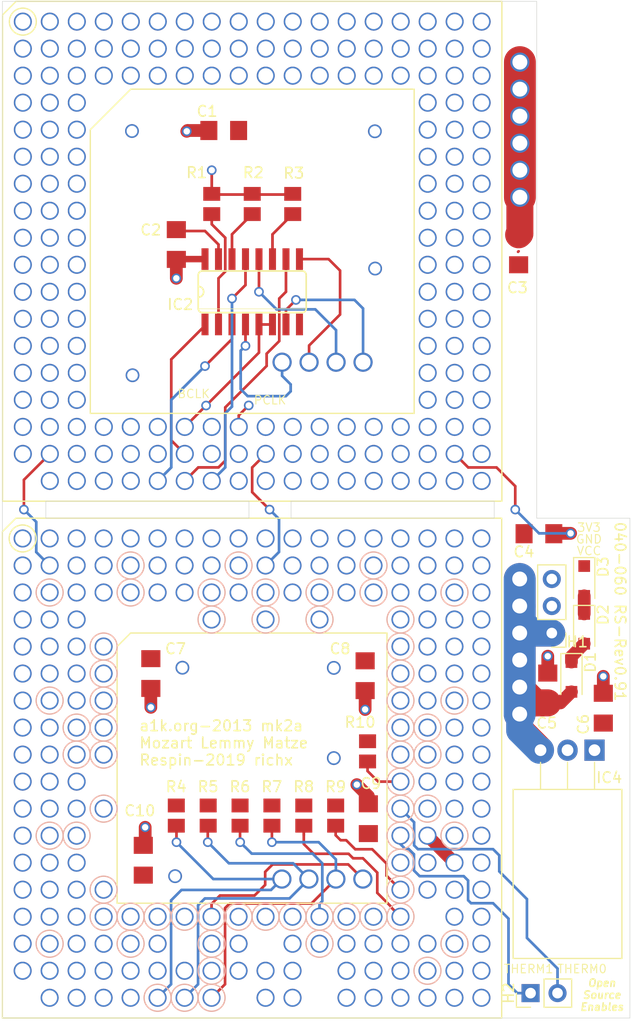
<source format=kicad_pcb>
(kicad_pcb (version 20171130) (host pcbnew 5.1.5)

  (general
    (thickness 1.6)
    (drawings 24)
    (tracks 276)
    (zones 0)
    (modules 33)
    (nets 30)
  )

  (page A4)
  (layers
    (0 Top signal)
    (31 Bottom signal)
    (32 B.Adhes user)
    (33 F.Adhes user)
    (34 B.Paste user)
    (35 F.Paste user)
    (36 B.SilkS user)
    (37 F.SilkS user)
    (38 B.Mask user)
    (39 F.Mask user)
    (40 Dwgs.User user)
    (41 Cmts.User user)
    (42 Eco1.User user)
    (43 Eco2.User user)
    (44 Edge.Cuts user)
    (45 Margin user)
    (46 B.CrtYd user)
    (47 F.CrtYd user)
    (48 B.Fab user)
    (49 F.Fab user)
  )

  (setup
    (last_trace_width 0.25)
    (user_trace_width 1.2)
    (user_trace_width 2)
    (user_trace_width 2.54)
    (user_trace_width 3)
    (user_trace_width 4)
    (trace_clearance 0.1524)
    (zone_clearance 0.000001)
    (zone_45_only yes)
    (trace_min 0.2)
    (via_size 0.8)
    (via_drill 0.4)
    (via_min_size 0.4)
    (via_min_drill 0.3)
    (uvia_size 0.3)
    (uvia_drill 0.1)
    (uvias_allowed no)
    (uvia_min_size 0.2)
    (uvia_min_drill 0.1)
    (edge_width 0.05)
    (segment_width 0.2)
    (pcb_text_width 0.3)
    (pcb_text_size 1.5 1.5)
    (mod_edge_width 0.12)
    (mod_text_size 1 1)
    (mod_text_width 0.15)
    (pad_size 1.1 1.1)
    (pad_drill 0)
    (pad_to_mask_clearance 0.051)
    (solder_mask_min_width 0.25)
    (aux_axis_origin 0 0)
    (visible_elements FFFFFF7F)
    (pcbplotparams
      (layerselection 0x010fc_ffffffff)
      (usegerberextensions false)
      (usegerberattributes false)
      (usegerberadvancedattributes false)
      (creategerberjobfile false)
      (excludeedgelayer true)
      (linewidth 0.100000)
      (plotframeref false)
      (viasonmask false)
      (mode 1)
      (useauxorigin false)
      (hpglpennumber 1)
      (hpglpenspeed 20)
      (hpglpendiameter 15.000000)
      (psnegative false)
      (psa4output false)
      (plotreference true)
      (plotvalue true)
      (plotinvisibletext false)
      (padsonsilk false)
      (subtractmaskfromsilk false)
      (outputformat 1)
      (mirror false)
      (drillshape 1)
      (scaleselection 1)
      (outputdirectory ""))
  )

  (net 0 "")
  (net 1 GND)
  (net 2 VCC)
  (net 3 40_RSTI)
  (net 4 N$1)
  (net 5 N$2)
  (net 6 N$3)
  (net 7 40_BCLK)
  (net 8 40_IPL2)
  (net 9 40_IPL1)
  (net 10 40_IPL0)
  (net 11 60_IPL2)
  (net 12 60_CLKEN)
  (net 13 60_IPL1)
  (net 14 60_IPL0)
  (net 15 +3V3)
  (net 16 TRA)
  (net 17 SNOOP)
  (net 18 BTT)
  (net 19 IPL2)
  (net 20 IPL1)
  (net 21 IPL0)
  (net 22 CLKEN)
  (net 23 CLA)
  (net 24 40_PCLK)
  (net 25 THERM0)
  (net 26 THERM1)
  (net 27 VCC2)
  (net 28 ND1)
  (net 29 ND2)

  (net_class Default "This is the default net class."
    (clearance 0.1524)
    (trace_width 0.25)
    (via_dia 0.8)
    (via_drill 0.4)
    (uvia_dia 0.3)
    (uvia_drill 0.1)
    (add_net +3V3)
    (add_net 40_BCLK)
    (add_net 40_IPL0)
    (add_net 40_IPL1)
    (add_net 40_IPL2)
    (add_net 40_PCLK)
    (add_net 40_RSTI)
    (add_net 60_CLKEN)
    (add_net 60_IPL0)
    (add_net 60_IPL1)
    (add_net 60_IPL2)
    (add_net BTT)
    (add_net CLA)
    (add_net CLKEN)
    (add_net GND)
    (add_net IPL0)
    (add_net IPL1)
    (add_net IPL2)
    (add_net N$1)
    (add_net N$2)
    (add_net N$3)
    (add_net ND1)
    (add_net ND2)
    (add_net SNOOP)
    (add_net THERM0)
    (add_net THERM1)
    (add_net TRA)
    (add_net VCC)
    (add_net VCC2)
  )

  (module Diode_SMD:D_SOD-123F (layer Top) (tedit 5E04C064) (tstamp 5E052DC7)
    (at 166.4 98.05 270)
    (descr D_SOD-123F)
    (tags D_SOD-123F)
    (attr smd)
    (fp_text reference D3 (at -1.325 -1.775 90) (layer F.SilkS)
      (effects (font (size 1 1) (thickness 0.15)))
    )
    (fp_text value 1N4001 (at 0 2.1 90) (layer F.Fab) hide
      (effects (font (size 1 1) (thickness 0.15)))
    )
    (fp_line (start -2.2 -1) (end 1.65 -1) (layer F.SilkS) (width 0.12))
    (fp_line (start -2.2 1) (end 1.65 1) (layer F.SilkS) (width 0.12))
    (fp_line (start -2.2 -1.15) (end -2.2 1.15) (layer F.CrtYd) (width 0.05))
    (fp_line (start 2.2 1.15) (end -2.2 1.15) (layer F.CrtYd) (width 0.05))
    (fp_line (start 2.2 -1.15) (end 2.2 1.15) (layer F.CrtYd) (width 0.05))
    (fp_line (start -2.2 -1.15) (end 2.2 -1.15) (layer F.CrtYd) (width 0.05))
    (fp_line (start -1.4 -0.9) (end 1.4 -0.9) (layer F.Fab) (width 0.1))
    (fp_line (start 1.4 -0.9) (end 1.4 0.9) (layer F.Fab) (width 0.1))
    (fp_line (start 1.4 0.9) (end -1.4 0.9) (layer F.Fab) (width 0.1))
    (fp_line (start -1.4 0.9) (end -1.4 -0.9) (layer F.Fab) (width 0.1))
    (fp_line (start -0.75 0) (end -0.35 0) (layer F.Fab) (width 0.1))
    (fp_line (start -0.35 0) (end -0.35 -0.55) (layer F.Fab) (width 0.1))
    (fp_line (start -0.35 0) (end -0.35 0.55) (layer F.Fab) (width 0.1))
    (fp_line (start -0.35 0) (end 0.25 -0.4) (layer F.Fab) (width 0.1))
    (fp_line (start 0.25 -0.4) (end 0.25 0.4) (layer F.Fab) (width 0.1))
    (fp_line (start 0.25 0.4) (end -0.35 0) (layer F.Fab) (width 0.1))
    (fp_line (start 0.25 0) (end 0.75 0) (layer F.Fab) (width 0.1))
    (fp_line (start -2.2 -1) (end -2.2 1) (layer F.SilkS) (width 0.12))
    (fp_text user %R (at -0.127 -1.905 90) (layer F.Fab) hide
      (effects (font (size 1 1) (thickness 0.15)))
    )
    (pad 2 smd rect (at 1.4 0 270) (size 1.1 1.1) (layers Top F.Paste F.Mask)
      (net 29 ND2))
    (pad 1 smd rect (at -1.4 0 270) (size 1.1 1.1) (layers Top F.Paste F.Mask)
      (net 15 +3V3))
    (model ${KISYS3DMOD}/Diode_SMD.3dshapes/D_SOD-123F.wrl
      (at (xyz 0 0 0))
      (scale (xyz 1 1 1))
      (rotate (xyz 0 0 0))
    )
  )

  (module Diode_SMD:D_SOD-123F (layer Top) (tedit 5E04C056) (tstamp 5E052D96)
    (at 166.4 102.55 270)
    (descr D_SOD-123F)
    (tags D_SOD-123F)
    (attr smd)
    (fp_text reference D2 (at -1.325 -1.775 90) (layer F.SilkS)
      (effects (font (size 1 1) (thickness 0.15)))
    )
    (fp_text value 1N4001 (at 0 2.1 90) (layer F.Fab) hide
      (effects (font (size 1 1) (thickness 0.15)))
    )
    (fp_text user %R (at -0.127 -1.905 90) (layer F.Fab) hide
      (effects (font (size 1 1) (thickness 0.15)))
    )
    (fp_line (start -2.2 -1) (end -2.2 1) (layer F.SilkS) (width 0.12))
    (fp_line (start 0.25 0) (end 0.75 0) (layer F.Fab) (width 0.1))
    (fp_line (start 0.25 0.4) (end -0.35 0) (layer F.Fab) (width 0.1))
    (fp_line (start 0.25 -0.4) (end 0.25 0.4) (layer F.Fab) (width 0.1))
    (fp_line (start -0.35 0) (end 0.25 -0.4) (layer F.Fab) (width 0.1))
    (fp_line (start -0.35 0) (end -0.35 0.55) (layer F.Fab) (width 0.1))
    (fp_line (start -0.35 0) (end -0.35 -0.55) (layer F.Fab) (width 0.1))
    (fp_line (start -0.75 0) (end -0.35 0) (layer F.Fab) (width 0.1))
    (fp_line (start -1.4 0.9) (end -1.4 -0.9) (layer F.Fab) (width 0.1))
    (fp_line (start 1.4 0.9) (end -1.4 0.9) (layer F.Fab) (width 0.1))
    (fp_line (start 1.4 -0.9) (end 1.4 0.9) (layer F.Fab) (width 0.1))
    (fp_line (start -1.4 -0.9) (end 1.4 -0.9) (layer F.Fab) (width 0.1))
    (fp_line (start -2.2 -1.15) (end 2.2 -1.15) (layer F.CrtYd) (width 0.05))
    (fp_line (start 2.2 -1.15) (end 2.2 1.15) (layer F.CrtYd) (width 0.05))
    (fp_line (start 2.2 1.15) (end -2.2 1.15) (layer F.CrtYd) (width 0.05))
    (fp_line (start -2.2 -1.15) (end -2.2 1.15) (layer F.CrtYd) (width 0.05))
    (fp_line (start -2.2 1) (end 1.65 1) (layer F.SilkS) (width 0.12))
    (fp_line (start -2.2 -1) (end 1.65 -1) (layer F.SilkS) (width 0.12))
    (pad 1 smd rect (at -1.4 0 270) (size 1.1 1.1) (layers Top F.Paste F.Mask)
      (net 29 ND2))
    (pad 2 smd rect (at 1.4 0 270) (size 1.1 1.1) (layers Top F.Paste F.Mask)
      (net 28 ND1))
    (model ${KISYS3DMOD}/Diode_SMD.3dshapes/D_SOD-123F.wrl
      (at (xyz 0 0 0))
      (scale (xyz 1 1 1))
      (rotate (xyz 0 0 0))
    )
  )

  (module Diode_SMD:D_SOD-123F (layer Top) (tedit 5E04C048) (tstamp 5E052ABA)
    (at 165.2 107.075 270)
    (descr D_SOD-123F)
    (tags D_SOD-123F)
    (attr smd)
    (fp_text reference D1 (at -1.375 -1.775 90) (layer F.SilkS)
      (effects (font (size 1 1) (thickness 0.15)))
    )
    (fp_text value 1N4001 (at 0 2.1 90) (layer F.Fab) hide
      (effects (font (size 1 1) (thickness 0.15)))
    )
    (fp_line (start -2.2 -1) (end 1.65 -1) (layer F.SilkS) (width 0.12))
    (fp_line (start -2.2 1) (end 1.65 1) (layer F.SilkS) (width 0.12))
    (fp_line (start -2.2 -1.15) (end -2.2 1.15) (layer F.CrtYd) (width 0.05))
    (fp_line (start 2.2 1.15) (end -2.2 1.15) (layer F.CrtYd) (width 0.05))
    (fp_line (start 2.2 -1.15) (end 2.2 1.15) (layer F.CrtYd) (width 0.05))
    (fp_line (start -2.2 -1.15) (end 2.2 -1.15) (layer F.CrtYd) (width 0.05))
    (fp_line (start -1.4 -0.9) (end 1.4 -0.9) (layer F.Fab) (width 0.1))
    (fp_line (start 1.4 -0.9) (end 1.4 0.9) (layer F.Fab) (width 0.1))
    (fp_line (start 1.4 0.9) (end -1.4 0.9) (layer F.Fab) (width 0.1))
    (fp_line (start -1.4 0.9) (end -1.4 -0.9) (layer F.Fab) (width 0.1))
    (fp_line (start -0.75 0) (end -0.35 0) (layer F.Fab) (width 0.1))
    (fp_line (start -0.35 0) (end -0.35 -0.55) (layer F.Fab) (width 0.1))
    (fp_line (start -0.35 0) (end -0.35 0.55) (layer F.Fab) (width 0.1))
    (fp_line (start -0.35 0) (end 0.25 -0.4) (layer F.Fab) (width 0.1))
    (fp_line (start 0.25 -0.4) (end 0.25 0.4) (layer F.Fab) (width 0.1))
    (fp_line (start 0.25 0.4) (end -0.35 0) (layer F.Fab) (width 0.1))
    (fp_line (start 0.25 0) (end 0.75 0) (layer F.Fab) (width 0.1))
    (fp_line (start -2.2 -1) (end -2.2 1) (layer F.SilkS) (width 0.12))
    (fp_text user %R (at -0.127 -1.905 90) (layer F.Fab) hide
      (effects (font (size 1 1) (thickness 0.15)))
    )
    (pad 2 smd rect (at 1.4 0 270) (size 1.1 1.1) (layers Top F.Paste F.Mask)
      (net 27 VCC2))
    (pad 1 smd rect (at -1.4 0 270) (size 1.1 1.1) (layers Top F.Paste F.Mask)
      (net 28 ND1))
    (model ${KISYS3DMOD}/Diode_SMD.3dshapes/D_SOD-123F.wrl
      (at (xyz 0 0 0))
      (scale (xyz 1 1 1))
      (rotate (xyz 0 0 0))
    )
  )

  (module combined3:6-PIN-1.4HOLES (layer Top) (tedit 5DAE57A6) (tstamp 5DAE4BBA)
    (at 160.328 109.296 270)
    (fp_text reference U6$1 (at 0 0 90) (layer F.SilkS) hide
      (effects (font (size 1.27 1.27) (thickness 0.15)) (justify left top))
    )
    (fp_text value 6POL (at 0 0 90) (layer F.SilkS) hide
      (effects (font (size 1.27 1.27) (thickness 0.15)) (justify left top))
    )
    (pad P6$6 thru_hole circle (at 1.27 0 270) (size 1.8064 1.8064) (drill 1.4) (layers *.Cu *.Mask)
      (net 27 VCC2) (solder_mask_margin 0.0762))
    (pad P6$5 thru_hole circle (at -1.27 0 270) (size 1.8064 1.8064) (drill 1.4) (layers *.Cu *.Mask)
      (net 27 VCC2) (solder_mask_margin 0.0762))
    (pad P6$4 thru_hole circle (at -3.81 0 270) (size 1.8064 1.8064) (drill 1.4) (layers *.Cu *.Mask)
      (net 27 VCC2) (solder_mask_margin 0.0762))
    (pad P6$3 thru_hole circle (at -6.35 0 270) (size 1.8064 1.8064) (drill 1.4) (layers *.Cu *.Mask)
      (net 27 VCC2) (solder_mask_margin 0.0762))
    (pad P6$2 thru_hole circle (at -8.89 0 270) (size 1.8064 1.8064) (drill 1.4) (layers *.Cu *.Mask)
      (net 27 VCC2) (solder_mask_margin 0.0762))
    (pad P6$1 thru_hole circle (at -11.43 0 270) (size 1.8064 1.8064) (drill 1.4) (layers *.Cu *.Mask)
      (net 27 VCC2) (solder_mask_margin 0.0762))
  )

  (module Package_TO_SOT_THT:TO-220-3_Horizontal_TabDown (layer Top) (tedit 5DAE5BB7) (tstamp 5DAED1F1)
    (at 167.37 113.96 180)
    (descr "TO-220-3, Horizontal, RM 2.54mm, see https://www.vishay.com/docs/66542/to-220-1.pdf")
    (tags "TO-220-3 Horizontal RM 2.54mm")
    (fp_text reference IC4 (at -1.38 -2.58) (layer F.SilkS)
      (effects (font (size 1 1) (thickness 0.15)))
    )
    (fp_text value LMS1585-3.3 (at 2.54 2) (layer F.Fab)
      (effects (font (size 1 1) (thickness 0.15)))
    )
    (fp_text user %R (at 2.54 -20.58) (layer F.Fab)
      (effects (font (size 1 1) (thickness 0.15)))
    )
    (fp_line (start 7.79 -19.71) (end -2.71 -19.71) (layer F.CrtYd) (width 0.05))
    (fp_line (start 7.79 1.25) (end 7.79 -19.71) (layer F.CrtYd) (width 0.05))
    (fp_line (start -2.71 1.25) (end 7.79 1.25) (layer F.CrtYd) (width 0.05))
    (fp_line (start -2.71 -19.71) (end -2.71 1.25) (layer F.CrtYd) (width 0.05))
    (fp_line (start 5.08 -3.69) (end 5.08 -1.15) (layer F.SilkS) (width 0.12))
    (fp_line (start 2.54 -3.69) (end 2.54 -1.15) (layer F.SilkS) (width 0.12))
    (fp_line (start 0 -3.69) (end 0 -1.15) (layer F.SilkS) (width 0.12))
    (fp_line (start 7.66 -19.58) (end 7.66 -3.69) (layer F.SilkS) (width 0.12))
    (fp_line (start -2.58 -19.58) (end -2.58 -3.69) (layer F.SilkS) (width 0.12))
    (fp_line (start -2.58 -19.58) (end 7.66 -19.58) (layer F.SilkS) (width 0.12))
    (fp_line (start -2.58 -3.69) (end 7.66 -3.69) (layer F.SilkS) (width 0.12))
    (fp_line (start 5.08 -3.81) (end 5.08 0) (layer F.Fab) (width 0.1))
    (fp_line (start 2.54 -3.81) (end 2.54 0) (layer F.Fab) (width 0.1))
    (fp_line (start 0 -3.81) (end 0 0) (layer F.Fab) (width 0.1))
    (fp_line (start 7.54 -3.81) (end -2.46 -3.81) (layer F.Fab) (width 0.1))
    (fp_line (start 7.54 -13.06) (end 7.54 -3.81) (layer F.Fab) (width 0.1))
    (fp_line (start -2.46 -13.06) (end 7.54 -13.06) (layer F.Fab) (width 0.1))
    (fp_line (start -2.46 -3.81) (end -2.46 -13.06) (layer F.Fab) (width 0.1))
    (fp_line (start 7.54 -13.06) (end -2.46 -13.06) (layer F.Fab) (width 0.1))
    (fp_line (start 7.54 -19.46) (end 7.54 -13.06) (layer F.Fab) (width 0.1))
    (fp_line (start -2.46 -19.46) (end 7.54 -19.46) (layer F.Fab) (width 0.1))
    (fp_line (start -2.46 -13.06) (end -2.46 -19.46) (layer F.Fab) (width 0.1))
    (fp_circle (center 2.54 -16.66) (end 4.39 -16.66) (layer F.Fab) (width 0.1))
    (pad 3 thru_hole oval (at 5.08 0 180) (size 1.905 2) (drill 1.1) (layers *.Cu *.Mask)
      (net 27 VCC2))
    (pad 2 thru_hole oval (at 2.54 0 180) (size 1.905 2) (drill 1.1) (layers *.Cu *.Mask)
      (net 15 +3V3))
    (pad 1 thru_hole rect (at 0 0 180) (size 1.905 2) (drill 1.1) (layers *.Cu *.Mask)
      (net 1 GND))
    (pad "" np_thru_hole oval (at 2.54 -16.66 180) (size 3.5 3.5) (drill 3.5) (layers *.Cu *.Mask))
    (model ${KISYS3DMOD}/Package_TO_SOT_THT.3dshapes/TO-220-3_Horizontal_TabDown.wrl
      (at (xyz 0 0 0))
      (scale (xyz 1 1 1))
      (rotate (xyz 0 0 0))
    )
  )

  (module Connector_PinHeader_2.54mm:PinHeader_1x02_P2.54mm_Vertical (layer Top) (tedit 5DB0F8B7) (tstamp 5DB10926)
    (at 161.35 136.8 90)
    (descr "Through hole straight pin header, 1x02, 2.54mm pitch, single row")
    (tags "Through hole pin header THT 1x02 2.54mm single row")
    (fp_text reference H2 (at 0 -2.075 90) (layer F.SilkS)
      (effects (font (size 1 1) (thickness 0.15)))
    )
    (fp_text value Therm (at -2.0574 1.30556) (layer F.Fab)
      (effects (font (size 1 1) (thickness 0.15)))
    )
    (fp_text user %R (at 0 1.27 270) (layer F.Fab)
      (effects (font (size 1 1) (thickness 0.15)))
    )
    (fp_line (start 1.8 -1.8) (end -1.8 -1.8) (layer F.CrtYd) (width 0.05))
    (fp_line (start 1.8 4.35) (end 1.8 -1.8) (layer F.CrtYd) (width 0.05))
    (fp_line (start -1.8 4.35) (end 1.8 4.35) (layer F.CrtYd) (width 0.05))
    (fp_line (start -1.8 -1.8) (end -1.8 4.35) (layer F.CrtYd) (width 0.05))
    (fp_line (start -1.33 -1.33) (end 0 -1.33) (layer F.SilkS) (width 0.12))
    (fp_line (start -1.33 0) (end -1.33 -1.33) (layer F.SilkS) (width 0.12))
    (fp_line (start -1.33 1.27) (end 1.33 1.27) (layer F.SilkS) (width 0.12))
    (fp_line (start 1.33 1.27) (end 1.33 3.87) (layer F.SilkS) (width 0.12))
    (fp_line (start -1.33 1.27) (end -1.33 3.87) (layer F.SilkS) (width 0.12))
    (fp_line (start -1.33 3.87) (end 1.33 3.87) (layer F.SilkS) (width 0.12))
    (fp_line (start -1.27 -0.635) (end -0.635 -1.27) (layer F.Fab) (width 0.1))
    (fp_line (start -1.27 3.81) (end -1.27 -0.635) (layer F.Fab) (width 0.1))
    (fp_line (start 1.27 3.81) (end -1.27 3.81) (layer F.Fab) (width 0.1))
    (fp_line (start 1.27 -1.27) (end 1.27 3.81) (layer F.Fab) (width 0.1))
    (fp_line (start -0.635 -1.27) (end 1.27 -1.27) (layer F.Fab) (width 0.1))
    (pad 2 thru_hole oval (at 0 2.54 90) (size 1.7 1.7) (drill 1) (layers *.Cu *.Mask)
      (net 25 THERM0))
    (pad 1 thru_hole rect (at 0 0 90) (size 1.7 1.7) (drill 1) (layers *.Cu *.Mask)
      (net 26 THERM1))
    (model ${KISYS3DMOD}/Connector_PinHeader_2.54mm.3dshapes/PinHeader_1x02_P2.54mm_Vertical.wrl
      (at (xyz 0 0 0))
      (scale (xyz 1 1 1))
      (rotate (xyz 0 0 0))
    )
  )

  (module Connector_PinHeader_2.54mm:PinHeader_1x03_P2.54mm_Vertical (layer Top) (tedit 5DAE57BB) (tstamp 5DAE4624)
    (at 163.35 102.95 180)
    (descr "Through hole straight pin header, 1x03, 2.54mm pitch, single row")
    (tags "Through hole pin header THT 1x03 2.54mm single row")
    (fp_text reference H1 (at -2.4 -0.825 180) (layer F.SilkS)
      (effects (font (size 1 1) (thickness 0.15)))
    )
    (fp_text value Power (at 3.429 5.6388) (layer F.Fab)
      (effects (font (size 1 1) (thickness 0.15)))
    )
    (fp_line (start -0.635 -1.27) (end 1.27 -1.27) (layer F.Fab) (width 0.1))
    (fp_line (start 1.27 -1.27) (end 1.27 6.35) (layer F.Fab) (width 0.1))
    (fp_line (start 1.27 6.35) (end -1.27 6.35) (layer F.Fab) (width 0.1))
    (fp_line (start -1.27 6.35) (end -1.27 -0.635) (layer F.Fab) (width 0.1))
    (fp_line (start -1.27 -0.635) (end -0.635 -1.27) (layer F.Fab) (width 0.1))
    (fp_line (start -1.33 6.41) (end 1.33 6.41) (layer F.SilkS) (width 0.12))
    (fp_line (start -1.33 1.27) (end -1.33 6.41) (layer F.SilkS) (width 0.12))
    (fp_line (start 1.33 1.27) (end 1.33 6.41) (layer F.SilkS) (width 0.12))
    (fp_line (start -1.33 1.27) (end 1.33 1.27) (layer F.SilkS) (width 0.12))
    (fp_line (start -1.33 0) (end -1.33 -1.33) (layer F.SilkS) (width 0.12))
    (fp_line (start -1.33 -1.33) (end 0 -1.33) (layer F.SilkS) (width 0.12))
    (fp_line (start -1.8 -1.8) (end -1.8 6.85) (layer F.CrtYd) (width 0.05))
    (fp_line (start -1.8 6.85) (end 1.8 6.85) (layer F.CrtYd) (width 0.05))
    (fp_line (start 1.8 6.85) (end 1.8 -1.8) (layer F.CrtYd) (width 0.05))
    (fp_line (start 1.8 -1.8) (end -1.8 -1.8) (layer F.CrtYd) (width 0.05))
    (fp_text user %R (at 0 2.54 90) (layer F.Fab)
      (effects (font (size 1 1) (thickness 0.15)))
    )
    (pad 1 thru_hole rect (at 0 0 180) (size 1.7 1.7) (drill 1) (layers *.Cu *.Mask)
      (net 27 VCC2))
    (pad 2 thru_hole oval (at 0 2.54 180) (size 1.7 1.7) (drill 1) (layers *.Cu *.Mask)
      (net 1 GND))
    (pad 3 thru_hole oval (at 0 5.08 180) (size 1.7 1.7) (drill 1) (layers *.Cu *.Mask)
      (net 15 +3V3))
    (model ${KISYS3DMOD}/Connector_PinHeader_2.54mm.3dshapes/PinHeader_1x03_P2.54mm_Vertical.wrl
      (at (xyz 0 0 0))
      (scale (xyz 1 1 1))
      (rotate (xyz 0 0 0))
    )
  )

  (module Bot_68040_mk2a:M0805 (layer Top) (tedit 5D9A2614) (tstamp 5DAE4CBB)
    (at 131.01 120.11 90)
    (descr "<b>RESISTOR</b><p>\nMELF 0.10 W")
    (fp_text reference R5 (at 2.1336 1.0668 180) (layer F.SilkS)
      (effects (font (size 1 1) (thickness 0.15)) (justify right bottom))
    )
    (fp_text value 4k7 (at -1.27 2.54 270) (layer F.Fab) hide
      (effects (font (size 1.2065 1.2065) (thickness 0.1016)) (justify left top))
    )
    (fp_poly (pts (xy -0.1999 0.5999) (xy 0.1999 0.5999) (xy 0.1999 -0.5999) (xy -0.1999 -0.5999)) (layer F.Adhes) (width 0))
    (fp_poly (pts (xy 0.6858 0.7112) (xy 1.0414 0.7112) (xy 1.0414 -0.7112) (xy 0.6858 -0.7112)) (layer F.Fab) (width 0))
    (fp_poly (pts (xy -1.0414 0.7112) (xy -0.6858 0.7112) (xy -0.6858 -0.7112) (xy -1.0414 -0.7112)) (layer F.Fab) (width 0))
    (fp_line (start 0.7112 0.635) (end -0.7112 0.635) (layer F.Fab) (width 0.1524))
    (fp_line (start 0.7112 -0.635) (end -0.7112 -0.635) (layer F.Fab) (width 0.1524))
    (fp_line (start 1.973 -0.983) (end 1.973 0.983) (layer Dwgs.User) (width 0.0508))
    (fp_line (start -1.973 0.983) (end -1.973 -0.983) (layer Dwgs.User) (width 0.0508))
    (fp_line (start 1.973 0.983) (end -1.973 0.983) (layer Dwgs.User) (width 0.0508))
    (fp_line (start -1.973 -0.983) (end 1.973 -0.983) (layer Dwgs.User) (width 0.0508))
    (pad 2 smd rect (at 0.95 0 90) (size 1.3 1.6) (layers Top F.Paste F.Mask)
      (net 15 +3V3) (solder_mask_margin 0.0762))
    (pad 1 smd rect (at -0.95 0 90) (size 1.3 1.6) (layers Top F.Paste F.Mask)
      (net 20 IPL1) (solder_mask_margin 0.0762))
  )

  (module Bot_68040_mk2a:M0805 (layer Top) (tedit 5D9A260E) (tstamp 5DAE4C91)
    (at 128.01 120.11 90)
    (descr "<b>RESISTOR</b><p>\nMELF 0.10 W")
    (fp_text reference R4 (at 2.1336 1.0668 180) (layer F.SilkS)
      (effects (font (size 1 1) (thickness 0.15)) (justify right bottom))
    )
    (fp_text value 4k7 (at -1.27 2.54 270) (layer F.Fab) hide
      (effects (font (size 1.2065 1.2065) (thickness 0.1016)) (justify left top))
    )
    (fp_line (start -1.973 -0.983) (end 1.973 -0.983) (layer Dwgs.User) (width 0.0508))
    (fp_line (start 1.973 0.983) (end -1.973 0.983) (layer Dwgs.User) (width 0.0508))
    (fp_line (start -1.973 0.983) (end -1.973 -0.983) (layer Dwgs.User) (width 0.0508))
    (fp_line (start 1.973 -0.983) (end 1.973 0.983) (layer Dwgs.User) (width 0.0508))
    (fp_line (start 0.7112 -0.635) (end -0.7112 -0.635) (layer F.Fab) (width 0.1524))
    (fp_line (start 0.7112 0.635) (end -0.7112 0.635) (layer F.Fab) (width 0.1524))
    (fp_poly (pts (xy -1.0414 0.7112) (xy -0.6858 0.7112) (xy -0.6858 -0.7112) (xy -1.0414 -0.7112)) (layer F.Fab) (width 0))
    (fp_poly (pts (xy 0.6858 0.7112) (xy 1.0414 0.7112) (xy 1.0414 -0.7112) (xy 0.6858 -0.7112)) (layer F.Fab) (width 0))
    (fp_poly (pts (xy -0.1999 0.5999) (xy 0.1999 0.5999) (xy 0.1999 -0.5999) (xy -0.1999 -0.5999)) (layer F.Adhes) (width 0))
    (pad 1 smd rect (at -0.95 0 90) (size 1.3 1.6) (layers Top F.Paste F.Mask)
      (net 19 IPL2) (solder_mask_margin 0.0762))
    (pad 2 smd rect (at 0.95 0 90) (size 1.3 1.6) (layers Top F.Paste F.Mask)
      (net 15 +3V3) (solder_mask_margin 0.0762))
  )

  (module Bot_68040_mk2a:M0805 (layer Top) (tedit 5D9A2618) (tstamp 5DAE4CE5)
    (at 134.01 120.11 90)
    (descr "<b>RESISTOR</b><p>\nMELF 0.10 W")
    (fp_text reference R6 (at 2.1336 1.0668 180) (layer F.SilkS)
      (effects (font (size 1 1) (thickness 0.15)) (justify right bottom))
    )
    (fp_text value 4k7 (at -1.27 2.54 270) (layer F.Fab) hide
      (effects (font (size 1.2065 1.2065) (thickness 0.1016)) (justify left top))
    )
    (fp_line (start -1.973 -0.983) (end 1.973 -0.983) (layer Dwgs.User) (width 0.0508))
    (fp_line (start 1.973 0.983) (end -1.973 0.983) (layer Dwgs.User) (width 0.0508))
    (fp_line (start -1.973 0.983) (end -1.973 -0.983) (layer Dwgs.User) (width 0.0508))
    (fp_line (start 1.973 -0.983) (end 1.973 0.983) (layer Dwgs.User) (width 0.0508))
    (fp_line (start 0.7112 -0.635) (end -0.7112 -0.635) (layer F.Fab) (width 0.1524))
    (fp_line (start 0.7112 0.635) (end -0.7112 0.635) (layer F.Fab) (width 0.1524))
    (fp_poly (pts (xy -1.0414 0.7112) (xy -0.6858 0.7112) (xy -0.6858 -0.7112) (xy -1.0414 -0.7112)) (layer F.Fab) (width 0))
    (fp_poly (pts (xy 0.6858 0.7112) (xy 1.0414 0.7112) (xy 1.0414 -0.7112) (xy 0.6858 -0.7112)) (layer F.Fab) (width 0))
    (fp_poly (pts (xy -0.1999 0.5999) (xy 0.1999 0.5999) (xy 0.1999 -0.5999) (xy -0.1999 -0.5999)) (layer F.Adhes) (width 0))
    (pad 1 smd rect (at -0.95 0 90) (size 1.3 1.6) (layers Top F.Paste F.Mask)
      (net 16 TRA) (solder_mask_margin 0.0762))
    (pad 2 smd rect (at 0.95 0 90) (size 1.3 1.6) (layers Top F.Paste F.Mask)
      (net 15 +3V3) (solder_mask_margin 0.0762))
  )

  (module Bot_68040_mk2a:M0805 (layer Top) (tedit 5D9A261C) (tstamp 5DAE4D0F)
    (at 137.01 120.11 90)
    (descr "<b>RESISTOR</b><p>\nMELF 0.10 W")
    (fp_text reference R7 (at 2.1336 1.0668 180) (layer F.SilkS)
      (effects (font (size 1 1) (thickness 0.15)) (justify right bottom))
    )
    (fp_text value 4k7 (at -1.27 2.54 270) (layer F.Fab) hide
      (effects (font (size 1.2065 1.2065) (thickness 0.1016)) (justify left top))
    )
    (fp_poly (pts (xy -0.1999 0.5999) (xy 0.1999 0.5999) (xy 0.1999 -0.5999) (xy -0.1999 -0.5999)) (layer F.Adhes) (width 0))
    (fp_poly (pts (xy 0.6858 0.7112) (xy 1.0414 0.7112) (xy 1.0414 -0.7112) (xy 0.6858 -0.7112)) (layer F.Fab) (width 0))
    (fp_poly (pts (xy -1.0414 0.7112) (xy -0.6858 0.7112) (xy -0.6858 -0.7112) (xy -1.0414 -0.7112)) (layer F.Fab) (width 0))
    (fp_line (start 0.7112 0.635) (end -0.7112 0.635) (layer F.Fab) (width 0.1524))
    (fp_line (start 0.7112 -0.635) (end -0.7112 -0.635) (layer F.Fab) (width 0.1524))
    (fp_line (start 1.973 -0.983) (end 1.973 0.983) (layer Dwgs.User) (width 0.0508))
    (fp_line (start -1.973 0.983) (end -1.973 -0.983) (layer Dwgs.User) (width 0.0508))
    (fp_line (start 1.973 0.983) (end -1.973 0.983) (layer Dwgs.User) (width 0.0508))
    (fp_line (start -1.973 -0.983) (end 1.973 -0.983) (layer Dwgs.User) (width 0.0508))
    (pad 2 smd rect (at 0.95 0 90) (size 1.3 1.6) (layers Top F.Paste F.Mask)
      (net 15 +3V3) (solder_mask_margin 0.0762))
    (pad 1 smd rect (at -0.95 0 90) (size 1.3 1.6) (layers Top F.Paste F.Mask)
      (net 21 IPL0) (solder_mask_margin 0.0762))
  )

  (module Bot_68040_mk2a:M0805 (layer Top) (tedit 5D9A2626) (tstamp 5DAE4E95)
    (at 143.01 120.11 90)
    (descr "<b>RESISTOR</b><p>\nMELF 0.10 W")
    (fp_text reference R9 (at 2.1336 1.0668 180) (layer F.SilkS)
      (effects (font (size 1 1) (thickness 0.15)) (justify right bottom))
    )
    (fp_text value 4k7 (at -1.27 2.54 270) (layer F.Fab) hide
      (effects (font (size 1.2065 1.2065) (thickness 0.1016)) (justify left top))
    )
    (fp_poly (pts (xy -0.1999 0.5999) (xy 0.1999 0.5999) (xy 0.1999 -0.5999) (xy -0.1999 -0.5999)) (layer F.Adhes) (width 0))
    (fp_poly (pts (xy 0.6858 0.7112) (xy 1.0414 0.7112) (xy 1.0414 -0.7112) (xy 0.6858 -0.7112)) (layer F.Fab) (width 0))
    (fp_poly (pts (xy -1.0414 0.7112) (xy -0.6858 0.7112) (xy -0.6858 -0.7112) (xy -1.0414 -0.7112)) (layer F.Fab) (width 0))
    (fp_line (start 0.7112 0.635) (end -0.7112 0.635) (layer F.Fab) (width 0.1524))
    (fp_line (start 0.7112 -0.635) (end -0.7112 -0.635) (layer F.Fab) (width 0.1524))
    (fp_line (start 1.973 -0.983) (end 1.973 0.983) (layer Dwgs.User) (width 0.0508))
    (fp_line (start -1.973 0.983) (end -1.973 -0.983) (layer Dwgs.User) (width 0.0508))
    (fp_line (start 1.973 0.983) (end -1.973 0.983) (layer Dwgs.User) (width 0.0508))
    (fp_line (start -1.973 -0.983) (end 1.973 -0.983) (layer Dwgs.User) (width 0.0508))
    (pad 2 smd rect (at 0.95 0 90) (size 1.3 1.6) (layers Top F.Paste F.Mask)
      (net 15 +3V3) (solder_mask_margin 0.0762))
    (pad 1 smd rect (at -0.95 0 90) (size 1.3 1.6) (layers Top F.Paste F.Mask)
      (net 17 SNOOP) (solder_mask_margin 0.0762))
  )

  (module Bot_68040_mk2a:M0805 (layer Top) (tedit 5D9A2685) (tstamp 5DAE4EBF)
    (at 146.0104 114.0712 90)
    (descr "<b>RESISTOR</b><p>\nMELF 0.10 W")
    (fp_text reference R10 (at 2.15392 0.84836 180) (layer F.SilkS)
      (effects (font (size 1 1) (thickness 0.15)) (justify right bottom))
    )
    (fp_text value 4k7 (at -1.27 2.54 270) (layer F.Fab) hide
      (effects (font (size 1.2065 1.2065) (thickness 0.1016)) (justify left top))
    )
    (fp_poly (pts (xy -0.1999 0.5999) (xy 0.1999 0.5999) (xy 0.1999 -0.5999) (xy -0.1999 -0.5999)) (layer F.Adhes) (width 0))
    (fp_poly (pts (xy 0.6858 0.7112) (xy 1.0414 0.7112) (xy 1.0414 -0.7112) (xy 0.6858 -0.7112)) (layer F.Fab) (width 0))
    (fp_poly (pts (xy -1.0414 0.7112) (xy -0.6858 0.7112) (xy -0.6858 -0.7112) (xy -1.0414 -0.7112)) (layer F.Fab) (width 0))
    (fp_line (start 0.7112 0.635) (end -0.7112 0.635) (layer F.Fab) (width 0.1524))
    (fp_line (start 0.7112 -0.635) (end -0.7112 -0.635) (layer F.Fab) (width 0.1524))
    (fp_line (start 1.973 -0.983) (end 1.973 0.983) (layer Dwgs.User) (width 0.0508))
    (fp_line (start -1.973 0.983) (end -1.973 -0.983) (layer Dwgs.User) (width 0.0508))
    (fp_line (start 1.973 0.983) (end -1.973 0.983) (layer Dwgs.User) (width 0.0508))
    (fp_line (start -1.973 -0.983) (end 1.973 -0.983) (layer Dwgs.User) (width 0.0508))
    (pad 2 smd rect (at 0.95 0 90) (size 1.3 1.6) (layers Top F.Paste F.Mask)
      (net 15 +3V3) (solder_mask_margin 0.0762))
    (pad 1 smd rect (at -0.95 0 90) (size 1.3 1.6) (layers Top F.Paste F.Mask)
      (net 23 CLA) (solder_mask_margin 0.0762))
  )

  (module Bot_68040_mk2a:M0805 (layer Top) (tedit 5D9A2621) (tstamp 5DAE4C67)
    (at 140.01 120.11 90)
    (descr "<b>RESISTOR</b><p>\nMELF 0.10 W")
    (fp_text reference R8 (at 2.1336 1.0668 180) (layer F.SilkS)
      (effects (font (size 1 1) (thickness 0.15)) (justify right bottom))
    )
    (fp_text value 4k7 (at -1.27 2.54 270) (layer F.Fab) hide
      (effects (font (size 1.2065 1.2065) (thickness 0.1016)) (justify left top))
    )
    (fp_line (start -1.973 -0.983) (end 1.973 -0.983) (layer Dwgs.User) (width 0.0508))
    (fp_line (start 1.973 0.983) (end -1.973 0.983) (layer Dwgs.User) (width 0.0508))
    (fp_line (start -1.973 0.983) (end -1.973 -0.983) (layer Dwgs.User) (width 0.0508))
    (fp_line (start 1.973 -0.983) (end 1.973 0.983) (layer Dwgs.User) (width 0.0508))
    (fp_line (start 0.7112 -0.635) (end -0.7112 -0.635) (layer F.Fab) (width 0.1524))
    (fp_line (start 0.7112 0.635) (end -0.7112 0.635) (layer F.Fab) (width 0.1524))
    (fp_poly (pts (xy -1.0414 0.7112) (xy -0.6858 0.7112) (xy -0.6858 -0.7112) (xy -1.0414 -0.7112)) (layer F.Fab) (width 0))
    (fp_poly (pts (xy 0.6858 0.7112) (xy 1.0414 0.7112) (xy 1.0414 -0.7112) (xy 0.6858 -0.7112)) (layer F.Fab) (width 0))
    (fp_poly (pts (xy -0.1999 0.5999) (xy 0.1999 0.5999) (xy 0.1999 -0.5999) (xy -0.1999 -0.5999)) (layer F.Adhes) (width 0))
    (pad 1 smd rect (at -0.95 0 90) (size 1.3 1.6) (layers Top F.Paste F.Mask)
      (net 18 BTT) (solder_mask_margin 0.0762))
    (pad 2 smd rect (at 0.95 0 90) (size 1.3 1.6) (layers Top F.Paste F.Mask)
      (net 15 +3V3) (solder_mask_margin 0.0762))
  )

  (module Top_68060_mk2a:PGA206_BIG (layer Top) (tedit 0) (tstamp 5DAE47C2)
    (at 135.1392 115.646)
    (fp_text reference IC3 (at -22.225 -24.13 180) (layer F.SilkS) hide
      (effects (font (size 1.6891 1.6891) (thickness 0.1778)) (justify left top))
    )
    (fp_text value MC68060RCPGA_BIG (at -10.795 0.635 180) (layer F.Fab) hide
      (effects (font (size 1.6891 1.6891) (thickness 0.1778)) (justify left top))
    )
    (fp_circle (center -21.59 -21.59) (end -20.32 -21.59) (layer F.SilkS) (width 0.127))
    (fp_circle (center -13.97 11.43) (end -12.7 11.43) (layer B.SilkS) (width 0.127))
    (fp_circle (center 13.97 11.43) (end 15.24 11.43) (layer B.SilkS) (width 0.127))
    (fp_circle (center 13.97 8.89) (end 15.24 8.89) (layer B.SilkS) (width 0.127))
    (fp_circle (center 13.97 6.35) (end 15.24 6.35) (layer B.SilkS) (width 0.127))
    (fp_circle (center 13.97 3.81) (end 15.24 3.81) (layer B.SilkS) (width 0.127))
    (fp_circle (center 13.97 1.27) (end 15.24 1.27) (layer B.SilkS) (width 0.127))
    (fp_circle (center 13.97 -1.27) (end 15.24 -1.27) (layer B.SilkS) (width 0.127))
    (fp_circle (center 13.97 -3.81) (end 15.24 -3.81) (layer B.SilkS) (width 0.127))
    (fp_circle (center 13.97 -6.35) (end 15.24 -6.35) (layer B.SilkS) (width 0.127))
    (fp_circle (center 13.97 -8.89) (end 15.24 -8.89) (layer B.SilkS) (width 0.127))
    (fp_circle (center 13.97 -11.43) (end 15.24 -11.43) (layer B.SilkS) (width 0.127))
    (fp_circle (center 13.97 13.97) (end 15.24 13.97) (layer B.SilkS) (width 0.127))
    (fp_circle (center 11.43 13.97) (end 12.7 13.97) (layer B.SilkS) (width 0.127))
    (fp_circle (center 8.89 13.97) (end 10.16 13.97) (layer B.SilkS) (width 0.127))
    (fp_circle (center 6.35 13.97) (end 7.62 13.97) (layer B.SilkS) (width 0.127))
    (fp_circle (center 3.81 13.97) (end 5.08 13.97) (layer B.SilkS) (width 0.127))
    (fp_circle (center 1.27 13.97) (end 2.54 13.97) (layer B.SilkS) (width 0.127))
    (fp_circle (center -1.27 13.97) (end 0 13.97) (layer B.SilkS) (width 0.127))
    (fp_circle (center -3.81 13.97) (end -2.54 13.97) (layer B.SilkS) (width 0.127))
    (fp_circle (center -6.35 13.97) (end -5.08 13.97) (layer B.SilkS) (width 0.127))
    (fp_circle (center -8.89 13.97) (end -7.62 13.97) (layer B.SilkS) (width 0.127))
    (fp_circle (center -11.43 13.97) (end -10.16 13.97) (layer B.SilkS) (width 0.127))
    (fp_circle (center -13.97 13.97) (end -12.7 13.97) (layer B.SilkS) (width 0.127))
    (fp_circle (center -13.97 3.81) (end -12.7 3.81) (layer B.SilkS) (width 0.127))
    (fp_circle (center -13.97 -1.27) (end -12.7 -1.27) (layer B.SilkS) (width 0.127))
    (fp_circle (center -13.97 -3.81) (end -12.7 -3.81) (layer B.SilkS) (width 0.127))
    (fp_circle (center -13.97 -6.35) (end -12.7 -6.35) (layer B.SilkS) (width 0.127))
    (fp_circle (center -13.97 -8.89) (end -12.7 -8.89) (layer B.SilkS) (width 0.127))
    (fp_circle (center -13.97 -11.43) (end -12.7 -11.43) (layer B.SilkS) (width 0.127))
    (fp_circle (center 13.97 -13.97) (end 15.24 -13.97) (layer B.SilkS) (width 0.127))
    (fp_circle (center 6.35 -13.97) (end 7.62 -13.97) (layer B.SilkS) (width 0.127))
    (fp_circle (center 1.27 -13.97) (end 2.54 -13.97) (layer B.SilkS) (width 0.127))
    (fp_circle (center -3.81 -13.97) (end -2.54 -13.97) (layer B.SilkS) (width 0.127))
    (fp_circle (center 19.05 -6.35) (end 20.32 -6.35) (layer B.SilkS) (width 0.127))
    (fp_circle (center 19.05 6.35) (end 20.32 6.35) (layer B.SilkS) (width 0.127))
    (fp_circle (center 19.05 16.51) (end 20.32 16.51) (layer B.SilkS) (width 0.127))
    (fp_circle (center 16.51 19.05) (end 17.78 19.05) (layer B.SilkS) (width 0.127))
    (fp_circle (center 16.51 3.81) (end 17.78 3.81) (layer B.SilkS) (width 0.127))
    (fp_circle (center 16.51 -1.27) (end 17.78 -1.27) (layer B.SilkS) (width 0.127))
    (fp_circle (center 16.51 -3.81) (end 17.78 -3.81) (layer B.SilkS) (width 0.127))
    (fp_circle (center 19.05 -16.51) (end 20.32 -16.51) (layer B.SilkS) (width 0.127))
    (fp_circle (center 11.43 -16.51) (end 12.7 -16.51) (layer B.SilkS) (width 0.127))
    (fp_circle (center 11.43 -19.05) (end 12.7 -19.05) (layer B.SilkS) (width 0.127))
    (fp_circle (center -19.05 16.51) (end -17.78 16.51) (layer B.SilkS) (width 0.127))
    (fp_circle (center -11.43 16.51) (end -10.16 16.51) (layer B.SilkS) (width 0.127))
    (fp_circle (center -3.81 16.51) (end -2.54 16.51) (layer B.SilkS) (width 0.127))
    (fp_circle (center -3.81 19.05) (end -2.54 19.05) (layer B.SilkS) (width 0.127))
    (fp_circle (center 6.35 16.51) (end 7.62 16.51) (layer B.SilkS) (width 0.127))
    (fp_circle (center -16.51 -3.81) (end -15.24 -3.81) (layer B.SilkS) (width 0.127))
    (fp_circle (center -16.51 -1.27) (end -15.24 -1.27) (layer B.SilkS) (width 0.127))
    (fp_circle (center -16.51 6.35) (end -15.24 6.35) (layer B.SilkS) (width 0.127))
    (fp_circle (center -19.05 -16.51) (end -17.78 -16.51) (layer B.SilkS) (width 0.127))
    (fp_circle (center -11.43 -16.51) (end -10.16 -16.51) (layer B.SilkS) (width 0.127))
    (fp_circle (center -3.81 -16.51) (end -2.54 -16.51) (layer B.SilkS) (width 0.127))
    (fp_circle (center 1.27 -16.51) (end 2.54 -16.51) (layer B.SilkS) (width 0.127))
    (fp_circle (center 6.35 -16.51) (end 7.62 -16.51) (layer B.SilkS) (width 0.127))
    (fp_circle (center -8.89 21.59) (end -7.62 21.59) (layer B.SilkS) (width 0.127))
    (fp_circle (center -6.35 21.59) (end -5.08 21.59) (layer B.SilkS) (width 0.127))
    (fp_circle (center -3.81 21.59) (end -2.54 21.59) (layer B.SilkS) (width 0.127))
    (fp_circle (center -19.05 -6.35) (end -17.78 -6.35) (layer B.SilkS) (width 0.127))
    (fp_circle (center -19.05 6.35) (end -17.78 6.35) (layer B.SilkS) (width 0.127))
    (fp_circle (center -1.27 -19.05) (end 0 -19.05) (layer B.SilkS) (width 0.127))
    (fp_circle (center -11.43 -19.05) (end -10.16 -19.05) (layer B.SilkS) (width 0.127))
    (fp_line (start -12.7 -11.43) (end -12.7 12.7) (layer F.SilkS) (width 0.127))
    (fp_line (start -11.43 -12.7) (end -12.7 -11.43) (layer F.SilkS) (width 0.127))
    (fp_line (start -11.43 -12.7) (end 12.7 -12.7) (layer F.SilkS) (width 0.127))
    (fp_line (start 12.7 12.7) (end 12.7 -12.7) (layer F.SilkS) (width 0.127))
    (fp_line (start 12.7 12.7) (end -12.7 12.7) (layer F.SilkS) (width 0.127))
    (fp_line (start -23.495 -22.225) (end -22.225 -23.495) (layer F.SilkS) (width 0.127))
    (fp_line (start -23.495 23.495) (end -23.495 -22.225) (layer F.SilkS) (width 0.127))
    (fp_line (start 23.495 23.495) (end -23.495 23.495) (layer F.SilkS) (width 0.127))
    (fp_line (start 23.495 -23.495) (end 23.495 23.495) (layer F.SilkS) (width 0.127))
    (fp_line (start -22.225 -23.495) (end 23.495 -23.495) (layer F.SilkS) (width 0.127))
    (pad P04 thru_hole circle (at -13.97 11.43) (size 1.7 1.7) (drill 1.4) (layers *.Cu *.Mask)
      (net 15 +3V3) (solder_mask_margin 0.0762))
    (pad P15 thru_hole circle (at 13.97 11.43) (size 1.7 1.7) (drill 1.4) (layers *.Cu *.Mask)
      (net 17 SNOOP) (solder_mask_margin 0.0762))
    (pad N15 thru_hole circle (at 13.97 8.89) (size 1.7 1.7) (drill 1.4) (layers *.Cu *.Mask)
      (net 15 +3V3) (solder_mask_margin 0.0762))
    (pad M15 thru_hole circle (at 13.97 6.35) (size 1.7 1.7) (drill 1.4) (layers *.Cu *.Mask)
      (net 26 THERM1) (solder_mask_margin 0.0762))
    (pad L15 thru_hole circle (at 13.97 3.81) (size 1.7 1.7) (drill 1.4) (layers *.Cu *.Mask)
      (net 25 THERM0) (solder_mask_margin 0.0762))
    (pad K15 thru_hole circle (at 13.97 1.27) (size 1.7 1.7) (drill 1.4) (layers *.Cu *.Mask)
      (net 23 CLA) (solder_mask_margin 0.0762))
    (pad J15 thru_hole circle (at 13.97 -1.27) (size 1.7 1.7) (drill 1.4) (layers *.Cu *.Mask)
      (net 15 +3V3) (solder_mask_margin 0.0762))
    (pad H15 thru_hole circle (at 13.97 -3.81) (size 1.7 1.7) (drill 1.4) (layers *.Cu *.Mask)
      (net 1 GND) (solder_mask_margin 0.0762))
    (pad G15 thru_hole circle (at 13.97 -6.35) (size 1.7 1.7) (drill 1.4) (layers *.Cu *.Mask)
      (net 15 +3V3) (solder_mask_margin 0.0762))
    (pad F15 thru_hole circle (at 13.97 -8.89) (size 1.7 1.7) (drill 1.4) (layers *.Cu *.Mask)
      (net 1 GND) (solder_mask_margin 0.0762))
    (pad E15 thru_hole circle (at 13.97 -11.43) (size 1.7 1.7) (drill 1.4) (layers *.Cu *.Mask)
      (net 15 +3V3) (solder_mask_margin 0.0762))
    (pad Q15 thru_hole circle (at 13.97 13.97) (size 1.7 1.7) (drill 1.4) (layers *.Cu *.Mask)
      (net 18 BTT) (solder_mask_margin 0.0762))
    (pad Q14 thru_hole circle (at 11.43 13.97) (size 1.7 1.7) (drill 1.4) (layers *.Cu *.Mask)
      (solder_mask_margin 0.0762))
    (pad Q13 thru_hole circle (at 8.89 13.97) (size 1.7 1.7) (drill 1.4) (layers *.Cu *.Mask)
      (solder_mask_margin 0.0762))
    (pad Q12 thru_hole circle (at 6.35 13.97) (size 1.7 1.7) (drill 1.4) (layers *.Cu *.Mask)
      (net 16 TRA) (solder_mask_margin 0.0762))
    (pad Q11 thru_hole circle (at 3.81 13.97) (size 1.7 1.7) (drill 1.4) (layers *.Cu *.Mask)
      (net 1 GND) (solder_mask_margin 0.0762))
    (pad Q10 thru_hole circle (at 1.27 13.97) (size 1.7 1.7) (drill 1.4) (layers *.Cu *.Mask)
      (net 15 +3V3) (solder_mask_margin 0.0762))
    (pad Q09 thru_hole circle (at -1.27 13.97) (size 1.7 1.7) (drill 1.4) (layers *.Cu *.Mask)
      (net 1 GND) (solder_mask_margin 0.0762))
    (pad Q08 thru_hole circle (at -3.81 13.97) (size 1.7 1.7) (drill 1.4) (layers *.Cu *.Mask)
      (net 22 CLKEN) (solder_mask_margin 0.0762))
    (pad Q07 thru_hole circle (at -6.35 13.97) (size 1.7 1.7) (drill 1.4) (layers *.Cu *.Mask)
      (solder_mask_margin 0.0762))
    (pad Q06 thru_hole circle (at -8.89 13.97) (size 1.7 1.7) (drill 1.4) (layers *.Cu *.Mask)
      (solder_mask_margin 0.0762))
    (pad Q05 thru_hole circle (at -11.43 13.97) (size 1.7 1.7) (drill 1.4) (layers *.Cu *.Mask)
      (solder_mask_margin 0.0762))
    (pad Q04 thru_hole circle (at -13.97 13.97) (size 1.7 1.7) (drill 1.4) (layers *.Cu *.Mask)
      (solder_mask_margin 0.0762))
    (pad L04 thru_hole circle (at -13.97 3.81) (size 1.7 1.7) (drill 1.4) (layers *.Cu *.Mask)
      (net 15 +3V3) (solder_mask_margin 0.0762))
    (pad J04 thru_hole circle (at -13.97 -1.27) (size 1.7 1.7) (drill 1.4) (layers *.Cu *.Mask)
      (net 15 +3V3) (solder_mask_margin 0.0762))
    (pad H04 thru_hole circle (at -13.97 -3.81) (size 1.7 1.7) (drill 1.4) (layers *.Cu *.Mask)
      (net 1 GND) (solder_mask_margin 0.0762))
    (pad G04 thru_hole circle (at -13.97 -6.35) (size 1.7 1.7) (drill 1.4) (layers *.Cu *.Mask)
      (net 15 +3V3) (solder_mask_margin 0.0762))
    (pad F04 thru_hole circle (at -13.97 -8.89) (size 1.7 1.7) (drill 1.4) (layers *.Cu *.Mask)
      (net 1 GND) (solder_mask_margin 0.0762))
    (pad E04 thru_hole circle (at -13.97 -11.43) (size 1.7 1.7) (drill 1.4) (layers *.Cu *.Mask)
      (net 15 +3V3) (solder_mask_margin 0.0762))
    (pad D15 thru_hole circle (at 13.97 -13.97) (size 1.7 1.7) (drill 1.4) (layers *.Cu *.Mask)
      (net 15 +3V3) (solder_mask_margin 0.0762))
    (pad D12 thru_hole circle (at 6.35 -13.97) (size 1.7 1.7) (drill 1.4) (layers *.Cu *.Mask)
      (net 15 +3V3) (solder_mask_margin 0.0762))
    (pad D10 thru_hole circle (at 1.27 -13.97) (size 1.7 1.7) (drill 1.4) (layers *.Cu *.Mask)
      (net 15 +3V3) (solder_mask_margin 0.0762))
    (pad D08 thru_hole circle (at -3.81 -13.97) (size 1.7 1.7) (drill 1.4) (layers *.Cu *.Mask)
      (net 15 +3V3) (solder_mask_margin 0.0762))
    (pad A18 thru_hole circle (at 21.59 -21.59) (size 1.7 1.7) (drill 1.4) (layers *.Cu *.Mask)
      (solder_mask_margin 0.0762))
    (pad T18 thru_hole circle (at 21.59 21.59) (size 1.7 1.7) (drill 1.4) (layers *.Cu *.Mask)
      (solder_mask_margin 0.0762))
    (pad S14 thru_hole circle (at 11.43 19.05) (size 1.7 1.7) (drill 1.4) (layers *.Cu *.Mask)
      (solder_mask_margin 0.0762))
    (pad T14 thru_hole circle (at 11.43 21.59) (size 1.7 1.7) (drill 1.4) (layers *.Cu *.Mask)
      (solder_mask_margin 0.0762))
    (pad T15 thru_hole circle (at 13.97 21.59) (size 1.7 1.7) (drill 1.4) (layers *.Cu *.Mask)
      (solder_mask_margin 0.0762))
    (pad S15 thru_hole circle (at 13.97 19.05) (size 1.7 1.7) (drill 1.4) (layers *.Cu *.Mask)
      (net 1 GND) (solder_mask_margin 0.0762))
    (pad R15 thru_hole circle (at 13.97 16.51) (size 1.7 1.7) (drill 1.4) (layers *.Cu *.Mask)
      (solder_mask_margin 0.0762))
    (pad R14 thru_hole circle (at 11.43 16.51) (size 1.7 1.7) (drill 1.4) (layers *.Cu *.Mask)
      (solder_mask_margin 0.0762))
    (pad S18 thru_hole circle (at 21.59 19.05) (size 1.7 1.7) (drill 1.4) (layers *.Cu *.Mask)
      (solder_mask_margin 0.0762))
    (pad R18 thru_hole circle (at 21.59 16.51) (size 1.7 1.7) (drill 1.4) (layers *.Cu *.Mask)
      (solder_mask_margin 0.0762))
    (pad Q18 thru_hole circle (at 21.59 13.97) (size 1.7 1.7) (drill 1.4) (layers *.Cu *.Mask)
      (solder_mask_margin 0.0762))
    (pad P18 thru_hole circle (at 21.59 11.43) (size 1.7 1.7) (drill 1.4) (layers *.Cu *.Mask)
      (solder_mask_margin 0.0762))
    (pad N18 thru_hole circle (at 21.59 8.89) (size 1.7 1.7) (drill 1.4) (layers *.Cu *.Mask)
      (solder_mask_margin 0.0762))
    (pad M18 thru_hole circle (at 21.59 6.35) (size 1.7 1.7) (drill 1.4) (layers *.Cu *.Mask)
      (solder_mask_margin 0.0762))
    (pad L18 thru_hole circle (at 21.59 3.81) (size 1.7 1.7) (drill 1.4) (layers *.Cu *.Mask)
      (solder_mask_margin 0.0762))
    (pad K18 thru_hole circle (at 21.59 1.27) (size 1.7 1.7) (drill 1.4) (layers *.Cu *.Mask)
      (solder_mask_margin 0.0762))
    (pad J18 thru_hole circle (at 21.59 -1.27) (size 1.7 1.7) (drill 1.4) (layers *.Cu *.Mask)
      (solder_mask_margin 0.0762))
    (pad H18 thru_hole circle (at 21.59 -3.81) (size 1.7 1.7) (drill 1.4) (layers *.Cu *.Mask)
      (solder_mask_margin 0.0762))
    (pad G18 thru_hole circle (at 21.59 -6.35) (size 1.7 1.7) (drill 1.4) (layers *.Cu *.Mask)
      (solder_mask_margin 0.0762))
    (pad G17 thru_hole circle (at 19.05 -6.35) (size 1.7 1.7) (drill 1.4) (layers *.Cu *.Mask)
      (net 15 +3V3) (solder_mask_margin 0.0762))
    (pad H17 thru_hole circle (at 19.05 -3.81) (size 1.7 1.7) (drill 1.4) (layers *.Cu *.Mask)
      (net 1 GND) (solder_mask_margin 0.0762))
    (pad J17 thru_hole circle (at 19.05 -1.27) (size 1.7 1.7) (drill 1.4) (layers *.Cu *.Mask)
      (solder_mask_margin 0.0762))
    (pad K17 thru_hole circle (at 19.05 1.27) (size 1.7 1.7) (drill 1.4) (layers *.Cu *.Mask)
      (solder_mask_margin 0.0762))
    (pad L17 thru_hole circle (at 19.05 3.81) (size 1.7 1.7) (drill 1.4) (layers *.Cu *.Mask)
      (net 1 GND) (solder_mask_margin 0.0762))
    (pad M17 thru_hole circle (at 19.05 6.35) (size 1.7 1.7) (drill 1.4) (layers *.Cu *.Mask)
      (net 15 +3V3) (solder_mask_margin 0.0762))
    (pad N17 thru_hole circle (at 19.05 8.89) (size 1.7 1.7) (drill 1.4) (layers *.Cu *.Mask)
      (net 1 GND) (solder_mask_margin 0.0762))
    (pad P17 thru_hole circle (at 19.05 11.43) (size 1.7 1.7) (drill 1.4) (layers *.Cu *.Mask)
      (solder_mask_margin 0.0762))
    (pad Q17 thru_hole circle (at 19.05 13.97) (size 1.7 1.7) (drill 1.4) (layers *.Cu *.Mask)
      (net 1 GND) (solder_mask_margin 0.0762))
    (pad R17 thru_hole circle (at 19.05 16.51) (size 1.7 1.7) (drill 1.4) (layers *.Cu *.Mask)
      (net 15 +3V3) (solder_mask_margin 0.0762))
    (pad S17 thru_hole circle (at 19.05 19.05) (size 1.7 1.7) (drill 1.4) (layers *.Cu *.Mask)
      (net 1 GND) (solder_mask_margin 0.0762))
    (pad T17 thru_hole circle (at 19.05 21.59) (size 1.7 1.7) (drill 1.4) (layers *.Cu *.Mask)
      (solder_mask_margin 0.0762))
    (pad T16 thru_hole circle (at 16.51 21.59) (size 1.7 1.7) (drill 1.4) (layers *.Cu *.Mask)
      (solder_mask_margin 0.0762))
    (pad S16 thru_hole circle (at 16.51 19.05) (size 1.7 1.7) (drill 1.4) (layers *.Cu *.Mask)
      (net 15 +3V3) (solder_mask_margin 0.0762))
    (pad R16 thru_hole circle (at 16.51 16.51) (size 1.7 1.7) (drill 1.4) (layers *.Cu *.Mask)
      (solder_mask_margin 0.0762))
    (pad P16 thru_hole circle (at 16.51 11.43) (size 1.7 1.7) (drill 1.4) (layers *.Cu *.Mask)
      (solder_mask_margin 0.0762))
    (pad N16 thru_hole circle (at 16.51 8.89) (size 1.7 1.7) (drill 1.4) (layers *.Cu *.Mask)
      (solder_mask_margin 0.0762))
    (pad M16 thru_hole circle (at 16.51 6.35) (size 1.7 1.7) (drill 1.4) (layers *.Cu *.Mask)
      (net 1 GND) (solder_mask_margin 0.0762))
    (pad L16 thru_hole circle (at 16.51 3.81) (size 1.7 1.7) (drill 1.4) (layers *.Cu *.Mask)
      (net 15 +3V3) (solder_mask_margin 0.0762))
    (pad K16 thru_hole circle (at 16.51 1.27) (size 1.7 1.7) (drill 1.4) (layers *.Cu *.Mask)
      (net 1 GND) (solder_mask_margin 0.0762))
    (pad J16 thru_hole circle (at 16.51 -1.27) (size 1.7 1.7) (drill 1.4) (layers *.Cu *.Mask)
      (net 15 +3V3) (solder_mask_margin 0.0762))
    (pad H16 thru_hole circle (at 16.51 -3.81) (size 1.7 1.7) (drill 1.4) (layers *.Cu *.Mask)
      (net 15 +3V3) (solder_mask_margin 0.0762))
    (pad G16 thru_hole circle (at 16.51 -6.35) (size 1.7 1.7) (drill 1.4) (layers *.Cu *.Mask)
      (solder_mask_margin 0.0762))
    (pad F18 thru_hole circle (at 21.59 -8.89) (size 1.7 1.7) (drill 1.4) (layers *.Cu *.Mask)
      (solder_mask_margin 0.0762))
    (pad F17 thru_hole circle (at 19.05 -8.89) (size 1.7 1.7) (drill 1.4) (layers *.Cu *.Mask)
      (net 1 GND) (solder_mask_margin 0.0762))
    (pad F16 thru_hole circle (at 16.51 -8.89) (size 1.7 1.7) (drill 1.4) (layers *.Cu *.Mask)
      (solder_mask_margin 0.0762))
    (pad E18 thru_hole circle (at 21.59 -11.43) (size 1.7 1.7) (drill 1.4) (layers *.Cu *.Mask)
      (solder_mask_margin 0.0762))
    (pad E17 thru_hole circle (at 19.05 -11.43) (size 1.7 1.7) (drill 1.4) (layers *.Cu *.Mask)
      (solder_mask_margin 0.0762))
    (pad E16 thru_hole circle (at 16.51 -11.43) (size 1.7 1.7) (drill 1.4) (layers *.Cu *.Mask)
      (solder_mask_margin 0.0762))
    (pad D18 thru_hole circle (at 21.59 -13.97) (size 1.7 1.7) (drill 1.4) (layers *.Cu *.Mask)
      (solder_mask_margin 0.0762))
    (pad D17 thru_hole circle (at 19.05 -13.97) (size 1.7 1.7) (drill 1.4) (layers *.Cu *.Mask)
      (net 1 GND) (solder_mask_margin 0.0762))
    (pad D16 thru_hole circle (at 16.51 -13.97) (size 1.7 1.7) (drill 1.4) (layers *.Cu *.Mask)
      (solder_mask_margin 0.0762))
    (pad C18 thru_hole circle (at 21.59 -16.51) (size 1.7 1.7) (drill 1.4) (layers *.Cu *.Mask)
      (solder_mask_margin 0.0762))
    (pad B18 thru_hole circle (at 21.59 -19.05) (size 1.7 1.7) (drill 1.4) (layers *.Cu *.Mask)
      (solder_mask_margin 0.0762))
    (pad C17 thru_hole circle (at 19.05 -16.51) (size 1.7 1.7) (drill 1.4) (layers *.Cu *.Mask)
      (net 15 +3V3) (solder_mask_margin 0.0762))
    (pad B17 thru_hole circle (at 19.05 -19.05) (size 1.7 1.7) (drill 1.4) (layers *.Cu *.Mask)
      (net 1 GND) (solder_mask_margin 0.0762))
    (pad C16 thru_hole circle (at 16.51 -16.51) (size 1.7 1.7) (drill 1.4) (layers *.Cu *.Mask)
      (solder_mask_margin 0.0762))
    (pad B16 thru_hole circle (at 16.51 -19.05) (size 1.7 1.7) (drill 1.4) (layers *.Cu *.Mask)
      (solder_mask_margin 0.0762))
    (pad C15 thru_hole circle (at 13.97 -16.51) (size 1.7 1.7) (drill 1.4) (layers *.Cu *.Mask)
      (solder_mask_margin 0.0762))
    (pad B15 thru_hole circle (at 13.97 -19.05) (size 1.7 1.7) (drill 1.4) (layers *.Cu *.Mask)
      (net 1 GND) (solder_mask_margin 0.0762))
    (pad C14 thru_hole circle (at 11.43 -16.51) (size 1.7 1.7) (drill 1.4) (layers *.Cu *.Mask)
      (net 15 +3V3) (solder_mask_margin 0.0762))
    (pad B14 thru_hole circle (at 11.43 -19.05) (size 1.7 1.7) (drill 1.4) (layers *.Cu *.Mask)
      (net 15 +3V3) (solder_mask_margin 0.0762))
    (pad R02 thru_hole circle (at -19.05 16.51) (size 1.7 1.7) (drill 1.4) (layers *.Cu *.Mask)
      (net 15 +3V3) (solder_mask_margin 0.0762))
    (pad S02 thru_hole circle (at -19.05 19.05) (size 1.7 1.7) (drill 1.4) (layers *.Cu *.Mask)
      (net 1 GND) (solder_mask_margin 0.0762))
    (pad T02 thru_hole circle (at -19.05 21.59) (size 1.7 1.7) (drill 1.4) (layers *.Cu *.Mask)
      (solder_mask_margin 0.0762))
    (pad T03 thru_hole circle (at -16.51 21.59) (size 1.7 1.7) (drill 1.4) (layers *.Cu *.Mask)
      (solder_mask_margin 0.0762))
    (pad S03 thru_hole circle (at -16.51 19.05) (size 1.7 1.7) (drill 1.4) (layers *.Cu *.Mask)
      (solder_mask_margin 0.0762))
    (pad R03 thru_hole circle (at -16.51 16.51) (size 1.7 1.7) (drill 1.4) (layers *.Cu *.Mask)
      (solder_mask_margin 0.0762))
    (pad Q03 thru_hole circle (at -16.51 13.97) (size 1.7 1.7) (drill 1.4) (layers *.Cu *.Mask)
      (solder_mask_margin 0.0762))
    (pad Q02 thru_hole circle (at -19.05 13.97) (size 1.7 1.7) (drill 1.4) (layers *.Cu *.Mask)
      (net 1 GND) (solder_mask_margin 0.0762))
    (pad P03 thru_hole circle (at -16.51 11.43) (size 1.7 1.7) (drill 1.4) (layers *.Cu *.Mask)
      (solder_mask_margin 0.0762))
    (pad P02 thru_hole circle (at -19.05 11.43) (size 1.7 1.7) (drill 1.4) (layers *.Cu *.Mask)
      (solder_mask_margin 0.0762))
    (pad A17 thru_hole circle (at 19.05 -21.59) (size 1.7 1.7) (drill 1.4) (layers *.Cu *.Mask)
      (solder_mask_margin 0.0762))
    (pad A16 thru_hole circle (at 16.51 -21.59) (size 1.7 1.7) (drill 1.4) (layers *.Cu *.Mask)
      (solder_mask_margin 0.0762))
    (pad A15 thru_hole circle (at 13.97 -21.59) (size 1.7 1.7) (drill 1.4) (layers *.Cu *.Mask)
      (solder_mask_margin 0.0762))
    (pad A14 thru_hole circle (at 11.43 -21.59) (size 1.7 1.7) (drill 1.4) (layers *.Cu *.Mask)
      (solder_mask_margin 0.0762))
    (pad S01 thru_hole circle (at -21.59 19.05) (size 1.7 1.7) (drill 1.4) (layers *.Cu *.Mask)
      (solder_mask_margin 0.0762))
    (pad R01 thru_hole circle (at -21.59 16.51) (size 1.7 1.7) (drill 1.4) (layers *.Cu *.Mask)
      (solder_mask_margin 0.0762))
    (pad Q01 thru_hole circle (at -21.59 13.97) (size 1.7 1.7) (drill 1.4) (layers *.Cu *.Mask)
      (solder_mask_margin 0.0762))
    (pad P01 thru_hole circle (at -21.59 11.43) (size 1.7 1.7) (drill 1.4) (layers *.Cu *.Mask)
      (solder_mask_margin 0.0762))
    (pad R04 thru_hole circle (at -13.97 16.51) (size 1.7 1.7) (drill 1.4) (layers *.Cu *.Mask)
      (net 1 GND) (solder_mask_margin 0.0762))
    (pad R05 thru_hole circle (at -11.43 16.51) (size 1.7 1.7) (drill 1.4) (layers *.Cu *.Mask)
      (net 15 +3V3) (solder_mask_margin 0.0762))
    (pad R06 thru_hole circle (at -8.89 16.51) (size 1.7 1.7) (drill 1.4) (layers *.Cu *.Mask)
      (net 1 GND) (solder_mask_margin 0.0762))
    (pad R08 thru_hole circle (at -3.81 16.51) (size 1.7 1.7) (drill 1.4) (layers *.Cu *.Mask)
      (net 15 +3V3) (solder_mask_margin 0.0762))
    (pad R09 thru_hole circle (at -1.27 16.51) (size 1.7 1.7) (drill 1.4) (layers *.Cu *.Mask)
      (solder_mask_margin 0.0762))
    (pad R11 thru_hole circle (at 3.81 16.51) (size 1.7 1.7) (drill 1.4) (layers *.Cu *.Mask)
      (net 1 GND) (solder_mask_margin 0.0762))
    (pad S11 thru_hole circle (at 3.81 19.05) (size 1.7 1.7) (drill 1.4) (layers *.Cu *.Mask)
      (solder_mask_margin 0.0762))
    (pad S10 thru_hole circle (at 1.27 19.05) (size 1.7 1.7) (drill 1.4) (layers *.Cu *.Mask)
      (net 1 GND) (solder_mask_margin 0.0762))
    (pad S09 thru_hole circle (at -1.27 19.05) (size 1.7 1.7) (drill 1.4) (layers *.Cu *.Mask)
      (net 1 GND) (solder_mask_margin 0.0762))
    (pad S08 thru_hole circle (at -3.81 19.05) (size 1.7 1.7) (drill 1.4) (layers *.Cu *.Mask)
      (net 15 +3V3) (solder_mask_margin 0.0762))
    (pad S07 thru_hole circle (at -6.35 19.05) (size 1.7 1.7) (drill 1.4) (layers *.Cu *.Mask)
      (solder_mask_margin 0.0762))
    (pad S06 thru_hole circle (at -8.89 19.05) (size 1.7 1.7) (drill 1.4) (layers *.Cu *.Mask)
      (solder_mask_margin 0.0762))
    (pad S05 thru_hole circle (at -11.43 19.05) (size 1.7 1.7) (drill 1.4) (layers *.Cu *.Mask)
      (solder_mask_margin 0.0762))
    (pad S04 thru_hole circle (at -13.97 19.05) (size 1.7 1.7) (drill 1.4) (layers *.Cu *.Mask)
      (solder_mask_margin 0.0762))
    (pad R12 thru_hole circle (at 6.35 16.51) (size 1.7 1.7) (drill 1.4) (layers *.Cu *.Mask)
      (net 15 +3V3) (solder_mask_margin 0.0762))
    (pad D03 thru_hole circle (at -16.51 -13.97) (size 1.7 1.7) (drill 1.4) (layers *.Cu *.Mask)
      (solder_mask_margin 0.0762))
    (pad E03 thru_hole circle (at -16.51 -11.43) (size 1.7 1.7) (drill 1.4) (layers *.Cu *.Mask)
      (solder_mask_margin 0.0762))
    (pad F03 thru_hole circle (at -16.51 -8.89) (size 1.7 1.7) (drill 1.4) (layers *.Cu *.Mask)
      (solder_mask_margin 0.0762))
    (pad G03 thru_hole circle (at -16.51 -6.35) (size 1.7 1.7) (drill 1.4) (layers *.Cu *.Mask)
      (solder_mask_margin 0.0762))
    (pad H03 thru_hole circle (at -16.51 -3.81) (size 1.7 1.7) (drill 1.4) (layers *.Cu *.Mask)
      (net 15 +3V3) (solder_mask_margin 0.0762))
    (pad J03 thru_hole circle (at -16.51 -1.27) (size 1.7 1.7) (drill 1.4) (layers *.Cu *.Mask)
      (net 15 +3V3) (solder_mask_margin 0.0762))
    (pad K03 thru_hole circle (at -16.51 1.27) (size 1.7 1.7) (drill 1.4) (layers *.Cu *.Mask)
      (net 1 GND) (solder_mask_margin 0.0762))
    (pad L03 thru_hole circle (at -16.51 3.81) (size 1.7 1.7) (drill 1.4) (layers *.Cu *.Mask)
      (net 1 GND) (solder_mask_margin 0.0762))
    (pad M03 thru_hole circle (at -16.51 6.35) (size 1.7 1.7) (drill 1.4) (layers *.Cu *.Mask)
      (net 15 +3V3) (solder_mask_margin 0.0762))
    (pad N01 thru_hole circle (at -21.59 8.89) (size 1.7 1.7) (drill 1.4) (layers *.Cu *.Mask)
      (solder_mask_margin 0.0762))
    (pad C02 thru_hole circle (at -19.05 -16.51) (size 1.7 1.7) (drill 1.4) (layers *.Cu *.Mask)
      (net 15 +3V3) (solder_mask_margin 0.0762))
    (pad C03 thru_hole circle (at -16.51 -16.51) (size 1.7 1.7) (drill 1.4) (layers *.Cu *.Mask)
      (solder_mask_margin 0.0762))
    (pad C04 thru_hole circle (at -13.97 -16.51) (size 1.7 1.7) (drill 1.4) (layers *.Cu *.Mask)
      (solder_mask_margin 0.0762))
    (pad C05 thru_hole circle (at -11.43 -16.51) (size 1.7 1.7) (drill 1.4) (layers *.Cu *.Mask)
      (net 15 +3V3) (solder_mask_margin 0.0762))
    (pad C06 thru_hole circle (at -8.89 -16.51) (size 1.7 1.7) (drill 1.4) (layers *.Cu *.Mask)
      (net 1 GND) (solder_mask_margin 0.0762))
    (pad C07 thru_hole circle (at -6.35 -16.51) (size 1.7 1.7) (drill 1.4) (layers *.Cu *.Mask)
      (net 1 GND) (solder_mask_margin 0.0762))
    (pad C08 thru_hole circle (at -3.81 -16.51) (size 1.7 1.7) (drill 1.4) (layers *.Cu *.Mask)
      (net 15 +3V3) (solder_mask_margin 0.0762))
    (pad C09 thru_hole circle (at -1.27 -16.51) (size 1.7 1.7) (drill 1.4) (layers *.Cu *.Mask)
      (net 1 GND) (solder_mask_margin 0.0762))
    (pad C10 thru_hole circle (at 1.27 -16.51) (size 1.7 1.7) (drill 1.4) (layers *.Cu *.Mask)
      (net 15 +3V3) (solder_mask_margin 0.0762))
    (pad C11 thru_hole circle (at 3.81 -16.51) (size 1.7 1.7) (drill 1.4) (layers *.Cu *.Mask)
      (net 1 GND) (solder_mask_margin 0.0762))
    (pad C12 thru_hole circle (at 6.35 -16.51) (size 1.7 1.7) (drill 1.4) (layers *.Cu *.Mask)
      (net 15 +3V3) (solder_mask_margin 0.0762))
    (pad C01 thru_hole circle (at -21.59 -16.51) (size 1.7 1.7) (drill 1.4) (layers *.Cu *.Mask)
      (solder_mask_margin 0.0762))
    (pad C13 thru_hole circle (at 8.89 -16.51) (size 1.7 1.7) (drill 1.4) (layers *.Cu *.Mask)
      (net 1 GND) (solder_mask_margin 0.0762))
    (pad N03 thru_hole circle (at -16.51 8.89) (size 1.7 1.7) (drill 1.4) (layers *.Cu *.Mask)
      (solder_mask_margin 0.0762))
    (pad T04 thru_hole circle (at -13.97 21.59) (size 1.7 1.7) (drill 1.4) (layers *.Cu *.Mask)
      (solder_mask_margin 0.0762))
    (pad T05 thru_hole circle (at -11.43 21.59) (size 1.7 1.7) (drill 1.4) (layers *.Cu *.Mask)
      (solder_mask_margin 0.0762))
    (pad T06 thru_hole circle (at -8.89 21.59) (size 1.7 1.7) (drill 1.4) (layers *.Cu *.Mask)
      (net 19 IPL2) (solder_mask_margin 0.0762))
    (pad T07 thru_hole circle (at -6.35 21.59) (size 1.7 1.7) (drill 1.4) (layers *.Cu *.Mask)
      (net 20 IPL1) (solder_mask_margin 0.0762))
    (pad T08 thru_hole circle (at -3.81 21.59) (size 1.7 1.7) (drill 1.4) (layers *.Cu *.Mask)
      (net 21 IPL0) (solder_mask_margin 0.0762))
    (pad T10 thru_hole circle (at 1.27 21.59) (size 1.7 1.7) (drill 1.4) (layers *.Cu *.Mask)
      (solder_mask_margin 0.0762))
    (pad T11 thru_hole circle (at 3.81 21.59) (size 1.7 1.7) (drill 1.4) (layers *.Cu *.Mask)
      (solder_mask_margin 0.0762))
    (pad T13 thru_hole circle (at 8.89 21.59) (size 1.7 1.7) (drill 1.4) (layers *.Cu *.Mask)
      (solder_mask_margin 0.0762))
    (pad N02 thru_hole circle (at -19.05 8.89) (size 1.7 1.7) (drill 1.4) (layers *.Cu *.Mask)
      (net 1 GND) (solder_mask_margin 0.0762))
    (pad D02 thru_hole circle (at -19.05 -13.97) (size 1.7 1.7) (drill 1.4) (layers *.Cu *.Mask)
      (net 1 GND) (solder_mask_margin 0.0762))
    (pad E02 thru_hole circle (at -19.05 -11.43) (size 1.7 1.7) (drill 1.4) (layers *.Cu *.Mask)
      (solder_mask_margin 0.0762))
    (pad F02 thru_hole circle (at -19.05 -8.89) (size 1.7 1.7) (drill 1.4) (layers *.Cu *.Mask)
      (net 1 GND) (solder_mask_margin 0.0762))
    (pad G02 thru_hole circle (at -19.05 -6.35) (size 1.7 1.7) (drill 1.4) (layers *.Cu *.Mask)
      (net 15 +3V3) (solder_mask_margin 0.0762))
    (pad H02 thru_hole circle (at -19.05 -3.81) (size 1.7 1.7) (drill 1.4) (layers *.Cu *.Mask)
      (net 1 GND) (solder_mask_margin 0.0762))
    (pad J02 thru_hole circle (at -19.05 -1.27) (size 1.7 1.7) (drill 1.4) (layers *.Cu *.Mask)
      (solder_mask_margin 0.0762))
    (pad K02 thru_hole circle (at -19.05 1.27) (size 1.7 1.7) (drill 1.4) (layers *.Cu *.Mask)
      (solder_mask_margin 0.0762))
    (pad L02 thru_hole circle (at -19.05 3.81) (size 1.7 1.7) (drill 1.4) (layers *.Cu *.Mask)
      (net 1 GND) (solder_mask_margin 0.0762))
    (pad M02 thru_hole circle (at -19.05 6.35) (size 1.7 1.7) (drill 1.4) (layers *.Cu *.Mask)
      (net 15 +3V3) (solder_mask_margin 0.0762))
    (pad S13 thru_hole circle (at 8.89 19.05) (size 1.7 1.7) (drill 1.4) (layers *.Cu *.Mask)
      (solder_mask_margin 0.0762))
    (pad R13 thru_hole circle (at 8.89 16.51) (size 1.7 1.7) (drill 1.4) (layers *.Cu *.Mask)
      (net 1 GND) (solder_mask_margin 0.0762))
    (pad B12 thru_hole circle (at 6.35 -19.05) (size 1.7 1.7) (drill 1.4) (layers *.Cu *.Mask)
      (solder_mask_margin 0.0762))
    (pad B11 thru_hole circle (at 3.81 -19.05) (size 1.7 1.7) (drill 1.4) (layers *.Cu *.Mask)
      (solder_mask_margin 0.0762))
    (pad B10 thru_hole circle (at 1.27 -19.05) (size 1.7 1.7) (drill 1.4) (layers *.Cu *.Mask)
      (net 1 GND) (solder_mask_margin 0.0762))
    (pad B09 thru_hole circle (at -1.27 -19.05) (size 1.7 1.7) (drill 1.4) (layers *.Cu *.Mask)
      (net 15 +3V3) (solder_mask_margin 0.0762))
    (pad B08 thru_hole circle (at -3.81 -19.05) (size 1.7 1.7) (drill 1.4) (layers *.Cu *.Mask)
      (net 1 GND) (solder_mask_margin 0.0762))
    (pad B07 thru_hole circle (at -6.35 -19.05) (size 1.7 1.7) (drill 1.4) (layers *.Cu *.Mask)
      (solder_mask_margin 0.0762))
    (pad B06 thru_hole circle (at -8.89 -19.05) (size 1.7 1.7) (drill 1.4) (layers *.Cu *.Mask)
      (net 1 GND) (solder_mask_margin 0.0762))
    (pad B05 thru_hole circle (at -11.43 -19.05) (size 1.7 1.7) (drill 1.4) (layers *.Cu *.Mask)
      (net 15 +3V3) (solder_mask_margin 0.0762))
    (pad B04 thru_hole circle (at -13.97 -19.05) (size 1.7 1.7) (drill 1.4) (layers *.Cu *.Mask)
      (net 1 GND) (solder_mask_margin 0.0762))
    (pad B03 thru_hole circle (at -16.51 -19.05) (size 1.7 1.7) (drill 1.4) (layers *.Cu *.Mask)
      (solder_mask_margin 0.0762))
    (pad B02 thru_hole circle (at -19.05 -19.05) (size 1.7 1.7) (drill 1.4) (layers *.Cu *.Mask)
      (net 1 GND) (solder_mask_margin 0.0762))
    (pad B01 thru_hole circle (at -21.59 -19.05) (size 1.7 1.7) (drill 1.4) (layers *.Cu *.Mask)
      (solder_mask_margin 0.0762))
    (pad D01 thru_hole circle (at -21.59 -13.97) (size 1.7 1.7) (drill 1.4) (layers *.Cu *.Mask)
      (solder_mask_margin 0.0762))
    (pad E01 thru_hole circle (at -21.59 -11.43) (size 1.7 1.7) (drill 1.4) (layers *.Cu *.Mask)
      (solder_mask_margin 0.0762))
    (pad F01 thru_hole circle (at -21.59 -8.89) (size 1.7 1.7) (drill 1.4) (layers *.Cu *.Mask)
      (solder_mask_margin 0.0762))
    (pad G01 thru_hole circle (at -21.59 -6.35) (size 1.7 1.7) (drill 1.4) (layers *.Cu *.Mask)
      (solder_mask_margin 0.0762))
    (pad H01 thru_hole circle (at -21.59 -3.81) (size 1.7 1.7) (drill 1.4) (layers *.Cu *.Mask)
      (solder_mask_margin 0.0762))
    (pad J01 thru_hole circle (at -21.59 -1.27) (size 1.7 1.7) (drill 1.4) (layers *.Cu *.Mask)
      (solder_mask_margin 0.0762))
    (pad K01 thru_hole circle (at -21.59 1.27) (size 1.7 1.7) (drill 1.4) (layers *.Cu *.Mask)
      (solder_mask_margin 0.0762))
    (pad L01 thru_hole circle (at -21.59 3.81) (size 1.7 1.7) (drill 1.4) (layers *.Cu *.Mask)
      (solder_mask_margin 0.0762))
    (pad M01 thru_hole circle (at -21.59 6.35) (size 1.7 1.7) (drill 1.4) (layers *.Cu *.Mask)
      (solder_mask_margin 0.0762))
    (pad B13 thru_hole circle (at 8.89 -19.05) (size 1.7 1.7) (drill 1.4) (layers *.Cu *.Mask)
      (net 1 GND) (solder_mask_margin 0.0762))
    (pad A13 thru_hole circle (at 8.89 -21.59) (size 1.7 1.7) (drill 1.4) (layers *.Cu *.Mask)
      (solder_mask_margin 0.0762))
    (pad A12 thru_hole circle (at 6.35 -21.59) (size 1.7 1.7) (drill 1.4) (layers *.Cu *.Mask)
      (solder_mask_margin 0.0762))
    (pad A11 thru_hole circle (at 3.81 -21.59) (size 1.7 1.7) (drill 1.4) (layers *.Cu *.Mask)
      (solder_mask_margin 0.0762))
    (pad A10 thru_hole circle (at 1.27 -21.59) (size 1.7 1.7) (drill 1.4) (layers *.Cu *.Mask)
      (solder_mask_margin 0.0762))
    (pad A09 thru_hole circle (at -1.27 -21.59) (size 1.7 1.7) (drill 1.4) (layers *.Cu *.Mask)
      (solder_mask_margin 0.0762))
    (pad A08 thru_hole circle (at -3.81 -21.59) (size 1.7 1.7) (drill 1.4) (layers *.Cu *.Mask)
      (solder_mask_margin 0.0762))
    (pad A07 thru_hole circle (at -6.35 -21.59) (size 1.7 1.7) (drill 1.4) (layers *.Cu *.Mask)
      (solder_mask_margin 0.0762))
    (pad A06 thru_hole circle (at -8.89 -21.59) (size 1.7 1.7) (drill 1.4) (layers *.Cu *.Mask)
      (solder_mask_margin 0.0762))
    (pad A05 thru_hole circle (at -11.43 -21.59) (size 1.7 1.7) (drill 1.4) (layers *.Cu *.Mask)
      (solder_mask_margin 0.0762))
    (pad A04 thru_hole circle (at -13.97 -21.59) (size 1.7 1.7) (drill 1.4) (layers *.Cu *.Mask)
      (solder_mask_margin 0.0762))
    (pad A03 thru_hole circle (at -16.51 -21.59) (size 1.7 1.7) (drill 1.4) (layers *.Cu *.Mask)
      (solder_mask_margin 0.0762))
    (pad A02 thru_hole circle (at -19.05 -21.59) (size 1.7 1.7) (drill 1.4) (layers *.Cu *.Mask)
      (solder_mask_margin 0.0762))
    (pad A01 thru_hole circle (at -21.59 -21.59) (size 1.7 1.7) (drill 1.4) (layers *.Cu *.Mask)
      (solder_mask_margin 0.0762))
  )

  (module Bot_68040_mk2a:C1206 (layer Top) (tedit 0) (tstamp 5D98F9EB)
    (at 160.227 66.926 270)
    (descr <b>CAPACITOR</b>)
    (fp_text reference C3 (at 4.1432 1.1834 180) (layer F.SilkS)
      (effects (font (size 1 1) (thickness 0.15)) (justify left bottom))
    )
    (fp_text value 100n (at -1.27 2.54 270) (layer F.Fab) hide
      (effects (font (size 1.2065 1.2065) (thickness 0.1016)) (justify right top))
    )
    (fp_line (start -2.473 -0.983) (end 2.473 -0.983) (layer Dwgs.User) (width 0.0508))
    (fp_line (start 2.473 0.983) (end -2.473 0.983) (layer Dwgs.User) (width 0.0508))
    (fp_line (start -2.473 0.983) (end -2.473 -0.983) (layer Dwgs.User) (width 0.0508))
    (fp_line (start 2.473 -0.983) (end 2.473 0.983) (layer Dwgs.User) (width 0.0508))
    (fp_line (start -0.965 -0.787) (end 0.965 -0.787) (layer F.Fab) (width 0.1016))
    (fp_line (start -0.965 0.787) (end 0.965 0.787) (layer F.Fab) (width 0.1016))
    (fp_poly (pts (xy -1.7018 0.8509) (xy -0.9517 0.8509) (xy -0.9517 -0.8491) (xy -1.7018 -0.8491)) (layer F.Fab) (width 0))
    (fp_poly (pts (xy 0.9517 0.8491) (xy 1.7018 0.8491) (xy 1.7018 -0.8509) (xy 0.9517 -0.8509)) (layer F.Fab) (width 0))
    (fp_poly (pts (xy -0.1999 0.4001) (xy 0.1999 0.4001) (xy 0.1999 -0.4001) (xy -0.1999 -0.4001)) (layer F.Adhes) (width 0))
    (pad 1 smd rect (at -1.4 0 270) (size 1.6 1.8) (layers Top F.Paste F.Mask)
      (net 2 VCC) (solder_mask_margin 0.0762))
    (pad 2 smd rect (at 1.4 0 270) (size 1.6 1.8) (layers Top F.Paste F.Mask)
      (net 1 GND) (solder_mask_margin 0.0762))
  )

  (module combined3:6-PIN-1.4HOLES (layer Top) (tedit 5D98D8A1) (tstamp 5D9A3F19)
    (at 160.346 60.706 270)
    (fp_text reference U6$1 (at 0 0 90) (layer F.SilkS) hide
      (effects (font (size 1.27 1.27) (thickness 0.15)) (justify left top))
    )
    (fp_text value 6POL (at 0 0 90) (layer F.SilkS) hide
      (effects (font (size 1.27 1.27) (thickness 0.15)) (justify left top))
    )
    (pad P6$1 thru_hole circle (at -11.43 0 270) (size 1.8064 1.8064) (drill 1.4) (layers *.Cu *.Mask)
      (net 2 VCC) (solder_mask_margin 0.0762))
    (pad P6$2 thru_hole circle (at -8.89 0 270) (size 1.8064 1.8064) (drill 1.4) (layers *.Cu *.Mask)
      (net 2 VCC) (solder_mask_margin 0.0762))
    (pad P6$3 thru_hole circle (at -6.35 0 270) (size 1.8064 1.8064) (drill 1.4) (layers *.Cu *.Mask)
      (net 2 VCC) (solder_mask_margin 0.0762))
    (pad P6$4 thru_hole circle (at -3.81 0 270) (size 1.8064 1.8064) (drill 1.4) (layers *.Cu *.Mask)
      (net 2 VCC) (solder_mask_margin 0.0762))
    (pad P6$5 thru_hole circle (at -1.27 0 270) (size 1.8064 1.8064) (drill 1.4) (layers *.Cu *.Mask)
      (net 2 VCC) (solder_mask_margin 0.0762))
    (pad P6$6 thru_hole circle (at 1.27 0 270) (size 1.8064 1.8064) (drill 1.4) (layers *.Cu *.Mask)
      (net 2 VCC) (solder_mask_margin 0.0762))
  )

  (module Bot_68040_mk2a:C1206 (layer Top) (tedit 0) (tstamp 5DB10B36)
    (at 162.14 93.61)
    (descr <b>CAPACITOR</b>)
    (fp_text reference C4 (at -2.49 2.29) (layer F.SilkS)
      (effects (font (size 1 1) (thickness 0.15)) (justify left bottom))
    )
    (fp_text value 10u (at -1.27 2.54) (layer F.Fab) hide
      (effects (font (size 1.2065 1.2065) (thickness 0.1016)) (justify left bottom))
    )
    (fp_poly (pts (xy -0.1999 0.4001) (xy 0.1999 0.4001) (xy 0.1999 -0.4001) (xy -0.1999 -0.4001)) (layer F.Adhes) (width 0))
    (fp_poly (pts (xy 0.9517 0.8491) (xy 1.7018 0.8491) (xy 1.7018 -0.8509) (xy 0.9517 -0.8509)) (layer F.Fab) (width 0))
    (fp_poly (pts (xy -1.7018 0.8509) (xy -0.9517 0.8509) (xy -0.9517 -0.8491) (xy -1.7018 -0.8491)) (layer F.Fab) (width 0))
    (fp_line (start -0.965 0.787) (end 0.965 0.787) (layer F.Fab) (width 0.1016))
    (fp_line (start -0.965 -0.787) (end 0.965 -0.787) (layer F.Fab) (width 0.1016))
    (fp_line (start 2.473 -0.983) (end 2.473 0.983) (layer Dwgs.User) (width 0.0508))
    (fp_line (start -2.473 0.983) (end -2.473 -0.983) (layer Dwgs.User) (width 0.0508))
    (fp_line (start 2.473 0.983) (end -2.473 0.983) (layer Dwgs.User) (width 0.0508))
    (fp_line (start -2.473 -0.983) (end 2.473 -0.983) (layer Dwgs.User) (width 0.0508))
    (pad 2 smd rect (at 1.4 0) (size 1.6 1.8) (layers Top F.Paste F.Mask)
      (net 1 GND) (solder_mask_margin 0.0762))
    (pad 1 smd rect (at -1.4 0) (size 1.6 1.8) (layers Top F.Paste F.Mask)
      (net 15 +3V3) (solder_mask_margin 0.0762))
  )

  (module Bot_68040_mk2a:C1206 (layer Top) (tedit 0) (tstamp 5E052C55)
    (at 168.19648 110.01152 90)
    (descr <b>CAPACITOR</b>)
    (fp_text reference C6 (at -2.58848 -1.29648 270) (layer F.SilkS)
      (effects (font (size 1 1) (thickness 0.15)) (justify left bottom))
    )
    (fp_text value 100n (at -1.27 2.54 90) (layer F.Fab) hide
      (effects (font (size 1.2065 1.2065) (thickness 0.1016)) (justify left bottom))
    )
    (fp_line (start -2.473 -0.983) (end 2.473 -0.983) (layer Dwgs.User) (width 0.0508))
    (fp_line (start 2.473 0.983) (end -2.473 0.983) (layer Dwgs.User) (width 0.0508))
    (fp_line (start -2.473 0.983) (end -2.473 -0.983) (layer Dwgs.User) (width 0.0508))
    (fp_line (start 2.473 -0.983) (end 2.473 0.983) (layer Dwgs.User) (width 0.0508))
    (fp_line (start -0.965 -0.787) (end 0.965 -0.787) (layer F.Fab) (width 0.1016))
    (fp_line (start -0.965 0.787) (end 0.965 0.787) (layer F.Fab) (width 0.1016))
    (fp_poly (pts (xy -1.7018 0.8509) (xy -0.9517 0.8509) (xy -0.9517 -0.8491) (xy -1.7018 -0.8491)) (layer F.Fab) (width 0))
    (fp_poly (pts (xy 0.9517 0.8491) (xy 1.7018 0.8491) (xy 1.7018 -0.8509) (xy 0.9517 -0.8509)) (layer F.Fab) (width 0))
    (fp_poly (pts (xy -0.1999 0.4001) (xy 0.1999 0.4001) (xy 0.1999 -0.4001) (xy -0.1999 -0.4001)) (layer F.Adhes) (width 0))
    (pad 1 smd rect (at -1.4 0 90) (size 1.6 1.8) (layers Top F.Paste F.Mask)
      (net 15 +3V3) (solder_mask_margin 0.0762))
    (pad 2 smd rect (at 1.4 0 90) (size 1.6 1.8) (layers Top F.Paste F.Mask)
      (net 1 GND) (solder_mask_margin 0.0762))
  )

  (module Bot_68040_mk2a:C1206 (layer Top) (tedit 5DAE57C5) (tstamp 5DAE4E41)
    (at 162.97088 108.11152 90)
    (descr <b>CAPACITOR</b>)
    (fp_text reference C5 (at -3.88848 -1.17088 180) (layer F.SilkS)
      (effects (font (size 1 1) (thickness 0.15)) (justify left bottom))
    )
    (fp_text value 100n (at -1.27 2.54 90) (layer F.Fab) hide
      (effects (font (size 1.2065 1.2065) (thickness 0.1016)) (justify left bottom))
    )
    (fp_poly (pts (xy -0.1999 0.4001) (xy 0.1999 0.4001) (xy 0.1999 -0.4001) (xy -0.1999 -0.4001)) (layer F.Adhes) (width 0))
    (fp_poly (pts (xy 0.9517 0.8491) (xy 1.7018 0.8491) (xy 1.7018 -0.8509) (xy 0.9517 -0.8509)) (layer F.Fab) (width 0))
    (fp_poly (pts (xy -1.7018 0.8509) (xy -0.9517 0.8509) (xy -0.9517 -0.8491) (xy -1.7018 -0.8491)) (layer F.Fab) (width 0))
    (fp_line (start -0.965 0.787) (end 0.965 0.787) (layer F.Fab) (width 0.1016))
    (fp_line (start -0.965 -0.787) (end 0.965 -0.787) (layer F.Fab) (width 0.1016))
    (fp_line (start 2.473 -0.983) (end 2.473 0.983) (layer Dwgs.User) (width 0.0508))
    (fp_line (start -2.473 0.983) (end -2.473 -0.983) (layer Dwgs.User) (width 0.0508))
    (fp_line (start 2.473 0.983) (end -2.473 0.983) (layer Dwgs.User) (width 0.0508))
    (fp_line (start -2.473 -0.983) (end 2.473 -0.983) (layer Dwgs.User) (width 0.0508))
    (pad 2 smd rect (at 1.4 0 90) (size 1.6 1.8) (layers Top F.Paste F.Mask)
      (net 1 GND) (solder_mask_margin 0.0762))
    (pad 1 smd rect (at -1.4 0 90) (size 1.6 1.8) (layers Top F.Paste F.Mask)
      (net 27 VCC2) (solder_mask_margin 0.0762))
  )

  (module combined3:4-PIN-1.4HOLES (layer Top) (tedit 5D87EC37) (tstamp 5D8846F6)
    (at 134.1572 77.486 180)
    (fp_text reference U4$1 (at 0 0) (layer F.SilkS) hide
      (effects (font (size 1.27 1.27) (thickness 0.15)) (justify left top))
    )
    (fp_text value 4POL (at 0 0) (layer F.SilkS) hide
      (effects (font (size 1.27 1.27) (thickness 0.15)) (justify left top))
    )
    (pad P4$4 thru_hole circle (at -3.81 0 180) (size 1.8064 1.8064) (drill 1.4) (layers *.Cu *.Mask)
      (net 11 60_IPL2) (solder_mask_margin 0.0762))
    (pad P4$3 thru_hole circle (at -6.35 0 180) (size 1.8064 1.8064) (drill 1.4) (layers *.Cu *.Mask)
      (net 13 60_IPL1) (solder_mask_margin 0.0762))
    (pad P4$2 thru_hole circle (at -8.89 0 180) (size 1.8064 1.8064) (drill 1.4) (layers *.Cu *.Mask)
      (net 14 60_IPL0) (solder_mask_margin 0.0762))
    (pad P4$1 thru_hole circle (at -11.43 0 180) (size 1.8064 1.8064) (drill 1.4) (layers *.Cu *.Mask)
      (net 12 60_CLKEN) (solder_mask_margin 0.0762))
  )

  (module combined3:4-PIN-1.4HOLES (layer Top) (tedit 5D87E846) (tstamp 5DAE4A7D)
    (at 134.1392 126.076 180)
    (fp_text reference U4$1 (at 0 0) (layer F.SilkS) hide
      (effects (font (size 1.27 1.27) (thickness 0.15)) (justify left top))
    )
    (fp_text value 4POL (at 0 0) (layer F.SilkS) hide
      (effects (font (size 1.27 1.27) (thickness 0.15)) (justify left top))
    )
    (pad P4$4 thru_hole circle (at -3.81 0 180) (size 1.8064 1.8064) (drill 1.4) (layers *.Cu *.Mask)
      (net 19 IPL2) (solder_mask_margin 0.0762))
    (pad P4$3 thru_hole circle (at -6.35 0 180) (size 1.8064 1.8064) (drill 1.4) (layers *.Cu *.Mask)
      (net 20 IPL1) (solder_mask_margin 0.0762))
    (pad P4$2 thru_hole circle (at -8.89 0 180) (size 1.8064 1.8064) (drill 1.4) (layers *.Cu *.Mask)
      (net 21 IPL0) (solder_mask_margin 0.0762))
    (pad P4$1 thru_hole circle (at -11.43 0 180) (size 1.8064 1.8064) (drill 1.4) (layers *.Cu *.Mask)
      (net 22 CLKEN) (solder_mask_margin 0.0762))
  )

  (module Bot_68040_mk2a:PGA179_BIG (layer Top) (tedit 0) (tstamp 5D87903A)
    (at 135.1572 67.056)
    (fp_text reference IC1 (at -22.225 -24.13 180) (layer F.SilkS) hide
      (effects (font (size 1.6891 1.6891) (thickness 0.1778)) (justify left top))
    )
    (fp_text value "" (at -10.795 0.635) (layer F.Fab)
      (effects (font (size 1.6891 1.6891) (thickness 0.16891)) (justify right bottom))
    )
    (fp_line (start -22.225 -23.495) (end 23.495 -23.495) (layer F.SilkS) (width 0.127))
    (fp_line (start 23.495 -23.495) (end 23.495 23.495) (layer F.SilkS) (width 0.127))
    (fp_line (start 23.495 23.495) (end -23.495 23.495) (layer F.SilkS) (width 0.127))
    (fp_line (start -23.495 23.495) (end -23.495 -22.225) (layer F.SilkS) (width 0.127))
    (fp_line (start -23.495 -22.225) (end -22.225 -23.495) (layer F.SilkS) (width 0.127))
    (fp_line (start 15.24 15.24) (end -15.24 15.24) (layer F.SilkS) (width 0.127))
    (fp_line (start 15.24 15.24) (end 15.24 -15.24) (layer F.SilkS) (width 0.127))
    (fp_line (start -11.43 -15.24) (end 15.24 -15.24) (layer F.SilkS) (width 0.127))
    (fp_line (start -11.43 -15.24) (end -15.24 -11.43) (layer F.SilkS) (width 0.127))
    (fp_line (start -15.24 -11.43) (end -15.24 15.24) (layer F.SilkS) (width 0.127))
    (fp_circle (center -21.59 -21.59) (end -20.32 -21.59) (layer F.SilkS) (width 0.127))
    (pad A01 thru_hole circle (at -21.59 -21.59) (size 1.7 1.7) (drill 1.4) (layers *.Cu *.Mask)
      (solder_mask_margin 0.0762))
    (pad A02 thru_hole circle (at -19.05 -21.59) (size 1.7 1.7) (drill 1.4) (layers *.Cu *.Mask)
      (solder_mask_margin 0.0762))
    (pad A03 thru_hole circle (at -16.51 -21.59) (size 1.7 1.7) (drill 1.4) (layers *.Cu *.Mask)
      (solder_mask_margin 0.0762))
    (pad A04 thru_hole circle (at -13.97 -21.59) (size 1.7 1.7) (drill 1.4) (layers *.Cu *.Mask)
      (solder_mask_margin 0.0762))
    (pad A05 thru_hole circle (at -11.43 -21.59) (size 1.7 1.7) (drill 1.4) (layers *.Cu *.Mask)
      (solder_mask_margin 0.0762))
    (pad A06 thru_hole circle (at -8.89 -21.59) (size 1.7 1.7) (drill 1.4) (layers *.Cu *.Mask)
      (solder_mask_margin 0.0762))
    (pad A07 thru_hole circle (at -6.35 -21.59) (size 1.7 1.7) (drill 1.4) (layers *.Cu *.Mask)
      (solder_mask_margin 0.0762))
    (pad A08 thru_hole circle (at -3.81 -21.59) (size 1.7 1.7) (drill 1.4) (layers *.Cu *.Mask)
      (solder_mask_margin 0.0762))
    (pad A09 thru_hole circle (at -1.27 -21.59) (size 1.7 1.7) (drill 1.4) (layers *.Cu *.Mask)
      (solder_mask_margin 0.0762))
    (pad A10 thru_hole circle (at 1.27 -21.59) (size 1.7 1.7) (drill 1.4) (layers *.Cu *.Mask)
      (solder_mask_margin 0.0762))
    (pad A11 thru_hole circle (at 3.81 -21.59) (size 1.7 1.7) (drill 1.4) (layers *.Cu *.Mask)
      (solder_mask_margin 0.0762))
    (pad A12 thru_hole circle (at 6.35 -21.59) (size 1.7 1.7) (drill 1.4) (layers *.Cu *.Mask)
      (solder_mask_margin 0.0762))
    (pad A13 thru_hole circle (at 8.89 -21.59) (size 1.7 1.7) (drill 1.4) (layers *.Cu *.Mask)
      (solder_mask_margin 0.0762))
    (pad B13 thru_hole circle (at 8.89 -19.05) (size 1.7 1.7) (drill 1.4) (layers *.Cu *.Mask)
      (net 1 GND) (solder_mask_margin 0.0762))
    (pad M01 thru_hole circle (at -21.59 6.35) (size 1.7 1.7) (drill 1.4) (layers *.Cu *.Mask)
      (solder_mask_margin 0.0762))
    (pad L01 thru_hole circle (at -21.59 3.81) (size 1.7 1.7) (drill 1.4) (layers *.Cu *.Mask)
      (solder_mask_margin 0.0762))
    (pad K01 thru_hole circle (at -21.59 1.27) (size 1.7 1.7) (drill 1.4) (layers *.Cu *.Mask)
      (solder_mask_margin 0.0762))
    (pad J01 thru_hole circle (at -21.59 -1.27) (size 1.7 1.7) (drill 1.4) (layers *.Cu *.Mask)
      (solder_mask_margin 0.0762))
    (pad H01 thru_hole circle (at -21.59 -3.81) (size 1.7 1.7) (drill 1.4) (layers *.Cu *.Mask)
      (solder_mask_margin 0.0762))
    (pad G01 thru_hole circle (at -21.59 -6.35) (size 1.7 1.7) (drill 1.4) (layers *.Cu *.Mask)
      (solder_mask_margin 0.0762))
    (pad F01 thru_hole circle (at -21.59 -8.89) (size 1.7 1.7) (drill 1.4) (layers *.Cu *.Mask)
      (solder_mask_margin 0.0762))
    (pad E01 thru_hole circle (at -21.59 -11.43) (size 1.7 1.7) (drill 1.4) (layers *.Cu *.Mask)
      (solder_mask_margin 0.0762))
    (pad D01 thru_hole circle (at -21.59 -13.97) (size 1.7 1.7) (drill 1.4) (layers *.Cu *.Mask)
      (solder_mask_margin 0.0762))
    (pad B01 thru_hole circle (at -21.59 -19.05) (size 1.7 1.7) (drill 1.4) (layers *.Cu *.Mask)
      (solder_mask_margin 0.0762))
    (pad B02 thru_hole circle (at -19.05 -19.05) (size 1.7 1.7) (drill 1.4) (layers *.Cu *.Mask)
      (net 1 GND) (solder_mask_margin 0.0762))
    (pad B03 thru_hole circle (at -16.51 -19.05) (size 1.7 1.7) (drill 1.4) (layers *.Cu *.Mask)
      (solder_mask_margin 0.0762))
    (pad B04 thru_hole circle (at -13.97 -19.05) (size 1.7 1.7) (drill 1.4) (layers *.Cu *.Mask)
      (net 1 GND) (solder_mask_margin 0.0762))
    (pad B05 thru_hole circle (at -11.43 -19.05) (size 1.7 1.7) (drill 1.4) (layers *.Cu *.Mask)
      (net 2 VCC) (solder_mask_margin 0.0762))
    (pad B06 thru_hole circle (at -8.89 -19.05) (size 1.7 1.7) (drill 1.4) (layers *.Cu *.Mask)
      (net 1 GND) (solder_mask_margin 0.0762))
    (pad B07 thru_hole circle (at -6.35 -19.05) (size 1.7 1.7) (drill 1.4) (layers *.Cu *.Mask)
      (solder_mask_margin 0.0762))
    (pad B08 thru_hole circle (at -3.81 -19.05) (size 1.7 1.7) (drill 1.4) (layers *.Cu *.Mask)
      (net 1 GND) (solder_mask_margin 0.0762))
    (pad B09 thru_hole circle (at -1.27 -19.05) (size 1.7 1.7) (drill 1.4) (layers *.Cu *.Mask)
      (net 2 VCC) (solder_mask_margin 0.0762))
    (pad B10 thru_hole circle (at 1.27 -19.05) (size 1.7 1.7) (drill 1.4) (layers *.Cu *.Mask)
      (net 1 GND) (solder_mask_margin 0.0762))
    (pad B11 thru_hole circle (at 3.81 -19.05) (size 1.7 1.7) (drill 1.4) (layers *.Cu *.Mask)
      (solder_mask_margin 0.0762))
    (pad B12 thru_hole circle (at 6.35 -19.05) (size 1.7 1.7) (drill 1.4) (layers *.Cu *.Mask)
      (solder_mask_margin 0.0762))
    (pad R13 thru_hole circle (at 8.89 16.51) (size 1.7 1.7) (drill 1.4) (layers *.Cu *.Mask)
      (net 1 GND) (solder_mask_margin 0.0762))
    (pad S13 thru_hole circle (at 8.89 19.05) (size 1.7 1.7) (drill 1.4) (layers *.Cu *.Mask)
      (solder_mask_margin 0.0762))
    (pad M02 thru_hole circle (at -19.05 6.35) (size 1.7 1.7) (drill 1.4) (layers *.Cu *.Mask)
      (net 2 VCC) (solder_mask_margin 0.0762))
    (pad L02 thru_hole circle (at -19.05 3.81) (size 1.7 1.7) (drill 1.4) (layers *.Cu *.Mask)
      (net 1 GND) (solder_mask_margin 0.0762))
    (pad K02 thru_hole circle (at -19.05 1.27) (size 1.7 1.7) (drill 1.4) (layers *.Cu *.Mask)
      (solder_mask_margin 0.0762))
    (pad J02 thru_hole circle (at -19.05 -1.27) (size 1.7 1.7) (drill 1.4) (layers *.Cu *.Mask)
      (solder_mask_margin 0.0762))
    (pad H02 thru_hole circle (at -19.05 -3.81) (size 1.7 1.7) (drill 1.4) (layers *.Cu *.Mask)
      (net 1 GND) (solder_mask_margin 0.0762))
    (pad G02 thru_hole circle (at -19.05 -6.35) (size 1.7 1.7) (drill 1.4) (layers *.Cu *.Mask)
      (net 2 VCC) (solder_mask_margin 0.0762))
    (pad F02 thru_hole circle (at -19.05 -8.89) (size 1.7 1.7) (drill 1.4) (layers *.Cu *.Mask)
      (net 1 GND) (solder_mask_margin 0.0762))
    (pad E02 thru_hole circle (at -19.05 -11.43) (size 1.7 1.7) (drill 1.4) (layers *.Cu *.Mask)
      (solder_mask_margin 0.0762))
    (pad D02 thru_hole circle (at -19.05 -13.97) (size 1.7 1.7) (drill 1.4) (layers *.Cu *.Mask)
      (net 1 GND) (solder_mask_margin 0.0762))
    (pad N02 thru_hole circle (at -19.05 8.89) (size 1.7 1.7) (drill 1.4) (layers *.Cu *.Mask)
      (net 1 GND) (solder_mask_margin 0.0762))
    (pad T13 thru_hole circle (at 8.89 21.59) (size 1.7 1.7) (drill 1.4) (layers *.Cu *.Mask)
      (solder_mask_margin 0.0762))
    (pad T12 thru_hole circle (at 6.35 21.59) (size 1.7 1.7) (drill 1.4) (layers *.Cu *.Mask)
      (solder_mask_margin 0.0762))
    (pad T11 thru_hole circle (at 3.81 21.59) (size 1.7 1.7) (drill 1.4) (layers *.Cu *.Mask)
      (solder_mask_margin 0.0762))
    (pad T10 thru_hole circle (at 1.27 21.59) (size 1.7 1.7) (drill 1.4) (layers *.Cu *.Mask)
      (solder_mask_margin 0.0762))
    (pad T09 thru_hole circle (at -1.27 21.59) (size 1.7 1.7) (drill 1.4) (layers *.Cu *.Mask)
      (solder_mask_margin 0.0762))
    (pad T08 thru_hole circle (at -3.81 21.59) (size 1.7 1.7) (drill 1.4) (layers *.Cu *.Mask)
      (net 10 40_IPL0) (solder_mask_margin 0.0762))
    (pad T07 thru_hole circle (at -6.35 21.59) (size 1.7 1.7) (drill 1.4) (layers *.Cu *.Mask)
      (net 9 40_IPL1) (solder_mask_margin 0.0762))
    (pad T06 thru_hole circle (at -8.89 21.59) (size 1.7 1.7) (drill 1.4) (layers *.Cu *.Mask)
      (net 8 40_IPL2) (solder_mask_margin 0.0762))
    (pad T05 thru_hole circle (at -11.43 21.59) (size 1.7 1.7) (drill 1.4) (layers *.Cu *.Mask)
      (solder_mask_margin 0.0762))
    (pad T04 thru_hole circle (at -13.97 21.59) (size 1.7 1.7) (drill 1.4) (layers *.Cu *.Mask)
      (net 1 GND) (solder_mask_margin 0.0762))
    (pad N03 thru_hole circle (at -16.51 8.89) (size 1.7 1.7) (drill 1.4) (layers *.Cu *.Mask)
      (solder_mask_margin 0.0762))
    (pad C13 thru_hole circle (at 8.89 -16.51) (size 1.7 1.7) (drill 1.4) (layers *.Cu *.Mask)
      (net 1 GND) (solder_mask_margin 0.0762))
    (pad C01 thru_hole circle (at -21.59 -16.51) (size 1.7 1.7) (drill 1.4) (layers *.Cu *.Mask)
      (solder_mask_margin 0.0762))
    (pad C12 thru_hole circle (at 6.35 -16.51) (size 1.7 1.7) (drill 1.4) (layers *.Cu *.Mask)
      (net 2 VCC) (solder_mask_margin 0.0762))
    (pad C11 thru_hole circle (at 3.81 -16.51) (size 1.7 1.7) (drill 1.4) (layers *.Cu *.Mask)
      (net 1 GND) (solder_mask_margin 0.0762))
    (pad C10 thru_hole circle (at 1.27 -16.51) (size 1.7 1.7) (drill 1.4) (layers *.Cu *.Mask)
      (net 2 VCC) (solder_mask_margin 0.0762))
    (pad C09 thru_hole circle (at -1.27 -16.51) (size 1.7 1.7) (drill 1.4) (layers *.Cu *.Mask)
      (net 1 GND) (solder_mask_margin 0.0762))
    (pad C08 thru_hole circle (at -3.81 -16.51) (size 1.7 1.7) (drill 1.4) (layers *.Cu *.Mask)
      (net 2 VCC) (solder_mask_margin 0.0762))
    (pad C07 thru_hole circle (at -6.35 -16.51) (size 1.7 1.7) (drill 1.4) (layers *.Cu *.Mask)
      (net 1 GND) (solder_mask_margin 0.0762))
    (pad C06 thru_hole circle (at -8.89 -16.51) (size 1.7 1.7) (drill 1.4) (layers *.Cu *.Mask)
      (net 1 GND) (solder_mask_margin 0.0762))
    (pad C05 thru_hole circle (at -11.43 -16.51) (size 1.7 1.7) (drill 1.4) (layers *.Cu *.Mask)
      (net 2 VCC) (solder_mask_margin 0.0762))
    (pad C04 thru_hole circle (at -13.97 -16.51) (size 1.7 1.7) (drill 1.4) (layers *.Cu *.Mask)
      (solder_mask_margin 0.0762))
    (pad C03 thru_hole circle (at -16.51 -16.51) (size 1.7 1.7) (drill 1.4) (layers *.Cu *.Mask)
      (solder_mask_margin 0.0762))
    (pad C02 thru_hole circle (at -19.05 -16.51) (size 1.7 1.7) (drill 1.4) (layers *.Cu *.Mask)
      (net 2 VCC) (solder_mask_margin 0.0762))
    (pad N01 thru_hole circle (at -21.59 8.89) (size 1.7 1.7) (drill 1.4) (layers *.Cu *.Mask)
      (solder_mask_margin 0.0762))
    (pad M03 thru_hole circle (at -16.51 6.35) (size 1.7 1.7) (drill 1.4) (layers *.Cu *.Mask)
      (net 2 VCC) (solder_mask_margin 0.0762))
    (pad L03 thru_hole circle (at -16.51 3.81) (size 1.7 1.7) (drill 1.4) (layers *.Cu *.Mask)
      (net 1 GND) (solder_mask_margin 0.0762))
    (pad K03 thru_hole circle (at -16.51 1.27) (size 1.7 1.7) (drill 1.4) (layers *.Cu *.Mask)
      (net 1 GND) (solder_mask_margin 0.0762))
    (pad J03 thru_hole circle (at -16.51 -1.27) (size 1.7 1.7) (drill 1.4) (layers *.Cu *.Mask)
      (net 2 VCC) (solder_mask_margin 0.0762))
    (pad H03 thru_hole circle (at -16.51 -3.81) (size 1.7 1.7) (drill 1.4) (layers *.Cu *.Mask)
      (net 2 VCC) (solder_mask_margin 0.0762))
    (pad G03 thru_hole circle (at -16.51 -6.35) (size 1.7 1.7) (drill 1.4) (layers *.Cu *.Mask)
      (solder_mask_margin 0.0762))
    (pad F03 thru_hole circle (at -16.51 -8.89) (size 1.7 1.7) (drill 1.4) (layers *.Cu *.Mask)
      (solder_mask_margin 0.0762))
    (pad E03 thru_hole circle (at -16.51 -11.43) (size 1.7 1.7) (drill 1.4) (layers *.Cu *.Mask)
      (solder_mask_margin 0.0762))
    (pad D03 thru_hole circle (at -16.51 -13.97) (size 1.7 1.7) (drill 1.4) (layers *.Cu *.Mask)
      (solder_mask_margin 0.0762))
    (pad S12 thru_hole circle (at 6.35 19.05) (size 1.7 1.7) (drill 1.4) (layers *.Cu *.Mask)
      (solder_mask_margin 0.0762))
    (pad R12 thru_hole circle (at 6.35 16.51) (size 1.7 1.7) (drill 1.4) (layers *.Cu *.Mask)
      (net 2 VCC) (solder_mask_margin 0.0762))
    (pad S04 thru_hole circle (at -13.97 19.05) (size 1.7 1.7) (drill 1.4) (layers *.Cu *.Mask)
      (solder_mask_margin 0.0762))
    (pad S05 thru_hole circle (at -11.43 19.05) (size 1.7 1.7) (drill 1.4) (layers *.Cu *.Mask)
      (solder_mask_margin 0.0762))
    (pad S06 thru_hole circle (at -8.89 19.05) (size 1.7 1.7) (drill 1.4) (layers *.Cu *.Mask)
      (solder_mask_margin 0.0762))
    (pad S07 thru_hole circle (at -6.35 19.05) (size 1.7 1.7) (drill 1.4) (layers *.Cu *.Mask)
      (net 3 40_RSTI) (solder_mask_margin 0.0762))
    (pad S08 thru_hole circle (at -3.81 19.05) (size 1.7 1.7) (drill 1.4) (layers *.Cu *.Mask)
      (net 2 VCC) (solder_mask_margin 0.0762))
    (pad S09 thru_hole circle (at -1.27 19.05) (size 1.7 1.7) (drill 1.4) (layers *.Cu *.Mask)
      (net 1 GND) (solder_mask_margin 0.0762))
    (pad S10 thru_hole circle (at 1.27 19.05) (size 1.7 1.7) (drill 1.4) (layers *.Cu *.Mask)
      (net 1 GND) (solder_mask_margin 0.0762))
    (pad S11 thru_hole circle (at 3.81 19.05) (size 1.7 1.7) (drill 1.4) (layers *.Cu *.Mask)
      (solder_mask_margin 0.0762))
    (pad R11 thru_hole circle (at 3.81 16.51) (size 1.7 1.7) (drill 1.4) (layers *.Cu *.Mask)
      (net 1 GND) (solder_mask_margin 0.0762))
    (pad R10 thru_hole circle (at 1.27 16.51) (size 1.7 1.7) (drill 1.4) (layers *.Cu *.Mask)
      (net 1 GND) (solder_mask_margin 0.0762))
    (pad R09 thru_hole circle (at -1.27 16.51) (size 1.7 1.7) (drill 1.4) (layers *.Cu *.Mask)
      (net 24 40_PCLK) (solder_mask_margin 0.0762))
    (pad R08 thru_hole circle (at -3.81 16.51) (size 1.7 1.7) (drill 1.4) (layers *.Cu *.Mask)
      (net 2 VCC) (solder_mask_margin 0.0762))
    (pad R07 thru_hole circle (at -6.35 16.51) (size 1.7 1.7) (drill 1.4) (layers *.Cu *.Mask)
      (net 7 40_BCLK) (solder_mask_margin 0.0762))
    (pad R06 thru_hole circle (at -8.89 16.51) (size 1.7 1.7) (drill 1.4) (layers *.Cu *.Mask)
      (net 1 GND) (solder_mask_margin 0.0762))
    (pad R05 thru_hole circle (at -11.43 16.51) (size 1.7 1.7) (drill 1.4) (layers *.Cu *.Mask)
      (net 2 VCC) (solder_mask_margin 0.0762))
    (pad R04 thru_hole circle (at -13.97 16.51) (size 1.7 1.7) (drill 1.4) (layers *.Cu *.Mask)
      (net 1 GND) (solder_mask_margin 0.0762))
    (pad P01 thru_hole circle (at -21.59 11.43) (size 1.7 1.7) (drill 1.4) (layers *.Cu *.Mask)
      (solder_mask_margin 0.0762))
    (pad Q01 thru_hole circle (at -21.59 13.97) (size 1.7 1.7) (drill 1.4) (layers *.Cu *.Mask)
      (solder_mask_margin 0.0762))
    (pad R01 thru_hole circle (at -21.59 16.51) (size 1.7 1.7) (drill 1.4) (layers *.Cu *.Mask)
      (solder_mask_margin 0.0762))
    (pad S01 thru_hole circle (at -21.59 19.05) (size 1.7 1.7) (drill 1.4) (layers *.Cu *.Mask)
      (solder_mask_margin 0.0762))
    (pad A14 thru_hole circle (at 11.43 -21.59) (size 1.7 1.7) (drill 1.4) (layers *.Cu *.Mask)
      (solder_mask_margin 0.0762))
    (pad A15 thru_hole circle (at 13.97 -21.59) (size 1.7 1.7) (drill 1.4) (layers *.Cu *.Mask)
      (solder_mask_margin 0.0762))
    (pad A16 thru_hole circle (at 16.51 -21.59) (size 1.7 1.7) (drill 1.4) (layers *.Cu *.Mask)
      (solder_mask_margin 0.0762))
    (pad A17 thru_hole circle (at 19.05 -21.59) (size 1.7 1.7) (drill 1.4) (layers *.Cu *.Mask)
      (solder_mask_margin 0.0762))
    (pad P02 thru_hole circle (at -19.05 11.43) (size 1.7 1.7) (drill 1.4) (layers *.Cu *.Mask)
      (solder_mask_margin 0.0762))
    (pad P03 thru_hole circle (at -16.51 11.43) (size 1.7 1.7) (drill 1.4) (layers *.Cu *.Mask)
      (solder_mask_margin 0.0762))
    (pad Q02 thru_hole circle (at -19.05 13.97) (size 1.7 1.7) (drill 1.4) (layers *.Cu *.Mask)
      (net 1 GND) (solder_mask_margin 0.0762))
    (pad Q03 thru_hole circle (at -16.51 13.97) (size 1.7 1.7) (drill 1.4) (layers *.Cu *.Mask)
      (solder_mask_margin 0.0762))
    (pad R03 thru_hole circle (at -16.51 16.51) (size 1.7 1.7) (drill 1.4) (layers *.Cu *.Mask)
      (solder_mask_margin 0.0762))
    (pad S03 thru_hole circle (at -16.51 19.05) (size 1.7 1.7) (drill 1.4) (layers *.Cu *.Mask)
      (solder_mask_margin 0.0762))
    (pad T03 thru_hole circle (at -16.51 21.59) (size 1.7 1.7) (drill 1.4) (layers *.Cu *.Mask)
      (solder_mask_margin 0.0762))
    (pad T02 thru_hole circle (at -19.05 21.59) (size 1.7 1.7) (drill 1.4) (layers *.Cu *.Mask)
      (solder_mask_margin 0.0762))
    (pad S02 thru_hole circle (at -19.05 19.05) (size 1.7 1.7) (drill 1.4) (layers *.Cu *.Mask)
      (net 1 GND) (solder_mask_margin 0.0762))
    (pad R02 thru_hole circle (at -19.05 16.51) (size 1.7 1.7) (drill 1.4) (layers *.Cu *.Mask)
      (net 2 VCC) (solder_mask_margin 0.0762))
    (pad B14 thru_hole circle (at 11.43 -19.05) (size 1.7 1.7) (drill 1.4) (layers *.Cu *.Mask)
      (net 2 VCC) (solder_mask_margin 0.0762))
    (pad C14 thru_hole circle (at 11.43 -16.51) (size 1.7 1.7) (drill 1.4) (layers *.Cu *.Mask)
      (net 2 VCC) (solder_mask_margin 0.0762))
    (pad B15 thru_hole circle (at 13.97 -19.05) (size 1.7 1.7) (drill 1.4) (layers *.Cu *.Mask)
      (net 1 GND) (solder_mask_margin 0.0762))
    (pad C15 thru_hole circle (at 13.97 -16.51) (size 1.7 1.7) (drill 1.4) (layers *.Cu *.Mask)
      (solder_mask_margin 0.0762))
    (pad B16 thru_hole circle (at 16.51 -19.05) (size 1.7 1.7) (drill 1.4) (layers *.Cu *.Mask)
      (solder_mask_margin 0.0762))
    (pad C16 thru_hole circle (at 16.51 -16.51) (size 1.7 1.7) (drill 1.4) (layers *.Cu *.Mask)
      (solder_mask_margin 0.0762))
    (pad B17 thru_hole circle (at 19.05 -19.05) (size 1.7 1.7) (drill 1.4) (layers *.Cu *.Mask)
      (net 1 GND) (solder_mask_margin 0.0762))
    (pad C17 thru_hole circle (at 19.05 -16.51) (size 1.7 1.7) (drill 1.4) (layers *.Cu *.Mask)
      (net 2 VCC) (solder_mask_margin 0.0762))
    (pad B18 thru_hole circle (at 21.59 -19.05) (size 1.7 1.7) (drill 1.4) (layers *.Cu *.Mask)
      (solder_mask_margin 0.0762))
    (pad C18 thru_hole circle (at 21.59 -16.51) (size 1.7 1.7) (drill 1.4) (layers *.Cu *.Mask)
      (solder_mask_margin 0.0762))
    (pad D16 thru_hole circle (at 16.51 -13.97) (size 1.7 1.7) (drill 1.4) (layers *.Cu *.Mask)
      (solder_mask_margin 0.0762))
    (pad D17 thru_hole circle (at 19.05 -13.97) (size 1.7 1.7) (drill 1.4) (layers *.Cu *.Mask)
      (net 1 GND) (solder_mask_margin 0.0762))
    (pad D18 thru_hole circle (at 21.59 -13.97) (size 1.7 1.7) (drill 1.4) (layers *.Cu *.Mask)
      (solder_mask_margin 0.0762))
    (pad E16 thru_hole circle (at 16.51 -11.43) (size 1.7 1.7) (drill 1.4) (layers *.Cu *.Mask)
      (solder_mask_margin 0.0762))
    (pad E17 thru_hole circle (at 19.05 -11.43) (size 1.7 1.7) (drill 1.4) (layers *.Cu *.Mask)
      (solder_mask_margin 0.0762))
    (pad E18 thru_hole circle (at 21.59 -11.43) (size 1.7 1.7) (drill 1.4) (layers *.Cu *.Mask)
      (solder_mask_margin 0.0762))
    (pad F16 thru_hole circle (at 16.51 -8.89) (size 1.7 1.7) (drill 1.4) (layers *.Cu *.Mask)
      (solder_mask_margin 0.0762))
    (pad F17 thru_hole circle (at 19.05 -8.89) (size 1.7 1.7) (drill 1.4) (layers *.Cu *.Mask)
      (net 1 GND) (solder_mask_margin 0.0762))
    (pad F18 thru_hole circle (at 21.59 -8.89) (size 1.7 1.7) (drill 1.4) (layers *.Cu *.Mask)
      (solder_mask_margin 0.0762))
    (pad G16 thru_hole circle (at 16.51 -6.35) (size 1.7 1.7) (drill 1.4) (layers *.Cu *.Mask)
      (solder_mask_margin 0.0762))
    (pad H16 thru_hole circle (at 16.51 -3.81) (size 1.7 1.7) (drill 1.4) (layers *.Cu *.Mask)
      (net 2 VCC) (solder_mask_margin 0.0762))
    (pad J16 thru_hole circle (at 16.51 -1.27) (size 1.7 1.7) (drill 1.4) (layers *.Cu *.Mask)
      (net 2 VCC) (solder_mask_margin 0.0762))
    (pad K16 thru_hole circle (at 16.51 1.27) (size 1.7 1.7) (drill 1.4) (layers *.Cu *.Mask)
      (net 1 GND) (solder_mask_margin 0.0762))
    (pad L16 thru_hole circle (at 16.51 3.81) (size 1.7 1.7) (drill 1.4) (layers *.Cu *.Mask)
      (net 2 VCC) (solder_mask_margin 0.0762))
    (pad M16 thru_hole circle (at 16.51 6.35) (size 1.7 1.7) (drill 1.4) (layers *.Cu *.Mask)
      (net 1 GND) (solder_mask_margin 0.0762))
    (pad N16 thru_hole circle (at 16.51 8.89) (size 1.7 1.7) (drill 1.4) (layers *.Cu *.Mask)
      (solder_mask_margin 0.0762))
    (pad P16 thru_hole circle (at 16.51 11.43) (size 1.7 1.7) (drill 1.4) (layers *.Cu *.Mask)
      (solder_mask_margin 0.0762))
    (pad Q16 thru_hole circle (at 16.51 13.97) (size 1.7 1.7) (drill 1.4) (layers *.Cu *.Mask)
      (solder_mask_margin 0.0762))
    (pad R16 thru_hole circle (at 16.51 16.51) (size 1.7 1.7) (drill 1.4) (layers *.Cu *.Mask)
      (solder_mask_margin 0.0762))
    (pad S16 thru_hole circle (at 16.51 19.05) (size 1.7 1.7) (drill 1.4) (layers *.Cu *.Mask)
      (net 2 VCC) (solder_mask_margin 0.0762))
    (pad T16 thru_hole circle (at 16.51 21.59) (size 1.7 1.7) (drill 1.4) (layers *.Cu *.Mask)
      (solder_mask_margin 0.0762))
    (pad T17 thru_hole circle (at 19.05 21.59) (size 1.7 1.7) (drill 1.4) (layers *.Cu *.Mask)
      (solder_mask_margin 0.0762))
    (pad S17 thru_hole circle (at 19.05 19.05) (size 1.7 1.7) (drill 1.4) (layers *.Cu *.Mask)
      (net 1 GND) (solder_mask_margin 0.0762))
    (pad R17 thru_hole circle (at 19.05 16.51) (size 1.7 1.7) (drill 1.4) (layers *.Cu *.Mask)
      (net 2 VCC) (solder_mask_margin 0.0762))
    (pad Q17 thru_hole circle (at 19.05 13.97) (size 1.7 1.7) (drill 1.4) (layers *.Cu *.Mask)
      (net 1 GND) (solder_mask_margin 0.0762))
    (pad P17 thru_hole circle (at 19.05 11.43) (size 1.7 1.7) (drill 1.4) (layers *.Cu *.Mask)
      (solder_mask_margin 0.0762))
    (pad N17 thru_hole circle (at 19.05 8.89) (size 1.7 1.7) (drill 1.4) (layers *.Cu *.Mask)
      (net 1 GND) (solder_mask_margin 0.0762))
    (pad M17 thru_hole circle (at 19.05 6.35) (size 1.7 1.7) (drill 1.4) (layers *.Cu *.Mask)
      (net 2 VCC) (solder_mask_margin 0.0762))
    (pad L17 thru_hole circle (at 19.05 3.81) (size 1.7 1.7) (drill 1.4) (layers *.Cu *.Mask)
      (net 1 GND) (solder_mask_margin 0.0762))
    (pad K17 thru_hole circle (at 19.05 1.27) (size 1.7 1.7) (drill 1.4) (layers *.Cu *.Mask)
      (solder_mask_margin 0.0762))
    (pad J17 thru_hole circle (at 19.05 -1.27) (size 1.7 1.7) (drill 1.4) (layers *.Cu *.Mask)
      (solder_mask_margin 0.0762))
    (pad H17 thru_hole circle (at 19.05 -3.81) (size 1.7 1.7) (drill 1.4) (layers *.Cu *.Mask)
      (net 1 GND) (solder_mask_margin 0.0762))
    (pad G17 thru_hole circle (at 19.05 -6.35) (size 1.7 1.7) (drill 1.4) (layers *.Cu *.Mask)
      (net 2 VCC) (solder_mask_margin 0.0762))
    (pad G18 thru_hole circle (at 21.59 -6.35) (size 1.7 1.7) (drill 1.4) (layers *.Cu *.Mask)
      (solder_mask_margin 0.0762))
    (pad H18 thru_hole circle (at 21.59 -3.81) (size 1.7 1.7) (drill 1.4) (layers *.Cu *.Mask)
      (solder_mask_margin 0.0762))
    (pad J18 thru_hole circle (at 21.59 -1.27) (size 1.7 1.7) (drill 1.4) (layers *.Cu *.Mask)
      (solder_mask_margin 0.0762))
    (pad K18 thru_hole circle (at 21.59 1.27) (size 1.7 1.7) (drill 1.4) (layers *.Cu *.Mask)
      (solder_mask_margin 0.0762))
    (pad L18 thru_hole circle (at 21.59 3.81) (size 1.7 1.7) (drill 1.4) (layers *.Cu *.Mask)
      (solder_mask_margin 0.0762))
    (pad M18 thru_hole circle (at 21.59 6.35) (size 1.7 1.7) (drill 1.4) (layers *.Cu *.Mask)
      (solder_mask_margin 0.0762))
    (pad N18 thru_hole circle (at 21.59 8.89) (size 1.7 1.7) (drill 1.4) (layers *.Cu *.Mask)
      (solder_mask_margin 0.0762))
    (pad P18 thru_hole circle (at 21.59 11.43) (size 1.7 1.7) (drill 1.4) (layers *.Cu *.Mask)
      (solder_mask_margin 0.0762))
    (pad Q18 thru_hole circle (at 21.59 13.97) (size 1.7 1.7) (drill 1.4) (layers *.Cu *.Mask)
      (solder_mask_margin 0.0762))
    (pad R18 thru_hole circle (at 21.59 16.51) (size 1.7 1.7) (drill 1.4) (layers *.Cu *.Mask)
      (solder_mask_margin 0.0762))
    (pad S18 thru_hole circle (at 21.59 19.05) (size 1.7 1.7) (drill 1.4) (layers *.Cu *.Mask)
      (solder_mask_margin 0.0762))
    (pad R14 thru_hole circle (at 11.43 16.51) (size 1.7 1.7) (drill 1.4) (layers *.Cu *.Mask)
      (solder_mask_margin 0.0762))
    (pad R15 thru_hole circle (at 13.97 16.51) (size 1.7 1.7) (drill 1.4) (layers *.Cu *.Mask)
      (solder_mask_margin 0.0762))
    (pad S15 thru_hole circle (at 13.97 19.05) (size 1.7 1.7) (drill 1.4) (layers *.Cu *.Mask)
      (net 1 GND) (solder_mask_margin 0.0762))
    (pad T15 thru_hole circle (at 13.97 21.59) (size 1.7 1.7) (drill 1.4) (layers *.Cu *.Mask)
      (solder_mask_margin 0.0762))
    (pad T14 thru_hole circle (at 11.43 21.59) (size 1.7 1.7) (drill 1.4) (layers *.Cu *.Mask)
      (solder_mask_margin 0.0762))
    (pad S14 thru_hole circle (at 11.43 19.05) (size 1.7 1.7) (drill 1.4) (layers *.Cu *.Mask)
      (solder_mask_margin 0.0762))
    (pad T18 thru_hole circle (at 21.59 21.59) (size 1.7 1.7) (drill 1.4) (layers *.Cu *.Mask)
      (solder_mask_margin 0.0762))
    (pad A18 thru_hole circle (at 21.59 -21.59) (size 1.7 1.7) (drill 1.4) (layers *.Cu *.Mask)
      (solder_mask_margin 0.0762))
  )

  (module Bot_68040_mk2a:SO16 (layer Top) (tedit 0) (tstamp 5D8790FB)
    (at 135.1572 70.866)
    (descr "<b>Small Outline package</b> 150 mil")
    (fp_text reference IC2 (at -5.461 1.778) (layer F.SilkS)
      (effects (font (size 1 1) (thickness 0.15)) (justify right bottom))
    )
    (fp_text value 74F257 (at -4.064 0.635 180) (layer F.Fab) hide
      (effects (font (size 1.2065 1.2065) (thickness 0.127)) (justify left top))
    )
    (fp_poly (pts (xy 4.191 -1.9558) (xy 4.699 -1.9558) (xy 4.699 -3.0988) (xy 4.191 -3.0988)) (layer F.Fab) (width 0))
    (fp_poly (pts (xy 2.921 -1.9558) (xy 3.429 -1.9558) (xy 3.429 -3.0988) (xy 2.921 -3.0988)) (layer F.Fab) (width 0))
    (fp_poly (pts (xy 1.651 -1.9558) (xy 2.159 -1.9558) (xy 2.159 -3.0988) (xy 1.651 -3.0988)) (layer F.Fab) (width 0))
    (fp_poly (pts (xy 0.381 -1.9558) (xy 0.889 -1.9558) (xy 0.889 -3.0988) (xy 0.381 -3.0988)) (layer F.Fab) (width 0))
    (fp_poly (pts (xy 4.191 3.0988) (xy 4.699 3.0988) (xy 4.699 1.9558) (xy 4.191 1.9558)) (layer F.Fab) (width 0))
    (fp_poly (pts (xy 2.921 3.0988) (xy 3.429 3.0988) (xy 3.429 1.9558) (xy 2.921 1.9558)) (layer F.Fab) (width 0))
    (fp_poly (pts (xy 1.651 3.0988) (xy 2.159 3.0988) (xy 2.159 1.9558) (xy 1.651 1.9558)) (layer F.Fab) (width 0))
    (fp_poly (pts (xy 0.381 3.0988) (xy 0.889 3.0988) (xy 0.889 1.9558) (xy 0.381 1.9558)) (layer F.Fab) (width 0))
    (fp_poly (pts (xy -4.699 -1.9558) (xy -4.191 -1.9558) (xy -4.191 -3.0988) (xy -4.699 -3.0988)) (layer F.Fab) (width 0))
    (fp_poly (pts (xy -3.429 -1.9558) (xy -2.921 -1.9558) (xy -2.921 -3.0988) (xy -3.429 -3.0988)) (layer F.Fab) (width 0))
    (fp_poly (pts (xy -2.159 -1.9558) (xy -1.651 -1.9558) (xy -1.651 -3.0988) (xy -2.159 -3.0988)) (layer F.Fab) (width 0))
    (fp_poly (pts (xy -0.889 3.0988) (xy -0.381 3.0988) (xy -0.381 1.9558) (xy -0.889 1.9558)) (layer F.Fab) (width 0))
    (fp_poly (pts (xy -2.159 3.0734) (xy -1.651 3.0734) (xy -1.651 1.9304) (xy -2.159 1.9304)) (layer F.Fab) (width 0))
    (fp_poly (pts (xy -3.429 3.0988) (xy -2.921 3.0988) (xy -2.921 1.9558) (xy -3.429 1.9558)) (layer F.Fab) (width 0))
    (fp_poly (pts (xy -4.699 3.0988) (xy -4.191 3.0988) (xy -4.191 1.9558) (xy -4.699 1.9558)) (layer F.Fab) (width 0))
    (fp_poly (pts (xy -0.889 -1.9558) (xy -0.381 -1.9558) (xy -0.381 -3.0988) (xy -0.889 -3.0988)) (layer F.Fab) (width 0))
    (fp_line (start -5.08 1.6002) (end 5.08 1.6002) (layer F.SilkS) (width 0.0508))
    (fp_arc (start -5.08 0) (end -5.08 -0.508) (angle 180) (layer F.SilkS) (width 0.1524))
    (fp_line (start -5.08 0.508) (end -5.08 1.5748) (layer F.SilkS) (width 0.1524))
    (fp_line (start -5.08 -0.508) (end -5.08 0.508) (layer F.SilkS) (width 0.1524))
    (fp_line (start -5.08 -1.5748) (end -5.08 -0.508) (layer F.SilkS) (width 0.1524))
    (fp_line (start 5.08 1.5748) (end 5.08 -1.5748) (layer F.SilkS) (width 0.1524))
    (fp_line (start -4.699 1.9558) (end 4.699 1.9558) (layer F.SilkS) (width 0.1524))
    (fp_arc (start -4.699 1.5748) (end -5.08 1.5748) (angle -90) (layer F.SilkS) (width 0.1524))
    (fp_arc (start 4.699 -1.5748) (end 4.699 -1.9558) (angle 90) (layer F.SilkS) (width 0.1524))
    (fp_arc (start -4.699 -1.5748) (end -5.08 -1.5748) (angle 90) (layer F.SilkS) (width 0.1524))
    (fp_arc (start 4.699 1.5748) (end 4.699 1.9558) (angle -90) (layer F.SilkS) (width 0.1524))
    (fp_line (start 4.699 -1.9558) (end -4.699 -1.9558) (layer F.SilkS) (width 0.1524))
    (pad 9 smd rect (at 4.445 -3.0734) (size 0.6604 2.032) (layers Top F.Paste F.Mask)
      (net 13 60_IPL1) (solder_mask_margin 0.0762))
    (pad 8 smd rect (at 4.445 3.0734) (size 0.6604 2.032) (layers Top F.Paste F.Mask)
      (net 1 GND) (solder_mask_margin 0.0762))
    (pad 10 smd rect (at 3.175 -3.0734) (size 0.6604 2.032) (layers Top F.Paste F.Mask)
      (net 9 40_IPL1) (solder_mask_margin 0.0762))
    (pad 11 smd rect (at 1.905 -3.0734) (size 0.6604 2.032) (layers Top F.Paste F.Mask)
      (net 5 N$2) (solder_mask_margin 0.0762))
    (pad 7 smd rect (at 3.175 3.0734) (size 0.6604 2.032) (layers Top F.Paste F.Mask)
      (net 12 60_CLKEN) (solder_mask_margin 0.0762))
    (pad 6 smd rect (at 1.905 3.0734) (size 0.6604 2.032) (layers Top F.Paste F.Mask)
      (net 7 40_BCLK) (solder_mask_margin 0.0762))
    (pad 12 smd rect (at 0.635 -3.0734) (size 0.6604 2.032) (layers Top F.Paste F.Mask)
      (net 14 60_IPL0) (solder_mask_margin 0.0762))
    (pad 5 smd rect (at 0.635 3.0734) (size 0.6604 2.032) (layers Top F.Paste F.Mask)
      (net 7 40_BCLK) (solder_mask_margin 0.0762))
    (pad 13 smd rect (at -0.635 -3.0734) (size 0.6604 2.032) (layers Top F.Paste F.Mask)
      (net 10 40_IPL0) (solder_mask_margin 0.0762))
    (pad 4 smd rect (at -0.635 3.0734) (size 0.6604 2.032) (layers Top F.Paste F.Mask)
      (net 11 60_IPL2) (solder_mask_margin 0.0762))
    (pad 14 smd rect (at -1.905 -3.0734) (size 0.6604 2.032) (layers Top F.Paste F.Mask)
      (net 6 N$3) (solder_mask_margin 0.0762))
    (pad 15 smd rect (at -3.175 -3.0734) (size 0.6604 2.032) (layers Top F.Paste F.Mask)
      (net 1 GND) (solder_mask_margin 0.0762))
    (pad 3 smd rect (at -1.905 3.0734) (size 0.6604 2.032) (layers Top F.Paste F.Mask)
      (net 8 40_IPL2) (solder_mask_margin 0.0762))
    (pad 2 smd rect (at -3.175 3.0734) (size 0.6604 2.032) (layers Top F.Paste F.Mask)
      (net 4 N$1) (solder_mask_margin 0.0762))
    (pad 16 smd rect (at -4.445 -3.0734) (size 0.6604 2.032) (layers Top F.Paste F.Mask)
      (net 2 VCC) (solder_mask_margin 0.0762))
    (pad 1 smd rect (at -4.445 3.0734) (size 0.6604 2.032) (layers Top F.Paste F.Mask)
      (net 3 40_RSTI) (solder_mask_margin 0.0762))
  )

  (module Bot_68040_mk2a:M0805 (layer Top) (tedit 0) (tstamp 5D87912A)
    (at 131.3472 62.611 90)
    (descr "<b>RESISTOR</b><p>\nMELF 0.10 W")
    (fp_text reference R1 (at 2.3622 -0.3452 180) (layer F.SilkS)
      (effects (font (size 1 1) (thickness 0.15)) (justify right bottom))
    )
    (fp_text value 4k7 (at -1.27 2.54 270) (layer F.Fab) hide
      (effects (font (size 1.2065 1.2065) (thickness 0.1016)) (justify left top))
    )
    (fp_poly (pts (xy -0.1999 0.5999) (xy 0.1999 0.5999) (xy 0.1999 -0.5999) (xy -0.1999 -0.5999)) (layer F.Adhes) (width 0))
    (fp_poly (pts (xy 0.6858 0.7112) (xy 1.0414 0.7112) (xy 1.0414 -0.7112) (xy 0.6858 -0.7112)) (layer F.Fab) (width 0))
    (fp_poly (pts (xy -1.0414 0.7112) (xy -0.6858 0.7112) (xy -0.6858 -0.7112) (xy -1.0414 -0.7112)) (layer F.Fab) (width 0))
    (fp_line (start 0.7112 0.635) (end -0.7112 0.635) (layer F.Fab) (width 0.1524))
    (fp_line (start 0.7112 -0.635) (end -0.7112 -0.635) (layer F.Fab) (width 0.1524))
    (fp_line (start 1.973 -0.983) (end 1.973 0.983) (layer Dwgs.User) (width 0.0508))
    (fp_line (start -1.973 0.983) (end -1.973 -0.983) (layer Dwgs.User) (width 0.0508))
    (fp_line (start 1.973 0.983) (end -1.973 0.983) (layer Dwgs.User) (width 0.0508))
    (fp_line (start -1.973 -0.983) (end 1.973 -0.983) (layer Dwgs.User) (width 0.0508))
    (pad 2 smd rect (at 0.95 0 90) (size 1.3 1.6) (layers Top F.Paste F.Mask)
      (net 2 VCC) (solder_mask_margin 0.0762))
    (pad 1 smd rect (at -0.95 0 90) (size 1.3 1.6) (layers Top F.Paste F.Mask)
      (net 4 N$1) (solder_mask_margin 0.0762))
  )

  (module Bot_68040_mk2a:M0805 (layer Top) (tedit 0) (tstamp 5D879138)
    (at 135.1572 62.611 90)
    (descr "<b>RESISTOR</b><p>\nMELF 0.10 W")
    (fp_text reference R2 (at 2.3622 1.1788 180) (layer F.SilkS)
      (effects (font (size 1 1) (thickness 0.15)) (justify right bottom))
    )
    (fp_text value 4k7 (at -1.27 2.54 270) (layer F.Fab) hide
      (effects (font (size 1.2065 1.2065) (thickness 0.1016)) (justify left top))
    )
    (fp_poly (pts (xy -0.1999 0.5999) (xy 0.1999 0.5999) (xy 0.1999 -0.5999) (xy -0.1999 -0.5999)) (layer F.Adhes) (width 0))
    (fp_poly (pts (xy 0.6858 0.7112) (xy 1.0414 0.7112) (xy 1.0414 -0.7112) (xy 0.6858 -0.7112)) (layer F.Fab) (width 0))
    (fp_poly (pts (xy -1.0414 0.7112) (xy -0.6858 0.7112) (xy -0.6858 -0.7112) (xy -1.0414 -0.7112)) (layer F.Fab) (width 0))
    (fp_line (start 0.7112 0.635) (end -0.7112 0.635) (layer F.Fab) (width 0.1524))
    (fp_line (start 0.7112 -0.635) (end -0.7112 -0.635) (layer F.Fab) (width 0.1524))
    (fp_line (start 1.973 -0.983) (end 1.973 0.983) (layer Dwgs.User) (width 0.0508))
    (fp_line (start -1.973 0.983) (end -1.973 -0.983) (layer Dwgs.User) (width 0.0508))
    (fp_line (start 1.973 0.983) (end -1.973 0.983) (layer Dwgs.User) (width 0.0508))
    (fp_line (start -1.973 -0.983) (end 1.973 -0.983) (layer Dwgs.User) (width 0.0508))
    (pad 2 smd rect (at 0.95 0 90) (size 1.3 1.6) (layers Top F.Paste F.Mask)
      (net 2 VCC) (solder_mask_margin 0.0762))
    (pad 1 smd rect (at -0.95 0 90) (size 1.3 1.6) (layers Top F.Paste F.Mask)
      (net 6 N$3) (solder_mask_margin 0.0762))
  )

  (module Bot_68040_mk2a:M0805 (layer Top) (tedit 0) (tstamp 5D879146)
    (at 138.9672 62.611 90)
    (descr "<b>RESISTOR</b><p>\nMELF 0.10 W")
    (fp_text reference R3 (at 2.3114 1.1788 180) (layer F.SilkS)
      (effects (font (size 1 1) (thickness 0.15)) (justify right bottom))
    )
    (fp_text value 4k7 (at -1.27 2.54 270) (layer F.Fab) hide
      (effects (font (size 1.2065 1.2065) (thickness 0.1016)) (justify left top))
    )
    (fp_poly (pts (xy -0.1999 0.5999) (xy 0.1999 0.5999) (xy 0.1999 -0.5999) (xy -0.1999 -0.5999)) (layer F.Adhes) (width 0))
    (fp_poly (pts (xy 0.6858 0.7112) (xy 1.0414 0.7112) (xy 1.0414 -0.7112) (xy 0.6858 -0.7112)) (layer F.Fab) (width 0))
    (fp_poly (pts (xy -1.0414 0.7112) (xy -0.6858 0.7112) (xy -0.6858 -0.7112) (xy -1.0414 -0.7112)) (layer F.Fab) (width 0))
    (fp_line (start 0.7112 0.635) (end -0.7112 0.635) (layer F.Fab) (width 0.1524))
    (fp_line (start 0.7112 -0.635) (end -0.7112 -0.635) (layer F.Fab) (width 0.1524))
    (fp_line (start 1.973 -0.983) (end 1.973 0.983) (layer Dwgs.User) (width 0.0508))
    (fp_line (start -1.973 0.983) (end -1.973 -0.983) (layer Dwgs.User) (width 0.0508))
    (fp_line (start 1.973 0.983) (end -1.973 0.983) (layer Dwgs.User) (width 0.0508))
    (fp_line (start -1.973 -0.983) (end 1.973 -0.983) (layer Dwgs.User) (width 0.0508))
    (pad 2 smd rect (at 0.95 0 90) (size 1.3 1.6) (layers Top F.Paste F.Mask)
      (net 2 VCC) (solder_mask_margin 0.0762))
    (pad 1 smd rect (at -0.95 0 90) (size 1.3 1.6) (layers Top F.Paste F.Mask)
      (net 5 N$2) (solder_mask_margin 0.0762))
  )

  (module Bot_68040_mk2a:C1206 (layer Top) (tedit 0) (tstamp 5D879185)
    (at 128.01345 66.421 90)
    (descr <b>CAPACITOR</b>)
    (fp_text reference C2 (at 0.7874 -1.32945 180) (layer F.SilkS)
      (effects (font (size 1 1) (thickness 0.15)) (justify right bottom))
    )
    (fp_text value 100n (at -1.27 2.54 270) (layer F.Fab) hide
      (effects (font (size 1.2065 1.2065) (thickness 0.1016)) (justify left top))
    )
    (fp_poly (pts (xy -0.1999 0.4001) (xy 0.1999 0.4001) (xy 0.1999 -0.4001) (xy -0.1999 -0.4001)) (layer F.Adhes) (width 0))
    (fp_poly (pts (xy 0.9517 0.8491) (xy 1.7018 0.8491) (xy 1.7018 -0.8509) (xy 0.9517 -0.8509)) (layer F.Fab) (width 0))
    (fp_poly (pts (xy -1.7018 0.8509) (xy -0.9517 0.8509) (xy -0.9517 -0.8491) (xy -1.7018 -0.8491)) (layer F.Fab) (width 0))
    (fp_line (start -0.965 0.787) (end 0.965 0.787) (layer F.Fab) (width 0.1016))
    (fp_line (start -0.965 -0.787) (end 0.965 -0.787) (layer F.Fab) (width 0.1016))
    (fp_line (start 2.473 -0.983) (end 2.473 0.983) (layer Dwgs.User) (width 0.0508))
    (fp_line (start -2.473 0.983) (end -2.473 -0.983) (layer Dwgs.User) (width 0.0508))
    (fp_line (start 2.473 0.983) (end -2.473 0.983) (layer Dwgs.User) (width 0.0508))
    (fp_line (start -2.473 -0.983) (end 2.473 -0.983) (layer Dwgs.User) (width 0.0508))
    (pad 2 smd rect (at 1.4 0 90) (size 1.6 1.8) (layers Top F.Paste F.Mask)
      (net 1 GND) (solder_mask_margin 0.0762))
    (pad 1 smd rect (at -1.4 0 90) (size 1.6 1.8) (layers Top F.Paste F.Mask)
      (net 2 VCC) (solder_mask_margin 0.0762))
  )

  (module Bot_68040_mk2a:C1206 (layer Top) (tedit 0) (tstamp 5D9A49A8)
    (at 132.4752 55.7022)
    (descr <b>CAPACITOR</b>)
    (fp_text reference C1 (at -2.6416 -1.2192) (layer F.SilkS)
      (effects (font (size 1 1) (thickness 0.15)) (justify left bottom))
    )
    (fp_text value 10u (at -1.27 2.54 180) (layer F.Fab) hide
      (effects (font (size 1.2065 1.2065) (thickness 0.1016)) (justify left top))
    )
    (fp_poly (pts (xy -0.1999 0.4001) (xy 0.1999 0.4001) (xy 0.1999 -0.4001) (xy -0.1999 -0.4001)) (layer F.Adhes) (width 0))
    (fp_poly (pts (xy 0.9517 0.8491) (xy 1.7018 0.8491) (xy 1.7018 -0.8509) (xy 0.9517 -0.8509)) (layer F.Fab) (width 0))
    (fp_poly (pts (xy -1.7018 0.8509) (xy -0.9517 0.8509) (xy -0.9517 -0.8491) (xy -1.7018 -0.8491)) (layer F.Fab) (width 0))
    (fp_line (start -0.965 0.787) (end 0.965 0.787) (layer F.Fab) (width 0.1016))
    (fp_line (start -0.965 -0.787) (end 0.965 -0.787) (layer F.Fab) (width 0.1016))
    (fp_line (start 2.473 -0.983) (end 2.473 0.983) (layer Dwgs.User) (width 0.0508))
    (fp_line (start -2.473 0.983) (end -2.473 -0.983) (layer Dwgs.User) (width 0.0508))
    (fp_line (start 2.473 0.983) (end -2.473 0.983) (layer Dwgs.User) (width 0.0508))
    (fp_line (start -2.473 -0.983) (end 2.473 -0.983) (layer Dwgs.User) (width 0.0508))
    (pad 2 smd rect (at 1.4 0) (size 1.6 1.8) (layers Top F.Paste F.Mask)
      (net 1 GND) (solder_mask_margin 0.0762))
    (pad 1 smd rect (at -1.4 0) (size 1.6 1.8) (layers Top F.Paste F.Mask)
      (net 2 VCC) (solder_mask_margin 0.0762))
  )

  (module Top_68060_mk2a:C1206 (layer Top) (tedit 0) (tstamp 5DAE4C3D)
    (at 124.903 124.3074 90)
    (descr <b>CAPACITOR</b>)
    (fp_text reference C10 (at 4.06908 1.22936 180) (layer F.SilkS)
      (effects (font (size 1 1) (thickness 0.15)) (justify right bottom))
    )
    (fp_text value 100n (at -1.27 2.54 270) (layer F.Fab) hide
      (effects (font (size 1.2065 1.2065) (thickness 0.1016)) (justify left top))
    )
    (fp_poly (pts (xy -0.1999 0.4001) (xy 0.1999 0.4001) (xy 0.1999 -0.4001) (xy -0.1999 -0.4001)) (layer F.Adhes) (width 0))
    (fp_poly (pts (xy 0.9517 0.8491) (xy 1.7018 0.8491) (xy 1.7018 -0.8509) (xy 0.9517 -0.8509)) (layer F.Fab) (width 0))
    (fp_poly (pts (xy -1.7018 0.8509) (xy -0.9517 0.8509) (xy -0.9517 -0.8491) (xy -1.7018 -0.8491)) (layer F.Fab) (width 0))
    (fp_line (start -0.965 0.787) (end 0.965 0.787) (layer F.Fab) (width 0.1016))
    (fp_line (start -0.965 -0.787) (end 0.965 -0.787) (layer F.Fab) (width 0.1016))
    (fp_line (start 2.473 -0.983) (end 2.473 0.983) (layer Dwgs.User) (width 0.0508))
    (fp_line (start -2.473 0.983) (end -2.473 -0.983) (layer Dwgs.User) (width 0.0508))
    (fp_line (start 2.473 0.983) (end -2.473 0.983) (layer Dwgs.User) (width 0.0508))
    (fp_line (start -2.473 -0.983) (end 2.473 -0.983) (layer Dwgs.User) (width 0.0508))
    (pad 2 smd rect (at 1.4 0 90) (size 1.6 1.8) (layers Top F.Paste F.Mask)
      (net 1 GND) (solder_mask_margin 0.0762))
    (pad 1 smd rect (at -1.4 0 90) (size 1.6 1.8) (layers Top F.Paste F.Mask)
      (net 15 +3V3) (solder_mask_margin 0.0762))
  )

  (module Top_68060_mk2a:C1206 (layer Top) (tedit 0) (tstamp 5DAE4B3B)
    (at 145.7818 106.9592 270)
    (descr <b>CAPACITOR</b>)
    (fp_text reference C8 (at -1.95072 1.28016 180) (layer F.SilkS)
      (effects (font (size 1 1) (thickness 0.15)) (justify right bottom))
    )
    (fp_text value 100n (at -1.27 2.54 90) (layer F.Fab) hide
      (effects (font (size 1.2065 1.2065) (thickness 0.1016)) (justify right bottom))
    )
    (fp_poly (pts (xy -0.1999 0.4001) (xy 0.1999 0.4001) (xy 0.1999 -0.4001) (xy -0.1999 -0.4001)) (layer F.Adhes) (width 0))
    (fp_poly (pts (xy 0.9517 0.8491) (xy 1.7018 0.8491) (xy 1.7018 -0.8509) (xy 0.9517 -0.8509)) (layer F.Fab) (width 0))
    (fp_poly (pts (xy -1.7018 0.8509) (xy -0.9517 0.8509) (xy -0.9517 -0.8491) (xy -1.7018 -0.8491)) (layer F.Fab) (width 0))
    (fp_line (start -0.965 0.787) (end 0.965 0.787) (layer F.Fab) (width 0.1016))
    (fp_line (start -0.965 -0.787) (end 0.965 -0.787) (layer F.Fab) (width 0.1016))
    (fp_line (start 2.473 -0.983) (end 2.473 0.983) (layer Dwgs.User) (width 0.0508))
    (fp_line (start -2.473 0.983) (end -2.473 -0.983) (layer Dwgs.User) (width 0.0508))
    (fp_line (start 2.473 0.983) (end -2.473 0.983) (layer Dwgs.User) (width 0.0508))
    (fp_line (start -2.473 -0.983) (end 2.473 -0.983) (layer Dwgs.User) (width 0.0508))
    (pad 2 smd rect (at 1.4 0 270) (size 1.6 1.8) (layers Top F.Paste F.Mask)
      (net 1 GND) (solder_mask_margin 0.0762))
    (pad 1 smd rect (at -1.4 0 270) (size 1.6 1.8) (layers Top F.Paste F.Mask)
      (net 15 +3V3) (solder_mask_margin 0.0762))
  )

  (module Top_68060_mk2a:C1206 (layer Top) (tedit 0) (tstamp 5DAE4C04)
    (at 125.6142 106.756 270)
    (descr <b>CAPACITOR</b>)
    (fp_text reference C7 (at -1.74752 -3.3958 180) (layer F.SilkS)
      (effects (font (size 1 1) (thickness 0.15)) (justify right bottom))
    )
    (fp_text value 100n (at -1.27 2.54 90) (layer F.Fab) hide
      (effects (font (size 1.2065 1.2065) (thickness 0.1016)) (justify right bottom))
    )
    (fp_poly (pts (xy -0.1999 0.4001) (xy 0.1999 0.4001) (xy 0.1999 -0.4001) (xy -0.1999 -0.4001)) (layer F.Adhes) (width 0))
    (fp_poly (pts (xy 0.9517 0.8491) (xy 1.7018 0.8491) (xy 1.7018 -0.8509) (xy 0.9517 -0.8509)) (layer F.Fab) (width 0))
    (fp_poly (pts (xy -1.7018 0.8509) (xy -0.9517 0.8509) (xy -0.9517 -0.8491) (xy -1.7018 -0.8491)) (layer F.Fab) (width 0))
    (fp_line (start -0.965 0.787) (end 0.965 0.787) (layer F.Fab) (width 0.1016))
    (fp_line (start -0.965 -0.787) (end 0.965 -0.787) (layer F.Fab) (width 0.1016))
    (fp_line (start 2.473 -0.983) (end 2.473 0.983) (layer Dwgs.User) (width 0.0508))
    (fp_line (start -2.473 0.983) (end -2.473 -0.983) (layer Dwgs.User) (width 0.0508))
    (fp_line (start 2.473 0.983) (end -2.473 0.983) (layer Dwgs.User) (width 0.0508))
    (fp_line (start -2.473 -0.983) (end 2.473 -0.983) (layer Dwgs.User) (width 0.0508))
    (pad 2 smd rect (at 1.4 0 270) (size 1.6 1.8) (layers Top F.Paste F.Mask)
      (net 1 GND) (solder_mask_margin 0.0762))
    (pad 1 smd rect (at -1.4 0 270) (size 1.6 1.8) (layers Top F.Paste F.Mask)
      (net 15 +3V3) (solder_mask_margin 0.0762))
  )

  (module Top_68060_mk2a:C1206 (layer Top) (tedit 0) (tstamp 5DAFC803)
    (at 146.0854 120.4018 90)
    (descr <b>CAPACITOR</b>)
    (fp_text reference C9 (at 2.7268 -0.8354 180) (layer F.SilkS)
      (effects (font (size 1 1) (thickness 0.15)) (justify left bottom))
    )
    (fp_text value 100n (at -1.27 2.54 90) (layer F.Fab) hide
      (effects (font (size 1.2065 1.2065) (thickness 0.1016)) (justify left bottom))
    )
    (fp_poly (pts (xy -0.1999 0.4001) (xy 0.1999 0.4001) (xy 0.1999 -0.4001) (xy -0.1999 -0.4001)) (layer F.Adhes) (width 0))
    (fp_poly (pts (xy 0.9517 0.8491) (xy 1.7018 0.8491) (xy 1.7018 -0.8509) (xy 0.9517 -0.8509)) (layer F.Fab) (width 0))
    (fp_poly (pts (xy -1.7018 0.8509) (xy -0.9517 0.8509) (xy -0.9517 -0.8491) (xy -1.7018 -0.8491)) (layer F.Fab) (width 0))
    (fp_line (start -0.965 0.787) (end 0.965 0.787) (layer F.Fab) (width 0.1016))
    (fp_line (start -0.965 -0.787) (end 0.965 -0.787) (layer F.Fab) (width 0.1016))
    (fp_line (start 2.473 -0.983) (end 2.473 0.983) (layer Dwgs.User) (width 0.0508))
    (fp_line (start -2.473 0.983) (end -2.473 -0.983) (layer Dwgs.User) (width 0.0508))
    (fp_line (start 2.473 0.983) (end -2.473 0.983) (layer Dwgs.User) (width 0.0508))
    (fp_line (start -2.473 -0.983) (end 2.473 -0.983) (layer Dwgs.User) (width 0.0508))
    (pad 2 smd rect (at 1.4 0 90) (size 1.6 1.8) (layers Top F.Paste F.Mask)
      (net 1 GND) (solder_mask_margin 0.0762))
    (pad 1 smd rect (at -1.4 0 90) (size 1.6 1.8) (layers Top F.Paste F.Mask)
      (net 15 +3V3) (solder_mask_margin 0.0762))
  )

  (gr_text "040-060 RS-Rev0.91\n" (at 169.775 92.4 270) (layer F.SilkS) (tstamp 5E052B2F)
    (effects (font (size 1 1) (thickness 0.15)) (justify left))
  )
  (gr_text "Open\nSource\nEnables" (at 168.075 136.975) (layer F.SilkS) (tstamp 5DAF28BD)
    (effects (font (size 0.7 0.7) (thickness 0.15) italic))
  )
  (gr_text 3V3 (at 166.85 93.025) (layer F.SilkS) (tstamp 5DAF00AD)
    (effects (font (size 0.8 0.8) (thickness 0.1)))
  )
  (gr_text GND (at 166.85 94.125) (layer F.SilkS) (tstamp 5DAF00AC)
    (effects (font (size 0.8 0.8) (thickness 0.1)))
  )
  (gr_text VCC (at 166.85 95.225) (layer F.SilkS) (tstamp 5DAF00AB)
    (effects (font (size 0.8 0.8) (thickness 0.1)))
  )
  (gr_line (start 157.93 92.14) (end 138.81 92.14) (layer Edge.Cuts) (width 0.05) (tstamp 5DAE70DB))
  (gr_line (start 138.81 90.55) (end 157.93 90.55) (layer Edge.Cuts) (width 0.05) (tstamp 5DAE70DA))
  (gr_line (start 157.93 90.55) (end 157.93 92.14) (layer Edge.Cuts) (width 0.05) (tstamp 5DAE70C4))
  (gr_line (start 138.81 90.55) (end 138.81 92.14) (layer Edge.Cuts) (width 0.05) (tstamp 5DAE70C3))
  (gr_line (start 111.6442 43.561) (end 111.6442 139.141) (layer Edge.Cuts) (width 0.05) (tstamp 5DAE70A4))
  (gr_line (start 134.85 92.14) (end 115.73 92.14) (layer Edge.Cuts) (width 0.05) (tstamp 5DAE7085))
  (gr_line (start 115.73 90.55) (end 134.85 90.55) (layer Edge.Cuts) (width 0.05) (tstamp 5DAE7084))
  (gr_line (start 134.85 90.55) (end 134.85 92.14) (layer Edge.Cuts) (width 0.05) (tstamp 5DAE7044))
  (gr_line (start 161.9288 92.151) (end 161.9288 43.561) (layer Edge.Cuts) (width 0.05) (tstamp 5DAE7039))
  (gr_line (start 170.6992 92.151) (end 161.9288 92.151) (layer Edge.Cuts) (width 0.05) (tstamp 5DAE7037))
  (gr_line (start 115.73 90.55) (end 115.73 92.14) (layer Edge.Cuts) (width 0.05))
  (gr_text "a1k.org-2013 mk2a\nMozart Lemmy Matze\nRespin-2019 richx" (at 124.45 113.275) (layer F.SilkS) (tstamp 5DAEDFE8)
    (effects (font (size 1 1) (thickness 0.15)) (justify left))
  )
  (gr_text THERM0 (at 166.2 134.525) (layer F.SilkS) (tstamp 5DB1042A)
    (effects (font (size 0.8 0.8) (thickness 0.1)))
  )
  (gr_text THERM1 (at 161.175 134.525) (layer F.SilkS) (tstamp 5DAE4D83)
    (effects (font (size 0.8 0.8) (thickness 0.1)))
  )
  (gr_text PCLK (at 136.8336 81.0514) (layer F.SilkS)
    (effects (font (size 0.8 0.8) (thickness 0.1)))
  )
  (gr_text BCLK (at 129.6454 80.4545) (layer F.SilkS)
    (effects (font (size 0.8 0.8) (thickness 0.1)))
  )
  (gr_line (start 161.9288 43.561) (end 111.6442 43.561) (layer Edge.Cuts) (width 0.05) (tstamp 5D9A45BC))
  (gr_line (start 111.6442 139.141) (end 170.6992 139.141) (layer Edge.Cuts) (width 0.05) (tstamp 5DAE4D7A))
  (gr_line (start 170.6992 139.141) (end 170.6992 92.151) (layer Edge.Cuts) (width 0.05) (tstamp 5DAE4D77))

  (via (at 127.9002 125.806) (size 1.3) (drill 1) (layers Top Bottom) (net 0) (tstamp 5DAE4AE3))
  (via (at 142.8354 114.7062) (size 1.3) (drill 1) (layers Top Bottom) (net 0) (tstamp 5DAE4AE0))
  (via (at 128.586 106.2066) (size 1.3) (drill 1) (layers Top Bottom) (net 0) (tstamp 5DAE4ADD))
  (via (at 142.8354 106.2226) (size 1.3) (drill 1) (layers Top Bottom) (net 0) (tstamp 5DAE4E31))
  (via (at 123.8392 55.753) (size 1.3) (drill 1) (layers Top Bottom) (net 0) (tstamp 5D9A2600))
  (via (at 146.6992 55.7784) (size 1.3) (drill 1) (layers Top Bottom) (net 0) (tstamp 5D9A26C4))
  (via (at 123.89 78.7146) (size 1.3) (drill 1) (layers Top Bottom) (net 0) (tstamp 5D9A3B5E))
  (via (at 146.7246 68.6816) (size 1.3) (drill 1) (layers Top Bottom) (net 0) (tstamp 5D9A436E))
  (segment (start 131.9822 67.7926) (end 131.9822 66.421) (width 0.254) (layer Top) (net 1) (tstamp B04B6690))
  (segment (start 131.9822 66.421) (end 130.7122 65.151) (width 0.254) (layer Top) (net 1) (tstamp B04B6B90))
  (segment (start 130.7122 65.151) (end 128.14345 65.151) (width 0.254) (layer Top) (net 1) (tstamp B04B7050))
  (segment (start 128.14345 65.151) (end 128.01345 65.021) (width 0.254) (layer Top) (net 1) (tstamp B04B7510))
  (segment (start 125.0808 122.9836) (end 125.0808 121.2086) (width 1.2) (layer Top) (net 1) (tstamp 5DAE4E2E))
  (via (at 125.0808 121.2086) (size 0.9048) (drill 0.6) (layers Top Bottom) (net 1) (tstamp 5DAE4E2B))
  (via (at 145.7818 110.1342) (size 0.9048) (drill 0.6) (layers Top Bottom) (net 1) (tstamp 5DAE4E28))
  (segment (start 145.7818 110.1342) (end 145.7818 108.3592) (width 1.2) (layer Top) (net 1) (tstamp 5DAE4E25))
  (segment (start 125.6142 108.156) (end 125.6142 109.931) (width 1.2) (layer Top) (net 1) (tstamp 5DAE4E22))
  (via (at 125.6142 109.931) (size 0.9048) (drill 0.6) (layers Top Bottom) (net 1) (tstamp 5DAE4E1F))
  (via (at 145 117.2) (size 0.9048) (drill 0.6) (layers Top Bottom) (net 1) (tstamp 5DAFC7F3))
  (via (at 162.97088 105.125) (size 0.9048) (drill 0.6) (layers Top Bottom) (net 1) (tstamp 5DAE4D71))
  (via (at 168.19648 107.02) (size 0.9048) (drill 0.6) (layers Top Bottom) (net 1) (tstamp 5E052C72))
  (via (at 165.12 93.575) (size 0.9048) (drill 0.6) (layers Top Bottom) (net 1) (tstamp 5DB10B26))
  (segment (start 151.6492 121.996) (end 154.1892 124.536) (width 1.2) (layer Top) (net 1) (tstamp 5DAE4D62))
  (segment (start 160.1762 67.1068) (end 160.227 67.056) (width 0.25) (layer Top) (net 1))
  (segment (start 146.0854 119.0018) (end 145.9046 119.0018) (width 1.2) (layer Top) (net 1) (tstamp 5DAFC7F0))
  (via (at 113.67 91.34) (size 0.9048) (drill 0.6) (layers Top Bottom) (net 1) (tstamp 5DAE7757))
  (via (at 136.79 91.34) (size 0.9048) (drill 0.6) (layers Top Bottom) (net 1) (tstamp 5DAE7759))
  (via (at 159.91 91.34) (size 0.9048) (drill 0.6) (layers Top Bottom) (net 1) (tstamp 5DAE775B))
  (segment (start 113.67 88.5432) (end 116.1072 86.106) (width 0.25) (layer Top) (net 1))
  (segment (start 113.67 91.34) (end 113.67 88.5432) (width 0.25) (layer Top) (net 1))
  (segment (start 136.79 91.34) (end 135.15 89.7) (width 0.25) (layer Top) (net 1))
  (segment (start 135.15 87.3832) (end 136.4272 86.106) (width 0.25) (layer Top) (net 1))
  (segment (start 135.15 89.7) (end 135.15 87.3832) (width 0.25) (layer Top) (net 1))
  (segment (start 159.91 91.34) (end 159.91 89.14) (width 0.25) (layer Top) (net 1))
  (segment (start 159.91 89.14) (end 158.15 87.38) (width 0.25) (layer Top) (net 1))
  (segment (start 155.4812 87.38) (end 154.2072 86.106) (width 0.25) (layer Top) (net 1))
  (segment (start 158.15 87.38) (end 155.4812 87.38) (width 0.25) (layer Top) (net 1))
  (segment (start 136.4092 96.596) (end 137.68 95.3252) (width 0.25) (layer Bottom) (net 1))
  (segment (start 137.68 92.23) (end 136.79 91.34) (width 0.25) (layer Bottom) (net 1))
  (segment (start 137.68 95.3252) (end 137.68 92.23) (width 0.25) (layer Bottom) (net 1))
  (segment (start 116.0892 96.596) (end 114.83 95.3368) (width 0.25) (layer Bottom) (net 1))
  (segment (start 114.83 92.5) (end 113.67 91.34) (width 0.25) (layer Bottom) (net 1))
  (segment (start 114.83 95.3368) (end 114.83 92.5) (width 0.25) (layer Bottom) (net 1))
  (segment (start 146.0854 118.2854) (end 145 117.2) (width 1.2) (layer Top) (net 1) (tstamp 5DAFC7E4))
  (segment (start 146.0854 119.0018) (end 146.0854 118.2854) (width 1.2) (layer Top) (net 1) (tstamp 5DAFC7E7))
  (segment (start 162.97088 105.125) (end 162.97088 106.71152) (width 1.2) (layer Top) (net 1))
  (segment (start 168.19648 107.02) (end 168.19648 108.61152) (width 1.2) (layer Top) (net 1) (tstamp 5DAFB93F))
  (segment (start 163.575 93.575) (end 163.54 93.61) (width 1.2) (layer Top) (net 1) (tstamp 5DB10B23))
  (segment (start 165.12 93.575) (end 163.575 93.575) (width 1.2) (layer Top) (net 1) (tstamp 5DB10B20))
  (segment (start 162.145 93.575) (end 165.12 93.575) (width 0.25) (layer Bottom) (net 1))
  (segment (start 159.91 91.34) (end 162.145 93.575) (width 0.25) (layer Bottom) (net 1))
  (segment (start 138.9672 61.722) (end 135.1572 61.722) (width 0.254) (layer Top) (net 2) (tstamp B04C6F00))
  (segment (start 138.9672 61.661) (end 138.9672 61.722) (width 0.254) (layer Top) (net 2) (tstamp B04C7400))
  (segment (start 135.1572 61.722) (end 131.3472 61.722) (width 0.254) (layer Top) (net 2) (tstamp B04C78B0))
  (segment (start 131.3472 61.722) (end 131.3472 61.661) (width 0.254) (layer Top) (net 2) (tstamp B04C7D70))
  (segment (start 135.1572 61.722) (end 135.1572 61.661) (width 0.254) (layer Top) (net 2) (tstamp B04C8220))
  (via (at 128.9954 55.7784) (size 0.9144) (drill 0.6096) (layers Top Bottom) (net 2) (tstamp B04F4800))
  (segment (start 130.7122 67.7926) (end 128.04185 67.7926) (width 0.6096) (layer Top) (net 2) (tstamp B0545800))
  (segment (start 128.04185 67.7926) (end 128.01345 67.821) (width 0.6096) (layer Top) (net 2) (tstamp B0545CF0))
  (segment (start 128.01345 67.821) (end 128.01345 69.596) (width 1.2) (layer Top) (net 2) (tstamp B05461D0))
  (via (at 128.01345 69.596) (size 0.9048) (drill 0.6) (layers Top Bottom) (net 2) (tstamp B05466B0))
  (segment (start 131.3472 61.661) (end 131.3472 59.436) (width 0.254) (layer Top) (net 2) (tstamp B0546A20))
  (via (at 131.3472 59.436) (size 0.9048) (drill 0.6) (layers Top Bottom) (net 2) (tstamp B0546F00))
  (segment (start 129.0716 55.7022) (end 128.9954 55.7784) (width 1.2) (layer Top) (net 2))
  (segment (start 131.0752 55.7022) (end 129.0716 55.7022) (width 1.2) (layer Top) (net 2))
  (segment (start 160.346 61.976) (end 160.346 49.276) (width 3) (layer Top) (net 2))
  (segment (start 160.346 65.389591) (end 160.227 65.508591) (width 2.54) (layer Top) (net 2))
  (segment (start 160.346 61.976) (end 160.346 65.389591) (width 2.54) (layer Top) (net 2))
  (segment (start 130.7122 74.041) (end 127.5372 77.216) (width 0.254) (layer Top) (net 3) (tstamp B0547780))
  (segment (start 127.5372 77.216) (end 127.5372 84.836) (width 0.254) (layer Top) (net 3) (tstamp B0547CA0))
  (segment (start 130.7122 73.9394) (end 130.7122 74.041) (width 0.254) (layer Top) (net 3) (tstamp B0557960))
  (segment (start 127.5372 84.836) (end 128.8072 86.106) (width 0.254) (layer Top) (net 3) (tstamp B0557E30))
  (segment (start 131.3472 63.561) (end 131.3472 63.627) (width 0.254) (layer Top) (net 4) (tstamp B0558820))
  (segment (start 131.9822 73.9394) (end 131.9822 69.596) (width 0.254) (layer Top) (net 4) (tstamp B0558D10))
  (segment (start 131.9822 69.596) (end 132.6172 68.961) (width 0.254) (layer Top) (net 4) (tstamp B05591F0))
  (segment (start 132.6172 68.961) (end 132.6172 65.786) (width 0.254) (layer Top) (net 4) (tstamp B05596B0))
  (segment (start 132.6172 65.786) (end 131.3472 64.516) (width 0.254) (layer Top) (net 4) (tstamp B0559B60))
  (segment (start 131.3472 64.516) (end 131.3472 63.561) (width 0.254) (layer Top) (net 4) (tstamp B0567660))
  (segment (start 138.9672 63.561) (end 138.9672 63.627) (width 0.254) (layer Top) (net 5) (tstamp B0568020))
  (segment (start 137.0622 67.7926) (end 137.0622 65.466) (width 0.254) (layer Top) (net 5) (tstamp B0568510))
  (segment (start 137.0622 65.466) (end 138.9672 63.561) (width 0.254) (layer Top) (net 5) (tstamp B05689F0))
  (segment (start 135.1572 63.561) (end 135.1572 63.627) (width 0.254) (layer Top) (net 6) (tstamp B05693C0))
  (segment (start 133.2522 67.7926) (end 133.2522 65.466) (width 0.254) (layer Top) (net 6) (tstamp B05698B0))
  (segment (start 133.2522 65.466) (end 135.1572 63.561) (width 0.254) (layer Top) (net 6) (tstamp B0569D90))
  (segment (start 137.0622 73.9394) (end 137.0622 73.914) (width 0.254) (layer Top) (net 7) (tstamp B0542150))
  (segment (start 135.7922 76.581) (end 135.7922 73.9394) (width 0.254) (layer Top) (net 7) (tstamp B0542B50))
  (segment (start 135.7922 73.9394) (end 137.0622 73.9394) (width 0.254) (layer Top) (net 7) (tstamp B0543020))
  (via (at 130.8138 81.5594) (size 0.9048) (drill 0.6) (layers Top Bottom) (net 7) (tstamp 5D98CC75))
  (segment (start 128.8072 83.566) (end 130.8138 81.5594) (width 0.25) (layer Top) (net 7))
  (segment (start 130.8138 81.5594) (end 135.7922 76.581) (width 0.25) (layer Top) (net 7))
  (segment (start 127.5372 81.026) (end 127.5372 87.376) (width 0.254) (layer Bottom) (net 8) (tstamp B0543A60))
  (segment (start 127.5372 87.376) (end 126.2672 88.646) (width 0.254) (layer Bottom) (net 8) (tstamp B0543F80))
  (segment (start 133.2522 75.311) (end 130.7122 77.851) (width 0.254) (layer Top) (net 8) (tstamp B0544440))
  (via (at 130.7122 77.851) (size 0.9048) (drill 0.6) (layers Top Bottom) (net 8) (tstamp B05DD510))
  (segment (start 130.7122 77.851) (end 127.5372 81.026) (width 0.254) (layer Bottom) (net 8) (tstamp B05DD810))
  (segment (start 133.2522 75.311) (end 133.2522 73.9394) (width 0.254) (layer Top) (net 8) (tstamp B05DDD00))
  (segment (start 130.0772 87.376) (end 128.8072 88.646) (width 0.254) (layer Top) (net 9) (tstamp B05DE730))
  (segment (start 130.0772 87.376) (end 131.9822 87.376) (width 0.254) (layer Top) (net 9) (tstamp B05DEC50))
  (segment (start 131.9822 87.376) (end 132.6172 86.741) (width 0.254) (layer Top) (net 9) (tstamp B05DF120))
  (segment (start 132.6172 86.741) (end 132.6172 82.296) (width 0.254) (layer Top) (net 9) (tstamp B05DF5E0))
  (segment (start 137.6972 71.501) (end 138.3322 70.866) (width 0.254) (layer Top) (net 9) (tstamp B05E0400))
  (segment (start 138.3322 70.866) (end 138.3322 67.7926) (width 0.254) (layer Top) (net 9) (tstamp B05E08C0))
  (segment (start 137.6972 72.7778) (end 137.7 72.7806) (width 0.25) (layer Top) (net 9))
  (segment (start 137.6972 71.501) (end 137.6972 72.7778) (width 0.25) (layer Top) (net 9))
  (segment (start 137.7 72.7806) (end 137.7 75.5) (width 0.25) (layer Top) (net 9))
  (segment (start 137.7 75.5) (end 136.5125 76.6875) (width 0.25) (layer Top) (net 9))
  (segment (start 132.6172 82.296) (end 132.629 82.296) (width 0.25) (layer Top) (net 9))
  (segment (start 132.6172 81.7328) (end 136.5125 77.8375) (width 0.25) (layer Top) (net 9))
  (segment (start 132.6172 82.296) (end 132.6172 81.7328) (width 0.25) (layer Top) (net 9))
  (segment (start 136.5125 77.8375) (end 136.5125 76.6875) (width 0.25) (layer Top) (net 9))
  (segment (start 132.6172 87.376) (end 131.3472 88.646) (width 0.254) (layer Bottom) (net 10) (tstamp B05E1300))
  (segment (start 132.6172 87.376) (end 132.6172 82.296) (width 0.254) (layer Bottom) (net 10) (tstamp B05E1820))
  (segment (start 132.6172 82.296) (end 133.2522 81.661) (width 0.254) (layer Bottom) (net 10) (tstamp B05E1CE0))
  (segment (start 133.2522 81.661) (end 133.2522 71.501) (width 0.254) (layer Bottom) (net 10) (tstamp B05E21A0))
  (via (at 133.2522 71.501) (size 0.9048) (drill 0.6) (layers Top Bottom) (net 10) (tstamp B05E2660))
  (segment (start 133.2522 71.501) (end 134.5222 70.231) (width 0.254) (layer Top) (net 10) (tstamp B05E2A60))
  (segment (start 134.5222 70.231) (end 134.5222 67.7926) (width 0.254) (layer Top) (net 10) (tstamp B05E2F50))
  (via (at 134.5222 75.946) (size 0.9048) (drill 0.6) (layers Top Bottom) (net 11) (tstamp B05E6E10))
  (segment (start 134.5222 75.946) (end 134.5222 73.9394) (width 0.254) (layer Top) (net 11) (tstamp B05E7150))
  (segment (start 137.9672 78.763317) (end 137.9672 77.486) (width 0.25) (layer Bottom) (net 11))
  (segment (start 138.775 79.571117) (end 137.9672 78.763317) (width 0.25) (layer Bottom) (net 11))
  (segment (start 138.775 80.225) (end 138.775 79.571117) (width 0.25) (layer Bottom) (net 11))
  (segment (start 134.5222 75.946) (end 134.069801 76.398399) (width 0.25) (layer Bottom) (net 11))
  (segment (start 134.069801 76.398399) (end 134.069801 80.019801) (width 0.25) (layer Bottom) (net 11))
  (segment (start 134.069801 80.019801) (end 134.725 80.675) (width 0.25) (layer Bottom) (net 11))
  (segment (start 138.325 80.675) (end 138.775 80.225) (width 0.25) (layer Bottom) (net 11))
  (segment (start 134.725 80.675) (end 138.325 80.675) (width 0.25) (layer Bottom) (net 11))
  (via (at 139.272 71.628) (size 0.9048) (drill 0.6) (layers Top Bottom) (net 12) (tstamp B05E93E0))
  (segment (start 138.3322 72.5678) (end 139.272 71.628) (width 0.25) (layer Top) (net 12))
  (segment (start 138.3322 73.9394) (end 138.3322 72.5678) (width 0.25) (layer Top) (net 12))
  (segment (start 139.272 71.628) (end 144.778 71.628) (width 0.25) (layer Bottom) (net 12))
  (segment (start 145.5872 72.4372) (end 145.5872 77.486) (width 0.25) (layer Bottom) (net 12))
  (segment (start 144.778 71.628) (end 145.5872 72.4372) (width 0.25) (layer Bottom) (net 12))
  (segment (start 139.870399 77.557401) (end 140.3134 77.1144) (width 0.25) (layer Bottom) (net 13))
  (segment (start 139.870399 77.582801) (end 139.870399 77.557401) (width 0.25) (layer Bottom) (net 13))
  (segment (start 142.3426 67.7926) (end 139.6022 67.7926) (width 0.25) (layer Top) (net 13))
  (segment (start 143.425 68.875) (end 142.3426 67.7926) (width 0.25) (layer Top) (net 13))
  (segment (start 140.5072 77.486) (end 140.5072 75.9178) (width 0.25) (layer Top) (net 13))
  (segment (start 143.425 73) (end 143.425 68.875) (width 0.25) (layer Top) (net 13))
  (segment (start 140.5072 75.9178) (end 143.425 73) (width 0.25) (layer Top) (net 13))
  (segment (start 135.7922 67.7926) (end 135.7922 67.818) (width 0.254) (layer Top) (net 14) (tstamp B05EEF80))
  (via (at 135.7922 70.866) (size 0.9048) (drill 0.6) (layers Top Bottom) (net 14) (tstamp B05EF940))
  (segment (start 135.7922 70.866) (end 135.7922 67.7926) (width 0.254) (layer Top) (net 14) (tstamp B05EFC80))
  (segment (start 141.092 72.517) (end 143.0472 74.4722) (width 0.25) (layer Bottom) (net 14))
  (segment (start 143.0472 74.4722) (end 143.0472 77.486) (width 0.25) (layer Bottom) (net 14))
  (segment (start 135.7922 70.866) (end 137.4432 72.517) (width 0.25) (layer Bottom) (net 14))
  (segment (start 137.4432 72.517) (end 141.092 72.517) (width 0.25) (layer Bottom) (net 14))
  (via (at 134.0216 122.61) (size 0.9048) (drill 0.6) (layers Top Bottom) (net 16) (tstamp 5DAE4B85))
  (segment (start 134.01 122.61) (end 134.0216 122.6216) (width 0.25) (layer Top) (net 16) (tstamp 5DAE4B82))
  (segment (start 134.01 121.06) (end 134.01 122.61) (width 0.25) (layer Top) (net 16) (tstamp 5DAE4B7F))
  (segment (start 141.4892 128.413919) (end 141.4892 129.616) (width 0.25) (layer Bottom) (net 16))
  (segment (start 141.75 128.153119) (end 141.4892 128.413919) (width 0.25) (layer Bottom) (net 16))
  (segment (start 141.75 124.6) (end 141.75 128.153119) (width 0.25) (layer Bottom) (net 16))
  (segment (start 134.473999 123.062399) (end 134.487399 123.062399) (width 0.25) (layer Bottom) (net 16))
  (segment (start 134.0216 122.61) (end 134.473999 123.062399) (width 0.25) (layer Bottom) (net 16))
  (segment (start 135.1125 123.6875) (end 140.8375 123.6875) (width 0.25) (layer Bottom) (net 16))
  (segment (start 134.487399 123.062399) (end 135.1125 123.6875) (width 0.25) (layer Bottom) (net 16))
  (segment (start 140.8375 123.6875) (end 141.75 124.6) (width 0.25) (layer Bottom) (net 16))
  (segment (start 149.1092 127.076) (end 149.1092 126.7204) (width 0.25) (layer Top) (net 17) (tstamp 5DAE4B67))
  (segment (start 143.16 121.06) (end 143.01 121.06) (width 0.25) (layer Top) (net 17) (tstamp 5DAE4B1F))
  (segment (start 143.01 121.96) (end 143.475 122.425) (width 0.25) (layer Top) (net 17))
  (segment (start 143.01 121.06) (end 143.01 121.96) (width 0.25) (layer Top) (net 17))
  (segment (start 143.475 122.425) (end 144 122.425) (width 0.25) (layer Top) (net 17))
  (segment (start 144 122.425) (end 144.85 123.275) (width 0.25) (layer Top) (net 17))
  (segment (start 144.85 123.275) (end 146.45 123.275) (width 0.25) (layer Top) (net 17))
  (segment (start 146.45 123.275) (end 147.8 124.625) (width 0.25) (layer Top) (net 17))
  (segment (start 147.8 125.7668) (end 149.1092 127.076) (width 0.25) (layer Top) (net 17))
  (segment (start 147.8 124.625) (end 147.8 125.7668) (width 0.25) (layer Top) (net 17))
  (segment (start 140.01 121.96) (end 140.01 121.06) (width 0.25) (layer Top) (net 18))
  (segment (start 140.01 122.785) (end 140.01 121.06) (width 0.25) (layer Top) (net 18))
  (segment (start 140.925 123.7) (end 140.01 122.785) (width 0.25) (layer Top) (net 18))
  (segment (start 144.225 123.7) (end 140.925 123.7) (width 0.25) (layer Top) (net 18))
  (segment (start 144.65 124.125) (end 144.225 123.7) (width 0.25) (layer Top) (net 18))
  (segment (start 145.575 124.125) (end 144.65 124.125) (width 0.25) (layer Top) (net 18))
  (segment (start 148.259201 128.766001) (end 148.259201 128.709201) (width 0.25) (layer Top) (net 18))
  (segment (start 146.925 125.475) (end 145.575 124.125) (width 0.25) (layer Top) (net 18))
  (segment (start 149.1092 129.616) (end 148.259201 128.766001) (width 0.25) (layer Top) (net 18))
  (segment (start 148.259201 128.709201) (end 146.925 127.375) (width 0.25) (layer Top) (net 18))
  (segment (start 146.925 127.375) (end 146.925 125.475) (width 0.25) (layer Top) (net 18))
  (via (at 128.0272 122.61) (size 0.9048) (drill 0.6) (layers Top Bottom) (net 19) (tstamp 5DAE4AF8))
  (segment (start 128.0272 121.0772) (end 128.01 121.06) (width 0.25) (layer Top) (net 19) (tstamp 5DAE4DA7))
  (segment (start 128.0272 122.61) (end 128.0272 121.0772) (width 0.25) (layer Top) (net 19) (tstamp 5DAE4DA4))
  (segment (start 128.5 127.1) (end 136.9252 127.1) (width 0.25) (layer Bottom) (net 19))
  (segment (start 136.9252 127.1) (end 137.9492 126.076) (width 0.25) (layer Bottom) (net 19))
  (segment (start 127.5192 128.0808) (end 128.5 127.1) (width 0.25) (layer Bottom) (net 19))
  (segment (start 126.2492 137.236) (end 127.5192 135.966) (width 0.25) (layer Bottom) (net 19))
  (segment (start 127.5192 135.966) (end 127.5192 128.0808) (width 0.25) (layer Bottom) (net 19))
  (segment (start 131.4932 126.076) (end 128.0272 122.61) (width 0.25) (layer Bottom) (net 19))
  (segment (start 137.9492 126.076) (end 131.4932 126.076) (width 0.25) (layer Bottom) (net 19))
  (via (at 130.9736 122.61) (size 0.9048) (drill 0.6) (layers Top Bottom) (net 20) (tstamp 5DAE4D92))
  (segment (start 130.9736 121.0964) (end 131.01 121.06) (width 0.25) (layer Top) (net 20) (tstamp 5DAE4E07))
  (segment (start 130.9736 122.61) (end 130.9736 121.0964) (width 0.25) (layer Top) (net 20) (tstamp 5DAE4E04))
  (segment (start 138.6652 127.9) (end 140.4892 126.076) (width 0.25) (layer Bottom) (net 20))
  (segment (start 130.7 127.9) (end 138.6652 127.9) (width 0.25) (layer Bottom) (net 20))
  (segment (start 130.0592 128.5408) (end 130.7 127.9) (width 0.25) (layer Bottom) (net 20))
  (segment (start 128.7892 137.236) (end 130.0592 135.966) (width 0.25) (layer Bottom) (net 20))
  (segment (start 130.0592 135.966) (end 130.0592 128.5408) (width 0.25) (layer Bottom) (net 20))
  (segment (start 140.4892 126.076) (end 139.1132 124.7) (width 0.25) (layer Bottom) (net 20))
  (segment (start 139.0064 124.5932) (end 139.1132 124.7) (width 0.25) (layer Bottom) (net 20))
  (segment (start 132.9568 124.5932) (end 139.0064 124.5932) (width 0.25) (layer Bottom) (net 20))
  (segment (start 132.9568 124.5932) (end 130.9736 122.61) (width 0.25) (layer Bottom) (net 20))
  (segment (start 142.7592 125.7298) (end 142.7084 125.7298) (width 0.25) (layer Bottom) (net 21) (tstamp 5DAE4B76))
  (via (at 137.01 122.61) (size 0.9048) (drill 0.6) (layers Top Bottom) (net 21) (tstamp 5DAE4E01))
  (segment (start 132.5992 135.966) (end 131.3292 137.236) (width 0.25) (layer Top) (net 21) (tstamp 5DAE4DFE))
  (segment (start 132.5992 128.8032) (end 132.5992 135.966) (width 0.25) (layer Top) (net 21) (tstamp 5DAE4DFB))
  (segment (start 133.031 128.3714) (end 132.5992 128.8032) (width 0.25) (layer Top) (net 21) (tstamp 5DAE4DF5))
  (segment (start 137.01 122.6128) (end 137.0188 122.6216) (width 0.25) (layer Top) (net 21) (tstamp 5DAE4DEF))
  (segment (start 137.01 121.06) (end 137.01 122.6128) (width 0.25) (layer Top) (net 21) (tstamp 5DAE4DEC))
  (segment (start 140.7338 128.3714) (end 143.0292 126.076) (width 0.25) (layer Top) (net 21))
  (segment (start 133.031 128.3714) (end 140.7338 128.3714) (width 0.25) (layer Top) (net 21))
  (segment (start 143.0292 124.2292) (end 143.0292 126.076) (width 0.25) (layer Bottom) (net 21))
  (segment (start 137.01 122.61) (end 141.41 122.61) (width 0.25) (layer Bottom) (net 21))
  (segment (start 141.41 122.61) (end 143.0292 124.2292) (width 0.25) (layer Bottom) (net 21))
  (segment (start 144.1932 124.7) (end 145.5692 126.076) (width 0.25) (layer Top) (net 22))
  (segment (start 131.3292 128.413919) (end 132.118119 127.625) (width 0.25) (layer Top) (net 22))
  (segment (start 131.3292 129.616) (end 131.3292 128.413919) (width 0.25) (layer Top) (net 22))
  (segment (start 132.118119 127.625) (end 135.375 127.625) (width 0.25) (layer Top) (net 22))
  (segment (start 135.375 127.625) (end 136.375 126.625) (width 0.25) (layer Top) (net 22))
  (segment (start 136.375 125.4) (end 137.075 124.7) (width 0.25) (layer Top) (net 22))
  (segment (start 136.375 126.625) (end 136.375 125.4) (width 0.25) (layer Top) (net 22))
  (segment (start 137.075 124.7) (end 144.1932 124.7) (width 0.25) (layer Top) (net 22))
  (segment (start 146.0104 115.9212) (end 146.0104 115.0212) (width 0.25) (layer Top) (net 23) (tstamp 5DAE4B8E))
  (segment (start 147.0052 116.916) (end 146.0104 115.9212) (width 0.25) (layer Top) (net 23) (tstamp 5DAFC7ED))
  (segment (start 149.1092 116.916) (end 147.0052 116.916) (width 0.25) (layer Top) (net 23) (tstamp 5DAFC7EA))
  (via (at 134.827 81.5467) (size 0.9048) (drill 0.6) (layers Top Bottom) (net 24) (tstamp 5D98D806))
  (segment (start 133.8872 82.4865) (end 134.827 81.5467) (width 0.25) (layer Top) (net 24))
  (segment (start 133.8872 83.566) (end 133.8872 82.4865) (width 0.25) (layer Top) (net 24))
  (segment (start 161.01 131.61) (end 163.89 134.49) (width 0.25) (layer Bottom) (net 25))
  (segment (start 161.01 127.96) (end 161.01 131.61) (width 0.25) (layer Bottom) (net 25))
  (segment (start 158.4056 123.8502) (end 158.4056 125.3556) (width 0.25) (layer Bottom) (net 25))
  (segment (start 150.3919 120.7387) (end 150.3919 122.9104) (width 0.25) (layer Bottom) (net 25))
  (segment (start 158.4056 125.3556) (end 161.01 127.96) (width 0.25) (layer Bottom) (net 25))
  (segment (start 157.8214 123.266) (end 158.4056 123.8502) (width 0.25) (layer Bottom) (net 25))
  (segment (start 149.1092 119.456) (end 150.3919 120.7387) (width 0.25) (layer Bottom) (net 25))
  (segment (start 150.3919 122.9104) (end 150.7475 123.266) (width 0.25) (layer Bottom) (net 25))
  (segment (start 163.89 134.49) (end 163.89 136.8) (width 0.25) (layer Bottom) (net 25))
  (segment (start 150.7475 123.266) (end 157.8214 123.266) (width 0.25) (layer Bottom) (net 25))
  (segment (start 149.1092 121.996) (end 149.3886 121.996) (width 0.25) (layer Bottom) (net 26) (tstamp 5DAE4B28))
  (segment (start 149.1219 121.996) (end 149.1092 121.996) (width 0.25) (layer Bottom) (net 26) (tstamp 5DAE4B25))
  (segment (start 160.1 136.8) (end 161.35 136.8) (width 0.25) (layer Bottom) (net 26))
  (segment (start 159.275 135.975) (end 160.1 136.8) (width 0.25) (layer Bottom) (net 26))
  (segment (start 159.275 129.8) (end 159.275 135.975) (width 0.25) (layer Bottom) (net 26))
  (segment (start 149.8712 123.2406) (end 150.3792 123.7486) (width 0.25) (layer Bottom) (net 26))
  (segment (start 149.5537 123.2406) (end 149.8712 123.2406) (width 0.25) (layer Bottom) (net 26))
  (segment (start 150.3792 123.7486) (end 150.3792 125.2726) (width 0.25) (layer Bottom) (net 26))
  (segment (start 157.821 128.346) (end 159.275 129.8) (width 0.25) (layer Bottom) (net 26))
  (segment (start 149.1092 121.996) (end 149.1092 122.7961) (width 0.25) (layer Bottom) (net 26))
  (segment (start 149.1092 122.7961) (end 149.5537 123.2406) (width 0.25) (layer Bottom) (net 26))
  (segment (start 150.3792 125.2726) (end 150.9126 125.806) (width 0.25) (layer Bottom) (net 26))
  (segment (start 155.4719 126.2124) (end 155.4719 128.0666) (width 0.25) (layer Bottom) (net 26))
  (segment (start 150.9126 125.806) (end 155.0655 125.806) (width 0.25) (layer Bottom) (net 26))
  (segment (start 155.4719 128.0666) (end 155.7513 128.346) (width 0.25) (layer Bottom) (net 26))
  (segment (start 155.0655 125.806) (end 155.4719 126.2124) (width 0.25) (layer Bottom) (net 26))
  (segment (start 155.7513 128.346) (end 157.821 128.346) (width 0.25) (layer Bottom) (net 26))
  (segment (start 160.328 108.026) (end 160.328 110.566) (width 3) (layer Top) (net 27))
  (segment (start 160.328 97.866) (end 160.328 108.026) (width 3) (layer Top) (net 27))
  (segment (start 160.328 111.998) (end 162.29 113.96) (width 2.54) (layer Top) (net 27))
  (segment (start 160.328 110.566) (end 160.328 111.998) (width 2.54) (layer Top) (net 27))
  (segment (start 161.81352 109.51152) (end 162.97088 109.51152) (width 2.54) (layer Top) (net 27))
  (segment (start 160.328 108.026) (end 161.81352 109.51152) (width 2.54) (layer Top) (net 27))
  (segment (start 160.328 100.406) (end 160.328 97.866) (width 3) (layer Bottom) (net 27))
  (segment (start 160.328 110.566) (end 160.328 100.406) (width 3) (layer Bottom) (net 27))
  (segment (start 162.29 113.96) (end 162.185 113.96) (width 2.54) (layer Bottom) (net 27))
  (segment (start 160.328 112.103) (end 160.328 108.026) (width 2.54) (layer Bottom) (net 27))
  (segment (start 162.185 113.96) (end 160.328 112.103) (width 2.54) (layer Bottom) (net 27))
  (segment (start 160.328 100.406) (end 160.328 101.683317) (width 2.54) (layer Bottom) (net 27))
  (segment (start 160.328 105.486) (end 160.328 108.028) (width 2.54) (layer Bottom) (net 27))
  (segment (start 160.332 102.95) (end 160.328 102.946) (width 2.54) (layer Top) (net 27))
  (segment (start 163.35 102.95) (end 160.332 102.95) (width 2.54) (layer Top) (net 27))
  (segment (start 161.594683 102.95) (end 160.328 101.683317) (width 2.54) (layer Bottom) (net 27))
  (segment (start 163.35 102.95) (end 161.594683 102.95) (width 2.54) (layer Bottom) (net 27))
  (segment (start 164.16348 109.51152) (end 165.2 108.475) (width 1.2) (layer Top) (net 27))
  (segment (start 162.97088 109.51152) (end 164.16348 109.51152) (width 1.2) (layer Top) (net 27))
  (segment (start 165.2 105.15) (end 166.4 103.95) (width 1.2) (layer Top) (net 28))
  (segment (start 165.2 105.675) (end 165.2 105.15) (width 1.2) (layer Top) (net 28))
  (segment (start 166.4 101.15) (end 166.4 99.45) (width 1.2) (layer Top) (net 29))

  (zone (net 1) (net_name GND) (layer Top) (tstamp B04BAA40) (hatch edge 0.508)
    (priority 6)
    (connect_pads yes (clearance 0.000001))
    (min_thickness 0.127)
    (fill (arc_segments 32) (thermal_gap 0.508) (thermal_bridge_width 0.508))
    (polygon
      (pts
        (xy 111.4313 43.434) (xy 162.0916 43.434) (xy 162.0916 90.678) (xy 111.444 90.678)
      )
    )
  )
  (zone (net 2) (net_name VCC) (layer Bottom) (tstamp 5D9A45CC) (hatch edge 0.508)
    (priority 6)
    (connect_pads yes (clearance 0.000001))
    (min_thickness 0.127)
    (fill (arc_segments 32) (thermal_gap 0.508) (thermal_bridge_width 0.508))
    (polygon
      (pts
        (xy 111.4186 43.434) (xy 162.0916 43.434) (xy 162.0916 90.678) (xy 111.444 90.678)
      )
    )
  )
  (zone (net 1) (net_name GND) (layer Bottom) (tstamp 5DAE4A74) (hatch edge 0.508)
    (priority 6)
    (connect_pads yes (clearance 0.000001))
    (min_thickness 0.127)
    (fill (arc_segments 32) (thermal_gap 0.508) (thermal_bridge_width 0.508))
    (polygon
      (pts
        (xy 111.5172 92.024) (xy 170.8262 92.024) (xy 170.8262 139.268) (xy 111.5172 139.268)
      )
    )
  )
  (zone (net 15) (net_name +3V3) (layer Top) (tstamp 5DAE4A8C) (hatch edge 0.508)
    (priority 6)
    (connect_pads yes (clearance 0.000001))
    (min_thickness 0.127)
    (fill (arc_segments 32) (thermal_gap 0.508) (thermal_bridge_width 0.508))
    (polygon
      (pts
        (xy 111.5172 92.024) (xy 170.8262 92.024) (xy 170.8262 139.268) (xy 111.5172 139.268)
      )
    )
  )
)

</source>
